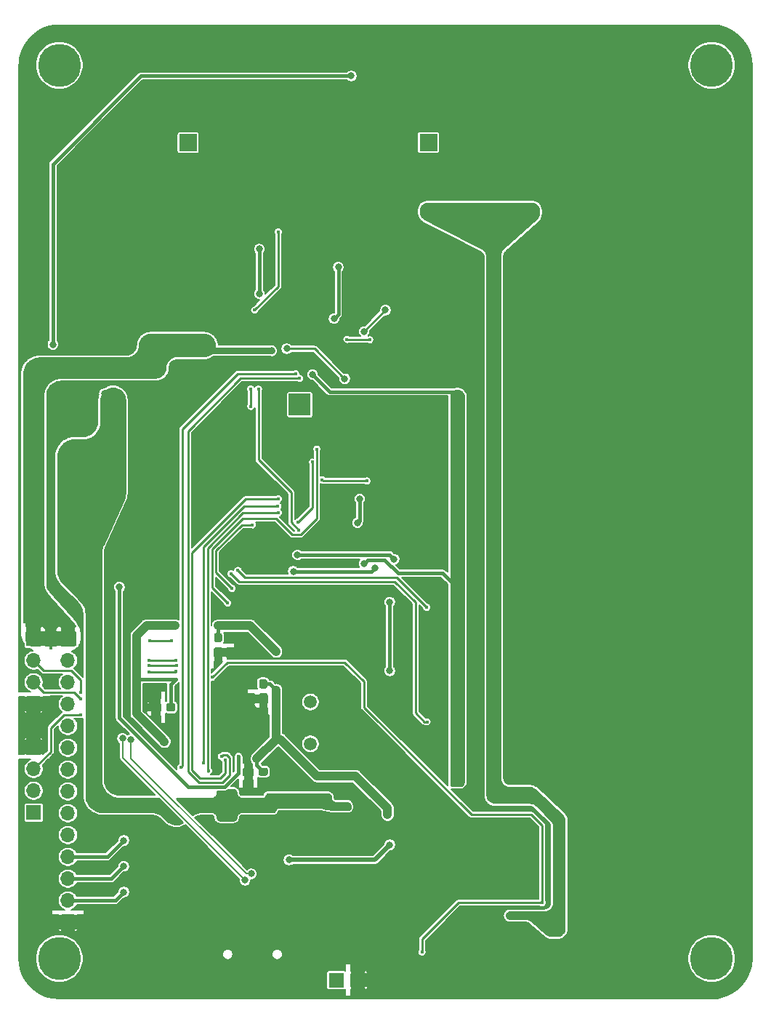
<source format=gbl>
G04 #@! TF.GenerationSoftware,KiCad,Pcbnew,(5.1.10)-1*
G04 #@! TF.CreationDate,2021-09-06T19:40:46-04:00*
G04 #@! TF.ProjectId,Lithium_Ion_Pack,4c697468-6975-46d5-9f49-6f6e5f506163,A0*
G04 #@! TF.SameCoordinates,Original*
G04 #@! TF.FileFunction,Copper,L2,Bot*
G04 #@! TF.FilePolarity,Positive*
%FSLAX46Y46*%
G04 Gerber Fmt 4.6, Leading zero omitted, Abs format (unit mm)*
G04 Created by KiCad (PCBNEW (5.1.10)-1) date 2021-09-06 19:40:46*
%MOMM*%
%LPD*%
G01*
G04 APERTURE LIST*
G04 #@! TA.AperFunction,ComponentPad*
%ADD10O,1.700000X1.700000*%
G04 #@! TD*
G04 #@! TA.AperFunction,ComponentPad*
%ADD11R,1.700000X1.700000*%
G04 #@! TD*
G04 #@! TA.AperFunction,ComponentPad*
%ADD12C,1.500000*%
G04 #@! TD*
G04 #@! TA.AperFunction,SMDPad,CuDef*
%ADD13R,2.500000X2.500000*%
G04 #@! TD*
G04 #@! TA.AperFunction,ComponentPad*
%ADD14C,0.500000*%
G04 #@! TD*
G04 #@! TA.AperFunction,ConnectorPad*
%ADD15C,5.000000*%
G04 #@! TD*
G04 #@! TA.AperFunction,ComponentPad*
%ADD16C,2.900000*%
G04 #@! TD*
G04 #@! TA.AperFunction,ComponentPad*
%ADD17R,2.000000X2.000000*%
G04 #@! TD*
G04 #@! TA.AperFunction,ViaPad*
%ADD18C,0.800000*%
G04 #@! TD*
G04 #@! TA.AperFunction,ViaPad*
%ADD19C,0.400000*%
G04 #@! TD*
G04 #@! TA.AperFunction,Conductor*
%ADD20C,0.400000*%
G04 #@! TD*
G04 #@! TA.AperFunction,Conductor*
%ADD21C,0.250000*%
G04 #@! TD*
G04 #@! TA.AperFunction,Conductor*
%ADD22C,0.500000*%
G04 #@! TD*
G04 #@! TA.AperFunction,Conductor*
%ADD23C,0.750000*%
G04 #@! TD*
G04 #@! TA.AperFunction,Conductor*
%ADD24C,1.000000*%
G04 #@! TD*
G04 #@! TA.AperFunction,Conductor*
%ADD25C,0.200000*%
G04 #@! TD*
G04 #@! TA.AperFunction,Conductor*
%ADD26C,0.254000*%
G04 #@! TD*
G04 #@! TA.AperFunction,Conductor*
%ADD27C,0.100000*%
G04 #@! TD*
G04 APERTURE END LIST*
G04 #@! TA.AperFunction,SMDPad,CuDef*
G36*
G01*
X123762500Y-113075000D02*
X124237500Y-113075000D01*
G75*
G02*
X124475000Y-113312500I0J-237500D01*
G01*
X124475000Y-113912500D01*
G75*
G02*
X124237500Y-114150000I-237500J0D01*
G01*
X123762500Y-114150000D01*
G75*
G02*
X123525000Y-113912500I0J237500D01*
G01*
X123525000Y-113312500D01*
G75*
G02*
X123762500Y-113075000I237500J0D01*
G01*
G37*
G04 #@! TD.AperFunction*
G04 #@! TA.AperFunction,SMDPad,CuDef*
G36*
G01*
X123762500Y-111350000D02*
X124237500Y-111350000D01*
G75*
G02*
X124475000Y-111587500I0J-237500D01*
G01*
X124475000Y-112187500D01*
G75*
G02*
X124237500Y-112425000I-237500J0D01*
G01*
X123762500Y-112425000D01*
G75*
G02*
X123525000Y-112187500I0J237500D01*
G01*
X123525000Y-111587500D01*
G75*
G02*
X123762500Y-111350000I237500J0D01*
G01*
G37*
G04 #@! TD.AperFunction*
G04 #@! TA.AperFunction,SMDPad,CuDef*
G36*
G01*
X129012500Y-118462500D02*
X129487500Y-118462500D01*
G75*
G02*
X129725000Y-118700000I0J-237500D01*
G01*
X129725000Y-119300000D01*
G75*
G02*
X129487500Y-119537500I-237500J0D01*
G01*
X129012500Y-119537500D01*
G75*
G02*
X128775000Y-119300000I0J237500D01*
G01*
X128775000Y-118700000D01*
G75*
G02*
X129012500Y-118462500I237500J0D01*
G01*
G37*
G04 #@! TD.AperFunction*
G04 #@! TA.AperFunction,SMDPad,CuDef*
G36*
G01*
X129012500Y-116737500D02*
X129487500Y-116737500D01*
G75*
G02*
X129725000Y-116975000I0J-237500D01*
G01*
X129725000Y-117575000D01*
G75*
G02*
X129487500Y-117812500I-237500J0D01*
G01*
X129012500Y-117812500D01*
G75*
G02*
X128775000Y-117575000I0J237500D01*
G01*
X128775000Y-116975000D01*
G75*
G02*
X129012500Y-116737500I237500J0D01*
G01*
G37*
G04 #@! TD.AperFunction*
G04 #@! TA.AperFunction,SMDPad,CuDef*
G36*
G01*
X117287500Y-119762500D02*
X117287500Y-120237500D01*
G75*
G02*
X117050000Y-120475000I-237500J0D01*
G01*
X116450000Y-120475000D01*
G75*
G02*
X116212500Y-120237500I0J237500D01*
G01*
X116212500Y-119762500D01*
G75*
G02*
X116450000Y-119525000I237500J0D01*
G01*
X117050000Y-119525000D01*
G75*
G02*
X117287500Y-119762500I0J-237500D01*
G01*
G37*
G04 #@! TD.AperFunction*
G04 #@! TA.AperFunction,SMDPad,CuDef*
G36*
G01*
X119012500Y-119762500D02*
X119012500Y-120237500D01*
G75*
G02*
X118775000Y-120475000I-237500J0D01*
G01*
X118175000Y-120475000D01*
G75*
G02*
X117937500Y-120237500I0J237500D01*
G01*
X117937500Y-119762500D01*
G75*
G02*
X118175000Y-119525000I237500J0D01*
G01*
X118775000Y-119525000D01*
G75*
G02*
X119012500Y-119762500I0J-237500D01*
G01*
G37*
G04 #@! TD.AperFunction*
G04 #@! TA.AperFunction,SMDPad,CuDef*
G36*
G01*
X128062500Y-127262500D02*
X128062500Y-127737500D01*
G75*
G02*
X127825000Y-127975000I-237500J0D01*
G01*
X127225000Y-127975000D01*
G75*
G02*
X126987500Y-127737500I0J237500D01*
G01*
X126987500Y-127262500D01*
G75*
G02*
X127225000Y-127025000I237500J0D01*
G01*
X127825000Y-127025000D01*
G75*
G02*
X128062500Y-127262500I0J-237500D01*
G01*
G37*
G04 #@! TD.AperFunction*
G04 #@! TA.AperFunction,SMDPad,CuDef*
G36*
G01*
X129787500Y-127262500D02*
X129787500Y-127737500D01*
G75*
G02*
X129550000Y-127975000I-237500J0D01*
G01*
X128950000Y-127975000D01*
G75*
G02*
X128712500Y-127737500I0J237500D01*
G01*
X128712500Y-127262500D01*
G75*
G02*
X128950000Y-127025000I237500J0D01*
G01*
X129550000Y-127025000D01*
G75*
G02*
X129787500Y-127262500I0J-237500D01*
G01*
G37*
G04 #@! TD.AperFunction*
D10*
X140290000Y-151750000D03*
D11*
X137750000Y-151750000D03*
D12*
X134750000Y-119370000D03*
X134750000Y-124250000D03*
D13*
X133500000Y-84750000D03*
D14*
X134500000Y-83750000D03*
X134500000Y-85750000D03*
X132500000Y-83750000D03*
X132500000Y-85750000D03*
D10*
X106500000Y-145020000D03*
X106500000Y-142480000D03*
X106500000Y-139940000D03*
X106500000Y-137400000D03*
X106500000Y-134860000D03*
X106500000Y-132320000D03*
X106500000Y-129780000D03*
X106500000Y-127240000D03*
X106500000Y-124700000D03*
X106500000Y-122160000D03*
X106500000Y-119620000D03*
X106500000Y-117080000D03*
X106500000Y-114540000D03*
D11*
X106500000Y-112000000D03*
D10*
X102500000Y-119620000D03*
X102500000Y-117080000D03*
X102500000Y-114540000D03*
D11*
X102500000Y-112000000D03*
D10*
X102500000Y-124630000D03*
X102500000Y-127170000D03*
X102500000Y-129710000D03*
D11*
X102500000Y-132250000D03*
D15*
X105500000Y-149250000D03*
D16*
X105500000Y-149250000D03*
D15*
X105500000Y-45250000D03*
D16*
X105500000Y-45250000D03*
D15*
X181500000Y-45250000D03*
D16*
X181500000Y-45250000D03*
D15*
X181500000Y-149250000D03*
D16*
X181500000Y-149250000D03*
D17*
X120500000Y-54250000D03*
X148500000Y-54250000D03*
D18*
X124750000Y-119250000D03*
X124750000Y-121000000D03*
X124750000Y-123000000D03*
X126750000Y-123000000D03*
X126750000Y-121000000D03*
X126750000Y-119250000D03*
X141500000Y-98249990D03*
X105500000Y-88000000D03*
X105750000Y-67250000D03*
X107500000Y-67250000D03*
X109000000Y-67250000D03*
X109000000Y-71250000D03*
X107500000Y-71250000D03*
X105750000Y-71250000D03*
X121000000Y-75250000D03*
X109000000Y-77750000D03*
X121000000Y-63000000D03*
D19*
X129250000Y-120500000D03*
X127250000Y-125750000D03*
D18*
X120000000Y-142750000D03*
X136500000Y-142750000D03*
X128250000Y-142750000D03*
X131250000Y-146500000D03*
X124749994Y-146250000D03*
X138750000Y-121750000D03*
X140000000Y-114250000D03*
X154250000Y-116250000D03*
X154500000Y-123000000D03*
X154500000Y-129750000D03*
X154500000Y-109500000D03*
X154500000Y-103250000D03*
X154500000Y-96250000D03*
X154250000Y-89250000D03*
X154500000Y-82750000D03*
X146500000Y-76750000D03*
X159500000Y-152750000D03*
X155250000Y-151250000D03*
X144250000Y-142250000D03*
X142250000Y-140250000D03*
X185250000Y-129000000D03*
X173750000Y-129000000D03*
X173750000Y-140500000D03*
X185250000Y-140500000D03*
X179500000Y-140500000D03*
X179500000Y-129000000D03*
X176750000Y-129000000D03*
X176500000Y-140500000D03*
X173750000Y-134750000D03*
X173750000Y-131750000D03*
X173750000Y-137750000D03*
X182500000Y-140500000D03*
X185250000Y-137750000D03*
X185250000Y-134750000D03*
X185250000Y-131750000D03*
X182500000Y-129000000D03*
X173500000Y-121750000D03*
X139250000Y-139500000D03*
X136500000Y-132500000D03*
X138000000Y-136500000D03*
X145750000Y-130750000D03*
X149750000Y-130750000D03*
X153262653Y-144012653D03*
X161500000Y-148500000D03*
X135750000Y-80250000D03*
D19*
X134750000Y-87750000D03*
D18*
X139500000Y-69500000D03*
X125500000Y-80000000D03*
X113750000Y-109000000D03*
X124500000Y-96500000D03*
X118500000Y-94750000D03*
X116750000Y-104500000D03*
X116750000Y-100750000D03*
X118000000Y-100750000D03*
X115500000Y-104500000D03*
X118000000Y-104500000D03*
X115500000Y-100750000D03*
X159000000Y-43250000D03*
X128250000Y-100500000D03*
X135500000Y-100750000D03*
X148750000Y-151500000D03*
X115750000Y-119000000D03*
D19*
X124250000Y-114500000D03*
D18*
X112250000Y-151750000D03*
X115500000Y-151750000D03*
X118750000Y-151750000D03*
X151750000Y-128500000D03*
X152250000Y-62500000D03*
X157750000Y-62500000D03*
X107500000Y-95250000D03*
X112750000Y-92000000D03*
X112250000Y-88250000D03*
X110750000Y-87000000D03*
X110750000Y-85250000D03*
X110750000Y-83500000D03*
X143500000Y-73750000D03*
X141000000Y-76250000D03*
X137500000Y-74750000D03*
X138000000Y-68750000D03*
X132000000Y-78250000D03*
X138750000Y-81750000D03*
X140500000Y-95750000D03*
X140230005Y-98519989D03*
X144000000Y-115750000D03*
X144000000Y-107750000D03*
X144500000Y-102750000D03*
X133250000Y-102250000D03*
X132250000Y-137750000D03*
X144000000Y-136000000D03*
X135000000Y-81250000D03*
X141000000Y-103250000D03*
X130250000Y-78500000D03*
X122750000Y-78000000D03*
D19*
X119050000Y-116750000D03*
D18*
X114500000Y-113000000D03*
X128500000Y-126000000D03*
X130750000Y-118000000D03*
X143750000Y-132500000D03*
X130750000Y-113500000D03*
X124000000Y-110500000D03*
X119000000Y-110500000D03*
X117750000Y-124000000D03*
X136250000Y-131000000D03*
X123250000Y-131250000D03*
X125000000Y-132750000D03*
X108000000Y-100750000D03*
X108000000Y-104750000D03*
X106750000Y-104750000D03*
X109250000Y-104750000D03*
X109250000Y-100750000D03*
X106750000Y-100750000D03*
X109500000Y-92000000D03*
X119000000Y-133000000D03*
X118250000Y-132250000D03*
X120250000Y-131000000D03*
X121000000Y-131750000D03*
X127000000Y-131250000D03*
X132499998Y-130750000D03*
X125008726Y-130023015D03*
D19*
X135000000Y-91450000D03*
X133300000Y-98450000D03*
X128700000Y-82950000D03*
X133400000Y-99350000D03*
D18*
X149500000Y-62500000D03*
X155000000Y-62500000D03*
X160500000Y-62500000D03*
X160500000Y-144250000D03*
X161750000Y-145250000D03*
X127128768Y-140121232D03*
X112856998Y-123606998D03*
X127871232Y-139378768D03*
X113846456Y-123751896D03*
D19*
X107946992Y-120842685D03*
X107999982Y-119000000D03*
X107961850Y-118219382D03*
X115957800Y-114549800D03*
X119107394Y-114549800D03*
X122869900Y-127380100D03*
X131000000Y-97350000D03*
X119636600Y-127000000D03*
X133025298Y-81182590D03*
X130969200Y-96592000D03*
X122250000Y-126475000D03*
X115932400Y-115845200D03*
X119107400Y-115819800D03*
X115957800Y-115149803D03*
X119132800Y-115159400D03*
D18*
X113000000Y-141500000D03*
X113000000Y-138500000D03*
X113000000Y-135500000D03*
D19*
X161750000Y-142750000D03*
X147750000Y-148500000D03*
X123300041Y-116500000D03*
X141662600Y-77211800D03*
X139000000Y-77165400D03*
X135500000Y-89950000D03*
X125100000Y-107850000D03*
D18*
X128800000Y-71850000D03*
X128800000Y-66650000D03*
X132750000Y-104174979D03*
X142250000Y-103750000D03*
D19*
X141357800Y-93645600D03*
X136125400Y-93493200D03*
X148292000Y-108352200D03*
X126300000Y-104050000D03*
X148342800Y-121687200D03*
X125500000Y-104450000D03*
X126375000Y-125675000D03*
D18*
X112500000Y-106000000D03*
X104750000Y-77750000D03*
X139500000Y-46500000D03*
D19*
X124821727Y-126126345D03*
X131000000Y-95750000D03*
X124375000Y-125725800D03*
X133509200Y-81707600D03*
X116000000Y-112250000D03*
X118525000Y-112275000D03*
X125600000Y-106150000D03*
X127800000Y-84950000D03*
X127800000Y-82950000D03*
X131000000Y-64650000D03*
X128249998Y-73750000D03*
X128000000Y-98750000D03*
D20*
X135250000Y-100500000D02*
X135500000Y-100750000D01*
X128250000Y-100500000D02*
X135250000Y-100500000D01*
X129250000Y-119000000D02*
X129250000Y-120500000D01*
X127525000Y-126025000D02*
X127250000Y-125750000D01*
X127525000Y-127500000D02*
X127525000Y-126025000D01*
X116750000Y-120000000D02*
X115750000Y-119000000D01*
X124000000Y-114250000D02*
X124250000Y-114500000D01*
X124000000Y-113612500D02*
X124000000Y-114250000D01*
D21*
X143500000Y-73750000D02*
X141000000Y-76250000D01*
D20*
X137500000Y-74750000D02*
X138000000Y-74250000D01*
X138000000Y-74250000D02*
X138000000Y-68750000D01*
D21*
X135250000Y-78250000D02*
X138750000Y-81750000D01*
X132000000Y-78250000D02*
X135250000Y-78250000D01*
D20*
X140500000Y-95750000D02*
X140500000Y-98249994D01*
X140500000Y-98249994D02*
X140230005Y-98519989D01*
X144000000Y-115750000D02*
X144000000Y-115184315D01*
X144000000Y-115184315D02*
X144000000Y-107750000D01*
X144500000Y-102750000D02*
X144000000Y-102250000D01*
X144000000Y-102250000D02*
X133250000Y-102250000D01*
D22*
X142250000Y-137750000D02*
X144000000Y-136000000D01*
X132250000Y-137750000D02*
X142250000Y-137750000D01*
D20*
X137000000Y-83250000D02*
X151500000Y-83250000D01*
X135000000Y-81250000D02*
X137000000Y-83250000D01*
X143415999Y-102850001D02*
X144940977Y-104374979D01*
X144940977Y-104374979D02*
X150124979Y-104374979D01*
X141399999Y-102850001D02*
X143415999Y-102850001D01*
X141000000Y-103250000D02*
X141399999Y-102850001D01*
X150124979Y-104374979D02*
X151500000Y-105750000D01*
D23*
X123250000Y-78500000D02*
X122750000Y-78000000D01*
X130250000Y-78500000D02*
X123250000Y-78500000D01*
D20*
X115949198Y-116750000D02*
X114500000Y-116750000D01*
X119050000Y-116750000D02*
X115949198Y-116750000D01*
D24*
X114500000Y-113000000D02*
X114500000Y-116750000D01*
X130750000Y-123750000D02*
X128500000Y-126000000D01*
X130750000Y-118000000D02*
X130750000Y-123750000D01*
X143750000Y-131750000D02*
X143750000Y-132500000D01*
X140000000Y-128000000D02*
X143750000Y-131750000D01*
X135500000Y-128000000D02*
X140000000Y-128000000D01*
X131250000Y-123750000D02*
X135500000Y-128000000D01*
X130750000Y-123750000D02*
X131250000Y-123750000D01*
X115667998Y-110500000D02*
X114500000Y-111667998D01*
X114500000Y-111667998D02*
X114500000Y-113000000D01*
X119000000Y-110500000D02*
X115667998Y-110500000D01*
X127750000Y-110500000D02*
X124000000Y-110500000D01*
X130750000Y-113500000D02*
X127750000Y-110500000D01*
D20*
X130025000Y-117275000D02*
X130750000Y-118000000D01*
X129250000Y-117275000D02*
X130025000Y-117275000D01*
X128500000Y-126750000D02*
X129250000Y-127500000D01*
X128500000Y-126000000D02*
X128500000Y-126750000D01*
X118475000Y-117325000D02*
X119050000Y-116750000D01*
X118475000Y-120000000D02*
X118475000Y-117325000D01*
D24*
X114500000Y-120750000D02*
X117350001Y-123600001D01*
X114500000Y-116750000D02*
X114500000Y-120750000D01*
X117350001Y-123600001D02*
X117750000Y-124000000D01*
D20*
X124000000Y-111887500D02*
X124000000Y-110500000D01*
D21*
X135000000Y-91450000D02*
X135000000Y-96750000D01*
X135000000Y-96750000D02*
X133300000Y-98450000D01*
X132500000Y-98450000D02*
X133400000Y-99350000D01*
X132500000Y-94950000D02*
X132500000Y-98450000D01*
X128700000Y-91150000D02*
X132500000Y-94950000D01*
X128700000Y-82950000D02*
X128700000Y-91150000D01*
D25*
X112856998Y-125849462D02*
X112856998Y-123606998D01*
X127128768Y-140121232D02*
X112856998Y-125849462D01*
X127871232Y-139378768D02*
X127305547Y-139378768D01*
X127305547Y-139378768D02*
X113846456Y-125919677D01*
X113846456Y-125919677D02*
X113846456Y-123751896D01*
D21*
X104500000Y-125170000D02*
X102500000Y-127170000D01*
X104500000Y-122420998D02*
X104500000Y-125170000D01*
X106078313Y-120842685D02*
X104500000Y-122420998D01*
X107946992Y-120842685D02*
X106078313Y-120842685D01*
X102500000Y-117080000D02*
X103675001Y-118255001D01*
X103675001Y-118255001D02*
X107254983Y-118255001D01*
X107254983Y-118255001D02*
X107999982Y-119000000D01*
X102500000Y-114540000D02*
X103675001Y-115715001D01*
X107961850Y-116802848D02*
X107961850Y-118219382D01*
X106874003Y-115715001D02*
X107961850Y-116802848D01*
X103675001Y-115715001D02*
X106874003Y-115715001D01*
X115957800Y-114549800D02*
X119107394Y-114549800D01*
X122775041Y-127474959D02*
X122775041Y-101452137D01*
X126877178Y-97350000D02*
X130717158Y-97350000D01*
X122775041Y-101452137D02*
X126877178Y-97350000D01*
X130717158Y-97350000D02*
X131000000Y-97350000D01*
X119836599Y-87613401D02*
X126267410Y-81182590D01*
X119836599Y-126800001D02*
X119836599Y-87613401D01*
X119636600Y-127000000D02*
X119836599Y-126800001D01*
X126267410Y-81182590D02*
X133025298Y-81182590D01*
X126998767Y-96592000D02*
X122250000Y-101340767D01*
X122250000Y-101340767D02*
X122250000Y-126475000D01*
X130969200Y-96592000D02*
X126998767Y-96592000D01*
X119082000Y-115845200D02*
X119107400Y-115819800D01*
X115932400Y-115845200D02*
X119082000Y-115845200D01*
X115957800Y-115149803D02*
X119123203Y-115149803D01*
X119123203Y-115149803D02*
X119132800Y-115159400D01*
D20*
X112020000Y-142480000D02*
X113000000Y-141500000D01*
X106500000Y-142480000D02*
X112020000Y-142480000D01*
X111560000Y-139940000D02*
X113000000Y-138500000D01*
X106500000Y-139940000D02*
X111560000Y-139940000D01*
X111100000Y-137400000D02*
X113000000Y-135500000D01*
X106500000Y-137400000D02*
X111100000Y-137400000D01*
D21*
X125050041Y-114750000D02*
X123300041Y-116500000D01*
X138750000Y-114750000D02*
X125050041Y-114750000D01*
X141000000Y-117000000D02*
X138750000Y-114750000D01*
X141000000Y-120000000D02*
X141000000Y-117000000D01*
X153500000Y-132500000D02*
X141000000Y-120000000D01*
X160500000Y-132500000D02*
X153500000Y-132500000D01*
X161750000Y-133750000D02*
X160500000Y-132500000D01*
X161750000Y-142750000D02*
X161750000Y-133750000D01*
X152000000Y-142750000D02*
X161750000Y-142750000D01*
X147750000Y-147000000D02*
X152000000Y-142750000D01*
X147750000Y-148500000D02*
X147750000Y-147000000D01*
X139046400Y-77211800D02*
X139000000Y-77165400D01*
X141662600Y-77211800D02*
X139046400Y-77211800D01*
X123299989Y-106049989D02*
X125100000Y-107850000D01*
X123299989Y-101563600D02*
X123299989Y-106049989D01*
X126863589Y-98000000D02*
X123299989Y-101563600D01*
X130750000Y-98000000D02*
X126863589Y-98000000D01*
X132625001Y-99875001D02*
X130750000Y-98000000D01*
X135525001Y-98002001D02*
X133652001Y-99875001D01*
X135525001Y-89975001D02*
X135525001Y-98002001D01*
X133652001Y-99875001D02*
X132625001Y-99875001D01*
X135500000Y-89950000D02*
X135525001Y-89975001D01*
D20*
X128800000Y-71850000D02*
X128800000Y-66650000D01*
X132750000Y-104174979D02*
X141825021Y-104174979D01*
X141825021Y-104174979D02*
X142250000Y-103750000D01*
D21*
X136277800Y-93645600D02*
X136125400Y-93493200D01*
X141357800Y-93645600D02*
X136277800Y-93645600D01*
X148292000Y-108352200D02*
X144839789Y-104899989D01*
X127149989Y-104899989D02*
X126300000Y-104050000D01*
X144839789Y-104899989D02*
X127149989Y-104899989D01*
X147000000Y-120650000D02*
X148037200Y-121687200D01*
X147000000Y-107750000D02*
X147000000Y-120650000D01*
X144600000Y-105350000D02*
X147000000Y-107750000D01*
X148037200Y-121687200D02*
X148342800Y-121687200D01*
X125500000Y-104450000D02*
X126400000Y-105350000D01*
X126400000Y-105350000D02*
X144600000Y-105350000D01*
D20*
X115000000Y-46500000D02*
X137750000Y-46500000D01*
X137750000Y-46500000D02*
X139500000Y-46500000D01*
X104750000Y-56750000D02*
X115000000Y-46500000D01*
X104750000Y-77750000D02*
X104750000Y-56750000D01*
X112500000Y-121250000D02*
X112500000Y-106000000D01*
X120525011Y-129275011D02*
X112500000Y-121250000D01*
X124724989Y-129275011D02*
X120525011Y-129275011D01*
X126375000Y-127625000D02*
X124724989Y-129275011D01*
X126375000Y-125675000D02*
X126375000Y-127625000D01*
D21*
X127204356Y-95750000D02*
X131000000Y-95750000D01*
X120936200Y-102018156D02*
X127204356Y-95750000D01*
X124821727Y-127678273D02*
X124250000Y-128250000D01*
X121911000Y-128250000D02*
X120936200Y-127275200D01*
X124250000Y-128250000D02*
X121911000Y-128250000D01*
X124821727Y-126126345D02*
X124821727Y-127678273D01*
X120936200Y-127275200D02*
X120936200Y-102018156D01*
X126642400Y-81707600D02*
X133509200Y-81707600D01*
X120486190Y-87863810D02*
X126642400Y-81707600D01*
X120486190Y-127461600D02*
X120486190Y-87863810D01*
X121774590Y-128750000D02*
X120486190Y-127461600D01*
X124500000Y-128750000D02*
X121774590Y-128750000D01*
X125346728Y-127903272D02*
X124500000Y-128750000D01*
X124998185Y-125525801D02*
X125346728Y-125874344D01*
X124574999Y-125525801D02*
X124998185Y-125525801D01*
X125346728Y-125874344D02*
X125346728Y-127903272D01*
X124375000Y-125725800D02*
X124574999Y-125525801D01*
X118500000Y-112250000D02*
X118525000Y-112275000D01*
X116000000Y-112250000D02*
X118500000Y-112250000D01*
X127800000Y-84950000D02*
X127800000Y-82950000D01*
X131000000Y-64650000D02*
X131000000Y-70999998D01*
X131000000Y-70999998D02*
X128249998Y-73750000D01*
X126750000Y-98750000D02*
X128000000Y-98750000D01*
X123750000Y-101750000D02*
X126750000Y-98750000D01*
X123750000Y-104300000D02*
X123750000Y-101750000D01*
X125600000Y-106150000D02*
X123750000Y-104300000D01*
D26*
X111964726Y-82894292D02*
X112174157Y-82944572D01*
X112373152Y-83026999D01*
X112556797Y-83139537D01*
X112720579Y-83279421D01*
X112860463Y-83443203D01*
X112973001Y-83626848D01*
X113055428Y-83825843D01*
X113105708Y-84035274D01*
X113123000Y-84254996D01*
X113123000Y-95058953D01*
X113103491Y-95330850D01*
X113046337Y-95592724D01*
X112950782Y-95848031D01*
X110566419Y-101050277D01*
X110562928Y-101058675D01*
X110462585Y-101326775D01*
X110457448Y-101344212D01*
X110396408Y-101623892D01*
X110393813Y-101641883D01*
X110373326Y-101927412D01*
X110373000Y-101936501D01*
X110373000Y-128500000D01*
X110373324Y-128509060D01*
X110393681Y-128793690D01*
X110396259Y-128811626D01*
X110456916Y-129090461D01*
X110462021Y-129107847D01*
X110561743Y-129375212D01*
X110569271Y-129391695D01*
X110706028Y-129642147D01*
X110715824Y-129657390D01*
X110886832Y-129885829D01*
X110898698Y-129899524D01*
X111100476Y-130101302D01*
X111114171Y-130113168D01*
X111342610Y-130284176D01*
X111357853Y-130293972D01*
X111608305Y-130430729D01*
X111624788Y-130438257D01*
X111892153Y-130537979D01*
X111909539Y-130543084D01*
X112188374Y-130603741D01*
X112206310Y-130606319D01*
X112490940Y-130626676D01*
X112500000Y-130627000D01*
X117030668Y-130627000D01*
X119810967Y-133407300D01*
X119615736Y-133497164D01*
X119388791Y-133559765D01*
X119154726Y-133584884D01*
X118919670Y-133571866D01*
X118689810Y-133521051D01*
X118471170Y-133433773D01*
X118269503Y-133312328D01*
X118086161Y-133156555D01*
X117675589Y-132745983D01*
X117669523Y-132740302D01*
X117472833Y-132567809D01*
X117459653Y-132557696D01*
X117242130Y-132412352D01*
X117227744Y-132404046D01*
X116993111Y-132288338D01*
X116977763Y-132281981D01*
X116730034Y-132197888D01*
X116713987Y-132193588D01*
X116457401Y-132142550D01*
X116440931Y-132140382D01*
X116179879Y-132123272D01*
X116171573Y-132123000D01*
X110504530Y-132123000D01*
X110233496Y-132103615D01*
X109972407Y-132046819D01*
X109722060Y-131953444D01*
X109487555Y-131825395D01*
X109273662Y-131665276D01*
X109084724Y-131476338D01*
X108924605Y-131262445D01*
X108796556Y-131027940D01*
X108703181Y-130777593D01*
X108646385Y-130516504D01*
X108627000Y-130245470D01*
X108627000Y-109078427D01*
X108626728Y-109070121D01*
X108609618Y-108809069D01*
X108607450Y-108792599D01*
X108556412Y-108536013D01*
X108552112Y-108519966D01*
X108468019Y-108272237D01*
X108461662Y-108256889D01*
X108345954Y-108022256D01*
X108337648Y-108007870D01*
X108192304Y-107790347D01*
X108182191Y-107777167D01*
X108009698Y-107580477D01*
X108004017Y-107574411D01*
X105928525Y-105498919D01*
X105764264Y-105311616D01*
X105628171Y-105107938D01*
X105519825Y-104888232D01*
X105441084Y-104656272D01*
X105393293Y-104416011D01*
X105377000Y-104167417D01*
X105377000Y-90754530D01*
X105396385Y-90483496D01*
X105453181Y-90222407D01*
X105546556Y-89972060D01*
X105674605Y-89737555D01*
X105834724Y-89523662D01*
X106023662Y-89334724D01*
X106237555Y-89174605D01*
X106472060Y-89046556D01*
X106722407Y-88953181D01*
X106983496Y-88896385D01*
X107254530Y-88877000D01*
X108250000Y-88877000D01*
X108259060Y-88876676D01*
X108543690Y-88856319D01*
X108561626Y-88853741D01*
X108840461Y-88793084D01*
X108857847Y-88787979D01*
X109125212Y-88688257D01*
X109141695Y-88680729D01*
X109392147Y-88543972D01*
X109407390Y-88534176D01*
X109635829Y-88363168D01*
X109649524Y-88351302D01*
X109851302Y-88149524D01*
X109863168Y-88135829D01*
X110034176Y-87907390D01*
X110043972Y-87892147D01*
X110180729Y-87641695D01*
X110188257Y-87625212D01*
X110287979Y-87357847D01*
X110293084Y-87340461D01*
X110353741Y-87061626D01*
X110356319Y-87043690D01*
X110376676Y-86759060D01*
X110377000Y-86750000D01*
X110377000Y-84254996D01*
X110394292Y-84035274D01*
X110444572Y-83825843D01*
X110526999Y-83626848D01*
X110639537Y-83443203D01*
X110779421Y-83279421D01*
X110943203Y-83139537D01*
X111126848Y-83026999D01*
X111325843Y-82944572D01*
X111535274Y-82894292D01*
X111750000Y-82877393D01*
X111964726Y-82894292D01*
G04 #@! TA.AperFunction,Conductor*
D27*
G36*
X111964726Y-82894292D02*
G01*
X112174157Y-82944572D01*
X112373152Y-83026999D01*
X112556797Y-83139537D01*
X112720579Y-83279421D01*
X112860463Y-83443203D01*
X112973001Y-83626848D01*
X113055428Y-83825843D01*
X113105708Y-84035274D01*
X113123000Y-84254996D01*
X113123000Y-95058953D01*
X113103491Y-95330850D01*
X113046337Y-95592724D01*
X112950782Y-95848031D01*
X110566419Y-101050277D01*
X110562928Y-101058675D01*
X110462585Y-101326775D01*
X110457448Y-101344212D01*
X110396408Y-101623892D01*
X110393813Y-101641883D01*
X110373326Y-101927412D01*
X110373000Y-101936501D01*
X110373000Y-128500000D01*
X110373324Y-128509060D01*
X110393681Y-128793690D01*
X110396259Y-128811626D01*
X110456916Y-129090461D01*
X110462021Y-129107847D01*
X110561743Y-129375212D01*
X110569271Y-129391695D01*
X110706028Y-129642147D01*
X110715824Y-129657390D01*
X110886832Y-129885829D01*
X110898698Y-129899524D01*
X111100476Y-130101302D01*
X111114171Y-130113168D01*
X111342610Y-130284176D01*
X111357853Y-130293972D01*
X111608305Y-130430729D01*
X111624788Y-130438257D01*
X111892153Y-130537979D01*
X111909539Y-130543084D01*
X112188374Y-130603741D01*
X112206310Y-130606319D01*
X112490940Y-130626676D01*
X112500000Y-130627000D01*
X117030668Y-130627000D01*
X119810967Y-133407300D01*
X119615736Y-133497164D01*
X119388791Y-133559765D01*
X119154726Y-133584884D01*
X118919670Y-133571866D01*
X118689810Y-133521051D01*
X118471170Y-133433773D01*
X118269503Y-133312328D01*
X118086161Y-133156555D01*
X117675589Y-132745983D01*
X117669523Y-132740302D01*
X117472833Y-132567809D01*
X117459653Y-132557696D01*
X117242130Y-132412352D01*
X117227744Y-132404046D01*
X116993111Y-132288338D01*
X116977763Y-132281981D01*
X116730034Y-132197888D01*
X116713987Y-132193588D01*
X116457401Y-132142550D01*
X116440931Y-132140382D01*
X116179879Y-132123272D01*
X116171573Y-132123000D01*
X110504530Y-132123000D01*
X110233496Y-132103615D01*
X109972407Y-132046819D01*
X109722060Y-131953444D01*
X109487555Y-131825395D01*
X109273662Y-131665276D01*
X109084724Y-131476338D01*
X108924605Y-131262445D01*
X108796556Y-131027940D01*
X108703181Y-130777593D01*
X108646385Y-130516504D01*
X108627000Y-130245470D01*
X108627000Y-109078427D01*
X108626728Y-109070121D01*
X108609618Y-108809069D01*
X108607450Y-108792599D01*
X108556412Y-108536013D01*
X108552112Y-108519966D01*
X108468019Y-108272237D01*
X108461662Y-108256889D01*
X108345954Y-108022256D01*
X108337648Y-108007870D01*
X108192304Y-107790347D01*
X108182191Y-107777167D01*
X108009698Y-107580477D01*
X108004017Y-107574411D01*
X105928525Y-105498919D01*
X105764264Y-105311616D01*
X105628171Y-105107938D01*
X105519825Y-104888232D01*
X105441084Y-104656272D01*
X105393293Y-104416011D01*
X105377000Y-104167417D01*
X105377000Y-90754530D01*
X105396385Y-90483496D01*
X105453181Y-90222407D01*
X105546556Y-89972060D01*
X105674605Y-89737555D01*
X105834724Y-89523662D01*
X106023662Y-89334724D01*
X106237555Y-89174605D01*
X106472060Y-89046556D01*
X106722407Y-88953181D01*
X106983496Y-88896385D01*
X107254530Y-88877000D01*
X108250000Y-88877000D01*
X108259060Y-88876676D01*
X108543690Y-88856319D01*
X108561626Y-88853741D01*
X108840461Y-88793084D01*
X108857847Y-88787979D01*
X109125212Y-88688257D01*
X109141695Y-88680729D01*
X109392147Y-88543972D01*
X109407390Y-88534176D01*
X109635829Y-88363168D01*
X109649524Y-88351302D01*
X109851302Y-88149524D01*
X109863168Y-88135829D01*
X110034176Y-87907390D01*
X110043972Y-87892147D01*
X110180729Y-87641695D01*
X110188257Y-87625212D01*
X110287979Y-87357847D01*
X110293084Y-87340461D01*
X110353741Y-87061626D01*
X110356319Y-87043690D01*
X110376676Y-86759060D01*
X110377000Y-86750000D01*
X110377000Y-84254996D01*
X110394292Y-84035274D01*
X110444572Y-83825843D01*
X110526999Y-83626848D01*
X110639537Y-83443203D01*
X110779421Y-83279421D01*
X110943203Y-83139537D01*
X111126848Y-83026999D01*
X111325843Y-82944572D01*
X111535274Y-82894292D01*
X111750000Y-82877393D01*
X111964726Y-82894292D01*
G37*
G04 #@! TD.AperFunction*
D26*
X125846257Y-129640769D02*
X125935955Y-129677923D01*
X126012976Y-129737024D01*
X126072077Y-129814045D01*
X126109231Y-129903743D01*
X126141123Y-130145987D01*
X126149704Y-130178011D01*
X126199654Y-130298601D01*
X126216232Y-130327313D01*
X126295692Y-130430866D01*
X126319134Y-130454308D01*
X126422687Y-130533768D01*
X126451399Y-130550346D01*
X126571989Y-130600296D01*
X126604013Y-130608877D01*
X126733423Y-130625914D01*
X126750000Y-130627000D01*
X129250000Y-130627000D01*
X129274776Y-130624560D01*
X129370447Y-130605530D01*
X129394272Y-130598303D01*
X129416228Y-130586567D01*
X129497334Y-130532374D01*
X129516579Y-130516580D01*
X129532374Y-130497334D01*
X129586567Y-130416228D01*
X129598303Y-130394271D01*
X129605530Y-130370447D01*
X129638662Y-130203881D01*
X129664785Y-130164785D01*
X129703881Y-130138662D01*
X129762509Y-130127000D01*
X136741672Y-130127000D01*
X136846257Y-130140769D01*
X136935955Y-130177923D01*
X137012976Y-130237024D01*
X137072077Y-130314045D01*
X137109231Y-130403743D01*
X137141123Y-130645987D01*
X137149704Y-130678011D01*
X137199654Y-130798601D01*
X137216232Y-130827313D01*
X137295692Y-130930866D01*
X137319134Y-130954308D01*
X137422687Y-131033768D01*
X137451399Y-131050346D01*
X137571989Y-131100296D01*
X137604013Y-131108877D01*
X137733423Y-131125914D01*
X137750000Y-131127000D01*
X138991672Y-131127000D01*
X139096257Y-131140769D01*
X139185955Y-131177923D01*
X139262976Y-131237024D01*
X139322077Y-131314045D01*
X139359231Y-131403743D01*
X139373000Y-131508328D01*
X139373000Y-131737491D01*
X139361338Y-131796119D01*
X139335215Y-131835215D01*
X139296119Y-131861338D01*
X139237491Y-131873000D01*
X137204312Y-131873000D01*
X136824566Y-131835397D01*
X136767878Y-131824060D01*
X136712058Y-131800938D01*
X136571603Y-131773000D01*
X136512579Y-131773000D01*
X135969100Y-131664305D01*
X135956707Y-131662457D01*
X135564475Y-131623618D01*
X135551961Y-131623000D01*
X131000000Y-131623000D01*
X130975224Y-131625440D01*
X130879553Y-131644470D01*
X130855728Y-131651697D01*
X130833772Y-131663433D01*
X130752666Y-131717626D01*
X130733421Y-131733420D01*
X130717626Y-131752666D01*
X130663433Y-131833772D01*
X130651697Y-131855729D01*
X130644470Y-131879553D01*
X130611338Y-132046119D01*
X130585215Y-132085215D01*
X130546119Y-132111338D01*
X130487491Y-132123000D01*
X126750000Y-132123000D01*
X126733423Y-132124086D01*
X126604013Y-132141123D01*
X126571989Y-132149704D01*
X126451399Y-132199654D01*
X126422687Y-132216232D01*
X126319134Y-132295692D01*
X126295692Y-132319134D01*
X126216232Y-132422687D01*
X126199654Y-132451399D01*
X126149704Y-132571989D01*
X126141123Y-132604013D01*
X126109231Y-132846257D01*
X126072077Y-132935955D01*
X126012976Y-133012976D01*
X125935955Y-133072077D01*
X125846257Y-133109231D01*
X125741672Y-133123000D01*
X124258328Y-133123000D01*
X124153743Y-133109231D01*
X124064045Y-133072077D01*
X123987024Y-133012976D01*
X123927923Y-132935955D01*
X123890769Y-132846257D01*
X123858877Y-132604013D01*
X123850296Y-132571989D01*
X123800346Y-132451399D01*
X123783768Y-132422687D01*
X123704308Y-132319134D01*
X123680866Y-132295692D01*
X123577313Y-132216232D01*
X123548601Y-132199654D01*
X123428011Y-132149704D01*
X123395987Y-132141123D01*
X123266577Y-132124086D01*
X123250000Y-132123000D01*
X122201562Y-132123000D01*
X122192999Y-132123289D01*
X121923921Y-132141472D01*
X121906951Y-132143776D01*
X121642766Y-132197996D01*
X121626261Y-132202562D01*
X121371772Y-132291832D01*
X121356031Y-132298578D01*
X121115867Y-132421275D01*
X121101177Y-132430076D01*
X121018306Y-132487659D01*
X119157647Y-130627000D01*
X123250000Y-130627000D01*
X123266577Y-130625914D01*
X123395987Y-130608877D01*
X123428011Y-130600296D01*
X123548601Y-130550346D01*
X123577313Y-130533768D01*
X123680866Y-130454308D01*
X123704308Y-130430866D01*
X123783768Y-130327313D01*
X123800346Y-130298601D01*
X123850296Y-130178011D01*
X123858877Y-130145987D01*
X123890769Y-129903743D01*
X123927923Y-129814045D01*
X123937157Y-129802011D01*
X124699108Y-129802011D01*
X124724989Y-129804560D01*
X124750870Y-129802011D01*
X124828299Y-129794385D01*
X124927639Y-129764250D01*
X125019191Y-129715315D01*
X125099437Y-129649459D01*
X125115944Y-129629345D01*
X125118289Y-129627000D01*
X125741672Y-129627000D01*
X125846257Y-129640769D01*
G04 #@! TA.AperFunction,Conductor*
D27*
G36*
X125846257Y-129640769D02*
G01*
X125935955Y-129677923D01*
X126012976Y-129737024D01*
X126072077Y-129814045D01*
X126109231Y-129903743D01*
X126141123Y-130145987D01*
X126149704Y-130178011D01*
X126199654Y-130298601D01*
X126216232Y-130327313D01*
X126295692Y-130430866D01*
X126319134Y-130454308D01*
X126422687Y-130533768D01*
X126451399Y-130550346D01*
X126571989Y-130600296D01*
X126604013Y-130608877D01*
X126733423Y-130625914D01*
X126750000Y-130627000D01*
X129250000Y-130627000D01*
X129274776Y-130624560D01*
X129370447Y-130605530D01*
X129394272Y-130598303D01*
X129416228Y-130586567D01*
X129497334Y-130532374D01*
X129516579Y-130516580D01*
X129532374Y-130497334D01*
X129586567Y-130416228D01*
X129598303Y-130394271D01*
X129605530Y-130370447D01*
X129638662Y-130203881D01*
X129664785Y-130164785D01*
X129703881Y-130138662D01*
X129762509Y-130127000D01*
X136741672Y-130127000D01*
X136846257Y-130140769D01*
X136935955Y-130177923D01*
X137012976Y-130237024D01*
X137072077Y-130314045D01*
X137109231Y-130403743D01*
X137141123Y-130645987D01*
X137149704Y-130678011D01*
X137199654Y-130798601D01*
X137216232Y-130827313D01*
X137295692Y-130930866D01*
X137319134Y-130954308D01*
X137422687Y-131033768D01*
X137451399Y-131050346D01*
X137571989Y-131100296D01*
X137604013Y-131108877D01*
X137733423Y-131125914D01*
X137750000Y-131127000D01*
X138991672Y-131127000D01*
X139096257Y-131140769D01*
X139185955Y-131177923D01*
X139262976Y-131237024D01*
X139322077Y-131314045D01*
X139359231Y-131403743D01*
X139373000Y-131508328D01*
X139373000Y-131737491D01*
X139361338Y-131796119D01*
X139335215Y-131835215D01*
X139296119Y-131861338D01*
X139237491Y-131873000D01*
X137204312Y-131873000D01*
X136824566Y-131835397D01*
X136767878Y-131824060D01*
X136712058Y-131800938D01*
X136571603Y-131773000D01*
X136512579Y-131773000D01*
X135969100Y-131664305D01*
X135956707Y-131662457D01*
X135564475Y-131623618D01*
X135551961Y-131623000D01*
X131000000Y-131623000D01*
X130975224Y-131625440D01*
X130879553Y-131644470D01*
X130855728Y-131651697D01*
X130833772Y-131663433D01*
X130752666Y-131717626D01*
X130733421Y-131733420D01*
X130717626Y-131752666D01*
X130663433Y-131833772D01*
X130651697Y-131855729D01*
X130644470Y-131879553D01*
X130611338Y-132046119D01*
X130585215Y-132085215D01*
X130546119Y-132111338D01*
X130487491Y-132123000D01*
X126750000Y-132123000D01*
X126733423Y-132124086D01*
X126604013Y-132141123D01*
X126571989Y-132149704D01*
X126451399Y-132199654D01*
X126422687Y-132216232D01*
X126319134Y-132295692D01*
X126295692Y-132319134D01*
X126216232Y-132422687D01*
X126199654Y-132451399D01*
X126149704Y-132571989D01*
X126141123Y-132604013D01*
X126109231Y-132846257D01*
X126072077Y-132935955D01*
X126012976Y-133012976D01*
X125935955Y-133072077D01*
X125846257Y-133109231D01*
X125741672Y-133123000D01*
X124258328Y-133123000D01*
X124153743Y-133109231D01*
X124064045Y-133072077D01*
X123987024Y-133012976D01*
X123927923Y-132935955D01*
X123890769Y-132846257D01*
X123858877Y-132604013D01*
X123850296Y-132571989D01*
X123800346Y-132451399D01*
X123783768Y-132422687D01*
X123704308Y-132319134D01*
X123680866Y-132295692D01*
X123577313Y-132216232D01*
X123548601Y-132199654D01*
X123428011Y-132149704D01*
X123395987Y-132141123D01*
X123266577Y-132124086D01*
X123250000Y-132123000D01*
X122201562Y-132123000D01*
X122192999Y-132123289D01*
X121923921Y-132141472D01*
X121906951Y-132143776D01*
X121642766Y-132197996D01*
X121626261Y-132202562D01*
X121371772Y-132291832D01*
X121356031Y-132298578D01*
X121115867Y-132421275D01*
X121101177Y-132430076D01*
X121018306Y-132487659D01*
X119157647Y-130627000D01*
X123250000Y-130627000D01*
X123266577Y-130625914D01*
X123395987Y-130608877D01*
X123428011Y-130600296D01*
X123548601Y-130550346D01*
X123577313Y-130533768D01*
X123680866Y-130454308D01*
X123704308Y-130430866D01*
X123783768Y-130327313D01*
X123800346Y-130298601D01*
X123850296Y-130178011D01*
X123858877Y-130145987D01*
X123890769Y-129903743D01*
X123927923Y-129814045D01*
X123937157Y-129802011D01*
X124699108Y-129802011D01*
X124724989Y-129804560D01*
X124750870Y-129802011D01*
X124828299Y-129794385D01*
X124927639Y-129764250D01*
X125019191Y-129715315D01*
X125099437Y-129649459D01*
X125115944Y-129629345D01*
X125118289Y-129627000D01*
X125741672Y-129627000D01*
X125846257Y-129640769D01*
G37*
G04 #@! TD.AperFunction*
D25*
X182327641Y-40650156D02*
X183129125Y-40869418D01*
X183879110Y-41227142D01*
X184553896Y-41712025D01*
X185132155Y-42308741D01*
X185595602Y-42998425D01*
X185929593Y-43759276D01*
X186124171Y-44569751D01*
X186175001Y-45261928D01*
X186175000Y-149235531D01*
X186099843Y-150077643D01*
X185880582Y-150879125D01*
X185522858Y-151629110D01*
X185037975Y-152303896D01*
X184441259Y-152882155D01*
X183751576Y-153345601D01*
X182990723Y-153679593D01*
X182180249Y-153874171D01*
X181488086Y-153925000D01*
X105514469Y-153925000D01*
X104672357Y-153849843D01*
X103870875Y-153630582D01*
X103120890Y-153272858D01*
X102446104Y-152787975D01*
X101867845Y-152191259D01*
X101404399Y-151501576D01*
X101070407Y-150740723D01*
X100875829Y-149930249D01*
X100825000Y-149238086D01*
X100825000Y-148974224D01*
X102700000Y-148974224D01*
X102700000Y-149525776D01*
X102807602Y-150066730D01*
X103018672Y-150576297D01*
X103325098Y-151034896D01*
X103715104Y-151424902D01*
X104173703Y-151731328D01*
X104683270Y-151942398D01*
X105224224Y-152050000D01*
X105775776Y-152050000D01*
X106316730Y-151942398D01*
X106826297Y-151731328D01*
X107284896Y-151424902D01*
X107674902Y-151034896D01*
X107765036Y-150900000D01*
X136598549Y-150900000D01*
X136598549Y-152600000D01*
X136604341Y-152658810D01*
X136621496Y-152715360D01*
X136649353Y-152767477D01*
X136686842Y-152813158D01*
X136732523Y-152850647D01*
X136784640Y-152878504D01*
X136841190Y-152895659D01*
X136900000Y-152901451D01*
X138600000Y-152901451D01*
X138658810Y-152895659D01*
X138715360Y-152878504D01*
X138767477Y-152850647D01*
X138813158Y-152813158D01*
X138832000Y-152790199D01*
X138832000Y-153650002D01*
X139440000Y-153650002D01*
X139440000Y-152845153D01*
X139540000Y-152819175D01*
X139540000Y-152500000D01*
X141040000Y-152500000D01*
X141040000Y-152819175D01*
X141226357Y-152867587D01*
X141407619Y-152686362D01*
X141388339Y-152500000D01*
X141040000Y-152500000D01*
X139540000Y-152500000D01*
X139440000Y-152500000D01*
X139440000Y-151000000D01*
X139540000Y-151000000D01*
X139540000Y-150680825D01*
X141040000Y-150680825D01*
X141040000Y-151000000D01*
X141388339Y-151000000D01*
X141407619Y-150813638D01*
X141226357Y-150632413D01*
X141040000Y-150680825D01*
X139540000Y-150680825D01*
X139440000Y-150654847D01*
X139440000Y-149849998D01*
X138832000Y-149849998D01*
X138832000Y-150709801D01*
X138813158Y-150686842D01*
X138767477Y-150649353D01*
X138715360Y-150621496D01*
X138658810Y-150604341D01*
X138600000Y-150598549D01*
X136900000Y-150598549D01*
X136841190Y-150604341D01*
X136784640Y-150621496D01*
X136732523Y-150649353D01*
X136686842Y-150686842D01*
X136649353Y-150732523D01*
X136621496Y-150784640D01*
X136604341Y-150841190D01*
X136598549Y-150900000D01*
X107765036Y-150900000D01*
X107981328Y-150576297D01*
X108192398Y-150066730D01*
X108300000Y-149525776D01*
X108300000Y-148974224D01*
X108243155Y-148688443D01*
X124485000Y-148688443D01*
X124485000Y-148811557D01*
X124509019Y-148932306D01*
X124556132Y-149046048D01*
X124624531Y-149148414D01*
X124711586Y-149235469D01*
X124813952Y-149303868D01*
X124927694Y-149350981D01*
X125048443Y-149375000D01*
X125171557Y-149375000D01*
X125292306Y-149350981D01*
X125406048Y-149303868D01*
X125508414Y-149235469D01*
X125595469Y-149148414D01*
X125663868Y-149046048D01*
X125710981Y-148932306D01*
X125735000Y-148811557D01*
X125735000Y-148688443D01*
X130265000Y-148688443D01*
X130265000Y-148811557D01*
X130289019Y-148932306D01*
X130336132Y-149046048D01*
X130404531Y-149148414D01*
X130491586Y-149235469D01*
X130593952Y-149303868D01*
X130707694Y-149350981D01*
X130828443Y-149375000D01*
X130951557Y-149375000D01*
X131072306Y-149350981D01*
X131186048Y-149303868D01*
X131288414Y-149235469D01*
X131375469Y-149148414D01*
X131443868Y-149046048D01*
X131490981Y-148932306D01*
X131515000Y-148811557D01*
X131515000Y-148688443D01*
X131490981Y-148567694D01*
X131443868Y-148453952D01*
X131375469Y-148351586D01*
X131288414Y-148264531D01*
X131186048Y-148196132D01*
X131072306Y-148149019D01*
X130951557Y-148125000D01*
X130828443Y-148125000D01*
X130707694Y-148149019D01*
X130593952Y-148196132D01*
X130491586Y-148264531D01*
X130404531Y-148351586D01*
X130336132Y-148453952D01*
X130289019Y-148567694D01*
X130265000Y-148688443D01*
X125735000Y-148688443D01*
X125710981Y-148567694D01*
X125663868Y-148453952D01*
X125595469Y-148351586D01*
X125508414Y-148264531D01*
X125406048Y-148196132D01*
X125292306Y-148149019D01*
X125171557Y-148125000D01*
X125048443Y-148125000D01*
X124927694Y-148149019D01*
X124813952Y-148196132D01*
X124711586Y-148264531D01*
X124624531Y-148351586D01*
X124556132Y-148453952D01*
X124509019Y-148567694D01*
X124485000Y-148688443D01*
X108243155Y-148688443D01*
X108192398Y-148433270D01*
X107981328Y-147923703D01*
X107674902Y-147465104D01*
X107284896Y-147075098D01*
X106826297Y-146768672D01*
X106316730Y-146557602D01*
X105775776Y-146450000D01*
X105224224Y-146450000D01*
X104683270Y-146557602D01*
X104173703Y-146768672D01*
X103715104Y-147075098D01*
X103325098Y-147465104D01*
X103018672Y-147923703D01*
X102807602Y-148433270D01*
X102700000Y-148974224D01*
X100825000Y-148974224D01*
X100825000Y-145956357D01*
X105382413Y-145956357D01*
X105563638Y-146137619D01*
X105750000Y-146118339D01*
X105750000Y-145770000D01*
X107250000Y-145770000D01*
X107250000Y-146118339D01*
X107436362Y-146137619D01*
X107617587Y-145956357D01*
X107569175Y-145770000D01*
X107250000Y-145770000D01*
X105750000Y-145770000D01*
X105430825Y-145770000D01*
X105382413Y-145956357D01*
X100825000Y-145956357D01*
X100825000Y-143562000D01*
X104599998Y-143562000D01*
X104599998Y-144170000D01*
X105404847Y-144170000D01*
X105430825Y-144270000D01*
X105750000Y-144270000D01*
X105750000Y-144170000D01*
X107250000Y-144170000D01*
X107250000Y-144270000D01*
X107569175Y-144270000D01*
X107595153Y-144170000D01*
X108400002Y-144170000D01*
X108400002Y-143562000D01*
X106892915Y-143562000D01*
X107044729Y-143499116D01*
X107233082Y-143373263D01*
X107393263Y-143213082D01*
X107519116Y-143024729D01*
X107537644Y-142980000D01*
X111995440Y-142980000D01*
X112020000Y-142982419D01*
X112044560Y-142980000D01*
X112118017Y-142972765D01*
X112212267Y-142944175D01*
X112299129Y-142897746D01*
X112375264Y-142835264D01*
X112390929Y-142816176D01*
X113007106Y-142200000D01*
X113068944Y-142200000D01*
X113204182Y-142173099D01*
X113331574Y-142120332D01*
X113446224Y-142043726D01*
X113543726Y-141946224D01*
X113620332Y-141831574D01*
X113673099Y-141704182D01*
X113700000Y-141568944D01*
X113700000Y-141431056D01*
X113673099Y-141295818D01*
X113620332Y-141168426D01*
X113543726Y-141053776D01*
X113446224Y-140956274D01*
X113331574Y-140879668D01*
X113204182Y-140826901D01*
X113068944Y-140800000D01*
X112931056Y-140800000D01*
X112795818Y-140826901D01*
X112668426Y-140879668D01*
X112553776Y-140956274D01*
X112456274Y-141053776D01*
X112379668Y-141168426D01*
X112326901Y-141295818D01*
X112300000Y-141431056D01*
X112300000Y-141492894D01*
X111812895Y-141980000D01*
X107537644Y-141980000D01*
X107519116Y-141935271D01*
X107393263Y-141746918D01*
X107233082Y-141586737D01*
X107044729Y-141460884D01*
X106835443Y-141374194D01*
X106613265Y-141330000D01*
X106386735Y-141330000D01*
X106164557Y-141374194D01*
X105955271Y-141460884D01*
X105766918Y-141586737D01*
X105606737Y-141746918D01*
X105480884Y-141935271D01*
X105394194Y-142144557D01*
X105350000Y-142366735D01*
X105350000Y-142593265D01*
X105394194Y-142815443D01*
X105480884Y-143024729D01*
X105606737Y-143213082D01*
X105766918Y-143373263D01*
X105955271Y-143499116D01*
X106107085Y-143562000D01*
X104599998Y-143562000D01*
X100825000Y-143562000D01*
X100825000Y-139826735D01*
X105350000Y-139826735D01*
X105350000Y-140053265D01*
X105394194Y-140275443D01*
X105480884Y-140484729D01*
X105606737Y-140673082D01*
X105766918Y-140833263D01*
X105955271Y-140959116D01*
X106164557Y-141045806D01*
X106386735Y-141090000D01*
X106613265Y-141090000D01*
X106835443Y-141045806D01*
X107044729Y-140959116D01*
X107233082Y-140833263D01*
X107393263Y-140673082D01*
X107519116Y-140484729D01*
X107537644Y-140440000D01*
X111535440Y-140440000D01*
X111560000Y-140442419D01*
X111584560Y-140440000D01*
X111658017Y-140432765D01*
X111752267Y-140404175D01*
X111839129Y-140357746D01*
X111915264Y-140295264D01*
X111930929Y-140276176D01*
X113007107Y-139200000D01*
X113068944Y-139200000D01*
X113204182Y-139173099D01*
X113331574Y-139120332D01*
X113446224Y-139043726D01*
X113543726Y-138946224D01*
X113620332Y-138831574D01*
X113673099Y-138704182D01*
X113700000Y-138568944D01*
X113700000Y-138431056D01*
X113673099Y-138295818D01*
X113620332Y-138168426D01*
X113543726Y-138053776D01*
X113446224Y-137956274D01*
X113331574Y-137879668D01*
X113204182Y-137826901D01*
X113068944Y-137800000D01*
X112931056Y-137800000D01*
X112795818Y-137826901D01*
X112668426Y-137879668D01*
X112553776Y-137956274D01*
X112456274Y-138053776D01*
X112379668Y-138168426D01*
X112326901Y-138295818D01*
X112300000Y-138431056D01*
X112300000Y-138492893D01*
X111352895Y-139440000D01*
X107537644Y-139440000D01*
X107519116Y-139395271D01*
X107393263Y-139206918D01*
X107233082Y-139046737D01*
X107044729Y-138920884D01*
X106835443Y-138834194D01*
X106613265Y-138790000D01*
X106386735Y-138790000D01*
X106164557Y-138834194D01*
X105955271Y-138920884D01*
X105766918Y-139046737D01*
X105606737Y-139206918D01*
X105480884Y-139395271D01*
X105394194Y-139604557D01*
X105350000Y-139826735D01*
X100825000Y-139826735D01*
X100825000Y-137286735D01*
X105350000Y-137286735D01*
X105350000Y-137513265D01*
X105394194Y-137735443D01*
X105480884Y-137944729D01*
X105606737Y-138133082D01*
X105766918Y-138293263D01*
X105955271Y-138419116D01*
X106164557Y-138505806D01*
X106386735Y-138550000D01*
X106613265Y-138550000D01*
X106835443Y-138505806D01*
X107044729Y-138419116D01*
X107233082Y-138293263D01*
X107393263Y-138133082D01*
X107519116Y-137944729D01*
X107537644Y-137900000D01*
X111075440Y-137900000D01*
X111100000Y-137902419D01*
X111124560Y-137900000D01*
X111198017Y-137892765D01*
X111292267Y-137864175D01*
X111379129Y-137817746D01*
X111455264Y-137755264D01*
X111470929Y-137736176D01*
X113007107Y-136200000D01*
X113068944Y-136200000D01*
X113204182Y-136173099D01*
X113331574Y-136120332D01*
X113446224Y-136043726D01*
X113543726Y-135946224D01*
X113620332Y-135831574D01*
X113673099Y-135704182D01*
X113700000Y-135568944D01*
X113700000Y-135431056D01*
X113673099Y-135295818D01*
X113620332Y-135168426D01*
X113543726Y-135053776D01*
X113446224Y-134956274D01*
X113331574Y-134879668D01*
X113204182Y-134826901D01*
X113068944Y-134800000D01*
X112931056Y-134800000D01*
X112795818Y-134826901D01*
X112668426Y-134879668D01*
X112553776Y-134956274D01*
X112456274Y-135053776D01*
X112379668Y-135168426D01*
X112326901Y-135295818D01*
X112300000Y-135431056D01*
X112300000Y-135492893D01*
X110892895Y-136900000D01*
X107537644Y-136900000D01*
X107519116Y-136855271D01*
X107393263Y-136666918D01*
X107233082Y-136506737D01*
X107044729Y-136380884D01*
X106835443Y-136294194D01*
X106613265Y-136250000D01*
X106386735Y-136250000D01*
X106164557Y-136294194D01*
X105955271Y-136380884D01*
X105766918Y-136506737D01*
X105606737Y-136666918D01*
X105480884Y-136855271D01*
X105394194Y-137064557D01*
X105350000Y-137286735D01*
X100825000Y-137286735D01*
X100825000Y-134746735D01*
X105350000Y-134746735D01*
X105350000Y-134973265D01*
X105394194Y-135195443D01*
X105480884Y-135404729D01*
X105606737Y-135593082D01*
X105766918Y-135753263D01*
X105955271Y-135879116D01*
X106164557Y-135965806D01*
X106386735Y-136010000D01*
X106613265Y-136010000D01*
X106835443Y-135965806D01*
X107044729Y-135879116D01*
X107233082Y-135753263D01*
X107393263Y-135593082D01*
X107519116Y-135404729D01*
X107605806Y-135195443D01*
X107650000Y-134973265D01*
X107650000Y-134746735D01*
X107605806Y-134524557D01*
X107519116Y-134315271D01*
X107393263Y-134126918D01*
X107233082Y-133966737D01*
X107044729Y-133840884D01*
X106835443Y-133754194D01*
X106613265Y-133710000D01*
X106386735Y-133710000D01*
X106164557Y-133754194D01*
X105955271Y-133840884D01*
X105766918Y-133966737D01*
X105606737Y-134126918D01*
X105480884Y-134315271D01*
X105394194Y-134524557D01*
X105350000Y-134746735D01*
X100825000Y-134746735D01*
X100825000Y-131400000D01*
X101348549Y-131400000D01*
X101348549Y-133100000D01*
X101354341Y-133158810D01*
X101371496Y-133215360D01*
X101399353Y-133267477D01*
X101436842Y-133313158D01*
X101482523Y-133350647D01*
X101534640Y-133378504D01*
X101591190Y-133395659D01*
X101650000Y-133401451D01*
X103350000Y-133401451D01*
X103408810Y-133395659D01*
X103465360Y-133378504D01*
X103517477Y-133350647D01*
X103563158Y-133313158D01*
X103600647Y-133267477D01*
X103628504Y-133215360D01*
X103645659Y-133158810D01*
X103651451Y-133100000D01*
X103651451Y-132206735D01*
X105350000Y-132206735D01*
X105350000Y-132433265D01*
X105394194Y-132655443D01*
X105480884Y-132864729D01*
X105606737Y-133053082D01*
X105766918Y-133213263D01*
X105955271Y-133339116D01*
X106164557Y-133425806D01*
X106386735Y-133470000D01*
X106613265Y-133470000D01*
X106835443Y-133425806D01*
X107044729Y-133339116D01*
X107233082Y-133213263D01*
X107393263Y-133053082D01*
X107519116Y-132864729D01*
X107605806Y-132655443D01*
X107650000Y-132433265D01*
X107650000Y-132206735D01*
X107605806Y-131984557D01*
X107519116Y-131775271D01*
X107393263Y-131586918D01*
X107233082Y-131426737D01*
X107044729Y-131300884D01*
X106835443Y-131214194D01*
X106613265Y-131170000D01*
X106386735Y-131170000D01*
X106164557Y-131214194D01*
X105955271Y-131300884D01*
X105766918Y-131426737D01*
X105606737Y-131586918D01*
X105480884Y-131775271D01*
X105394194Y-131984557D01*
X105350000Y-132206735D01*
X103651451Y-132206735D01*
X103651451Y-131400000D01*
X103645659Y-131341190D01*
X103628504Y-131284640D01*
X103600647Y-131232523D01*
X103563158Y-131186842D01*
X103517477Y-131149353D01*
X103465360Y-131121496D01*
X103408810Y-131104341D01*
X103350000Y-131098549D01*
X101650000Y-131098549D01*
X101591190Y-131104341D01*
X101534640Y-131121496D01*
X101482523Y-131149353D01*
X101436842Y-131186842D01*
X101399353Y-131232523D01*
X101371496Y-131284640D01*
X101354341Y-131341190D01*
X101348549Y-131400000D01*
X100825000Y-131400000D01*
X100825000Y-129596735D01*
X101350000Y-129596735D01*
X101350000Y-129823265D01*
X101394194Y-130045443D01*
X101480884Y-130254729D01*
X101606737Y-130443082D01*
X101766918Y-130603263D01*
X101955271Y-130729116D01*
X102164557Y-130815806D01*
X102386735Y-130860000D01*
X102613265Y-130860000D01*
X102835443Y-130815806D01*
X103044729Y-130729116D01*
X103233082Y-130603263D01*
X103393263Y-130443082D01*
X103519116Y-130254729D01*
X103605806Y-130045443D01*
X103650000Y-129823265D01*
X103650000Y-129666735D01*
X105350000Y-129666735D01*
X105350000Y-129893265D01*
X105394194Y-130115443D01*
X105480884Y-130324729D01*
X105606737Y-130513082D01*
X105766918Y-130673263D01*
X105955271Y-130799116D01*
X106164557Y-130885806D01*
X106386735Y-130930000D01*
X106613265Y-130930000D01*
X106835443Y-130885806D01*
X107044729Y-130799116D01*
X107233082Y-130673263D01*
X107393263Y-130513082D01*
X107519116Y-130324729D01*
X107605806Y-130115443D01*
X107650000Y-129893265D01*
X107650000Y-129666735D01*
X107605806Y-129444557D01*
X107519116Y-129235271D01*
X107393263Y-129046918D01*
X107233082Y-128886737D01*
X107044729Y-128760884D01*
X106835443Y-128674194D01*
X106613265Y-128630000D01*
X106386735Y-128630000D01*
X106164557Y-128674194D01*
X105955271Y-128760884D01*
X105766918Y-128886737D01*
X105606737Y-129046918D01*
X105480884Y-129235271D01*
X105394194Y-129444557D01*
X105350000Y-129666735D01*
X103650000Y-129666735D01*
X103650000Y-129596735D01*
X103605806Y-129374557D01*
X103519116Y-129165271D01*
X103393263Y-128976918D01*
X103233082Y-128816737D01*
X103044729Y-128690884D01*
X102835443Y-128604194D01*
X102613265Y-128560000D01*
X102386735Y-128560000D01*
X102164557Y-128604194D01*
X101955271Y-128690884D01*
X101766918Y-128816737D01*
X101606737Y-128976918D01*
X101480884Y-129165271D01*
X101394194Y-129374557D01*
X101350000Y-129596735D01*
X100825000Y-129596735D01*
X100825000Y-126088000D01*
X102107085Y-126088000D01*
X101955271Y-126150884D01*
X101766918Y-126276737D01*
X101606737Y-126436918D01*
X101480884Y-126625271D01*
X101394194Y-126834557D01*
X101350000Y-127056735D01*
X101350000Y-127283265D01*
X101394194Y-127505443D01*
X101480884Y-127714729D01*
X101606737Y-127903082D01*
X101766918Y-128063263D01*
X101955271Y-128189116D01*
X102164557Y-128275806D01*
X102386735Y-128320000D01*
X102613265Y-128320000D01*
X102835443Y-128275806D01*
X103044729Y-128189116D01*
X103233082Y-128063263D01*
X103393263Y-127903082D01*
X103519116Y-127714729D01*
X103605806Y-127505443D01*
X103650000Y-127283265D01*
X103650000Y-127126735D01*
X105350000Y-127126735D01*
X105350000Y-127353265D01*
X105394194Y-127575443D01*
X105480884Y-127784729D01*
X105606737Y-127973082D01*
X105766918Y-128133263D01*
X105955271Y-128259116D01*
X106164557Y-128345806D01*
X106386735Y-128390000D01*
X106613265Y-128390000D01*
X106835443Y-128345806D01*
X107044729Y-128259116D01*
X107233082Y-128133263D01*
X107393263Y-127973082D01*
X107519116Y-127784729D01*
X107605806Y-127575443D01*
X107650000Y-127353265D01*
X107650000Y-127126735D01*
X107605806Y-126904557D01*
X107519116Y-126695271D01*
X107393263Y-126506918D01*
X107233082Y-126346737D01*
X107044729Y-126220884D01*
X106835443Y-126134194D01*
X106613265Y-126090000D01*
X106386735Y-126090000D01*
X106164557Y-126134194D01*
X105955271Y-126220884D01*
X105766918Y-126346737D01*
X105606737Y-126506918D01*
X105480884Y-126695271D01*
X105394194Y-126904557D01*
X105350000Y-127126735D01*
X103650000Y-127126735D01*
X103650000Y-127056735D01*
X103605806Y-126834557D01*
X103556212Y-126714828D01*
X104183041Y-126088000D01*
X104400002Y-126088000D01*
X104400002Y-125871039D01*
X104785762Y-125485279D01*
X104801974Y-125471974D01*
X104855084Y-125407260D01*
X104894548Y-125333427D01*
X104918850Y-125253314D01*
X104925000Y-125190874D01*
X104925000Y-125190868D01*
X104927055Y-125170001D01*
X104925000Y-125149134D01*
X104925000Y-124586735D01*
X105350000Y-124586735D01*
X105350000Y-124813265D01*
X105394194Y-125035443D01*
X105480884Y-125244729D01*
X105606737Y-125433082D01*
X105766918Y-125593263D01*
X105955271Y-125719116D01*
X106164557Y-125805806D01*
X106386735Y-125850000D01*
X106613265Y-125850000D01*
X106835443Y-125805806D01*
X107044729Y-125719116D01*
X107233082Y-125593263D01*
X107393263Y-125433082D01*
X107519116Y-125244729D01*
X107605806Y-125035443D01*
X107650000Y-124813265D01*
X107650000Y-124586735D01*
X107605806Y-124364557D01*
X107519116Y-124155271D01*
X107393263Y-123966918D01*
X107233082Y-123806737D01*
X107044729Y-123680884D01*
X106835443Y-123594194D01*
X106613265Y-123550000D01*
X106386735Y-123550000D01*
X106164557Y-123594194D01*
X105955271Y-123680884D01*
X105766918Y-123806737D01*
X105606737Y-123966918D01*
X105480884Y-124155271D01*
X105394194Y-124364557D01*
X105350000Y-124586735D01*
X104925000Y-124586735D01*
X104925000Y-122597038D01*
X105350000Y-122172038D01*
X105350000Y-122273265D01*
X105394194Y-122495443D01*
X105480884Y-122704729D01*
X105606737Y-122893082D01*
X105766918Y-123053263D01*
X105955271Y-123179116D01*
X106164557Y-123265806D01*
X106386735Y-123310000D01*
X106613265Y-123310000D01*
X106835443Y-123265806D01*
X107044729Y-123179116D01*
X107233082Y-123053263D01*
X107393263Y-122893082D01*
X107519116Y-122704729D01*
X107605806Y-122495443D01*
X107650000Y-122273265D01*
X107650000Y-122046735D01*
X107605806Y-121824557D01*
X107519116Y-121615271D01*
X107393263Y-121426918D01*
X107234030Y-121267685D01*
X107683074Y-121267685D01*
X107710153Y-121285779D01*
X107801147Y-121323470D01*
X107897746Y-121342685D01*
X107996238Y-121342685D01*
X108092837Y-121323470D01*
X108183831Y-121285779D01*
X108200000Y-121274975D01*
X108200000Y-130250000D01*
X108200764Y-130271402D01*
X108221121Y-130556032D01*
X108227213Y-130598400D01*
X108287870Y-130877235D01*
X108299929Y-130918304D01*
X108399651Y-131185669D01*
X108417432Y-131224605D01*
X108554189Y-131475057D01*
X108577331Y-131511066D01*
X108748339Y-131739505D01*
X108776369Y-131771853D01*
X108978147Y-131973631D01*
X109010495Y-132001661D01*
X109238934Y-132172669D01*
X109274943Y-132195811D01*
X109525395Y-132332568D01*
X109564331Y-132350349D01*
X109831696Y-132450071D01*
X109872765Y-132462130D01*
X110151600Y-132522787D01*
X110193968Y-132528879D01*
X110478598Y-132549236D01*
X110500000Y-132550000D01*
X116161747Y-132550000D01*
X116393383Y-132565182D01*
X116611401Y-132608548D01*
X116821889Y-132680000D01*
X117021250Y-132778314D01*
X117206075Y-132901809D01*
X117380601Y-133054865D01*
X117787868Y-133462132D01*
X117805754Y-133478623D01*
X118000894Y-133644420D01*
X118040374Y-133672794D01*
X118259732Y-133804893D01*
X118303277Y-133826517D01*
X118541092Y-133921449D01*
X118587556Y-133935755D01*
X118837582Y-133991028D01*
X118885749Y-133997642D01*
X119141420Y-134011802D01*
X119190021Y-134010548D01*
X119444622Y-133983225D01*
X119492384Y-133974137D01*
X119739228Y-133906047D01*
X119784893Y-133889365D01*
X120017498Y-133782298D01*
X120059870Y-133758457D01*
X120143723Y-133701872D01*
X126439614Y-139997763D01*
X126428768Y-140052288D01*
X126428768Y-140190176D01*
X126455669Y-140325414D01*
X126508436Y-140452806D01*
X126585042Y-140567456D01*
X126682544Y-140664958D01*
X126797194Y-140741564D01*
X126924586Y-140794331D01*
X127059824Y-140821232D01*
X127197712Y-140821232D01*
X127332950Y-140794331D01*
X127460342Y-140741564D01*
X127574992Y-140664958D01*
X127672494Y-140567456D01*
X127749100Y-140452806D01*
X127801867Y-140325414D01*
X127828768Y-140190176D01*
X127828768Y-140078768D01*
X127940176Y-140078768D01*
X128075414Y-140051867D01*
X128202806Y-139999100D01*
X128317456Y-139922494D01*
X128414958Y-139824992D01*
X128491564Y-139710342D01*
X128544331Y-139582950D01*
X128571232Y-139447712D01*
X128571232Y-139309824D01*
X128544331Y-139174586D01*
X128491564Y-139047194D01*
X128414958Y-138932544D01*
X128317456Y-138835042D01*
X128202806Y-138758436D01*
X128075414Y-138705669D01*
X127940176Y-138678768D01*
X127802288Y-138678768D01*
X127667050Y-138705669D01*
X127539658Y-138758436D01*
X127425008Y-138835042D01*
X127376257Y-138883793D01*
X126173520Y-137681056D01*
X131550000Y-137681056D01*
X131550000Y-137818944D01*
X131576901Y-137954182D01*
X131629668Y-138081574D01*
X131706274Y-138196224D01*
X131803776Y-138293726D01*
X131918426Y-138370332D01*
X132045818Y-138423099D01*
X132181056Y-138450000D01*
X132318944Y-138450000D01*
X132454182Y-138423099D01*
X132581574Y-138370332D01*
X132686834Y-138300000D01*
X142222992Y-138300000D01*
X142250000Y-138302660D01*
X142277008Y-138300000D01*
X142277018Y-138300000D01*
X142357819Y-138292042D01*
X142461494Y-138260592D01*
X142557042Y-138209521D01*
X142640790Y-138140790D01*
X142658013Y-138119804D01*
X144080020Y-136697797D01*
X144204182Y-136673099D01*
X144331574Y-136620332D01*
X144446224Y-136543726D01*
X144543726Y-136446224D01*
X144620332Y-136331574D01*
X144673099Y-136204182D01*
X144700000Y-136068944D01*
X144700000Y-135931056D01*
X144673099Y-135795818D01*
X144620332Y-135668426D01*
X144543726Y-135553776D01*
X144446224Y-135456274D01*
X144331574Y-135379668D01*
X144204182Y-135326901D01*
X144068944Y-135300000D01*
X143931056Y-135300000D01*
X143795818Y-135326901D01*
X143668426Y-135379668D01*
X143553776Y-135456274D01*
X143456274Y-135553776D01*
X143379668Y-135668426D01*
X143326901Y-135795818D01*
X143302203Y-135919980D01*
X142022183Y-137200000D01*
X132686834Y-137200000D01*
X132581574Y-137129668D01*
X132454182Y-137076901D01*
X132318944Y-137050000D01*
X132181056Y-137050000D01*
X132045818Y-137076901D01*
X131918426Y-137129668D01*
X131803776Y-137206274D01*
X131706274Y-137303776D01*
X131629668Y-137418426D01*
X131576901Y-137545818D01*
X131550000Y-137681056D01*
X126173520Y-137681056D01*
X121302567Y-132810103D01*
X121328185Y-132792302D01*
X121532248Y-132688048D01*
X121748466Y-132612203D01*
X121972943Y-132566133D01*
X122211681Y-132550000D01*
X123230333Y-132550000D01*
X123301096Y-132559316D01*
X123348705Y-132579036D01*
X123389591Y-132610409D01*
X123420964Y-132651295D01*
X123440684Y-132698904D01*
X123469603Y-132918568D01*
X123489873Y-132994215D01*
X123539823Y-133114805D01*
X123578982Y-133182630D01*
X123658442Y-133286183D01*
X123713817Y-133341558D01*
X123817370Y-133421018D01*
X123885195Y-133460177D01*
X124005785Y-133510127D01*
X124081432Y-133530397D01*
X124210842Y-133547434D01*
X124250000Y-133550000D01*
X125750000Y-133550000D01*
X125789158Y-133547434D01*
X125918568Y-133530397D01*
X125994215Y-133510127D01*
X126114805Y-133460177D01*
X126182630Y-133421018D01*
X126286183Y-133341558D01*
X126341558Y-133286183D01*
X126421018Y-133182630D01*
X126460177Y-133114805D01*
X126510127Y-132994215D01*
X126530397Y-132918568D01*
X126559316Y-132698904D01*
X126579036Y-132651295D01*
X126610409Y-132610409D01*
X126651295Y-132579036D01*
X126698904Y-132559316D01*
X126769667Y-132550000D01*
X130500000Y-132550000D01*
X130558527Y-132544236D01*
X130654198Y-132525206D01*
X130710475Y-132508134D01*
X130762341Y-132480411D01*
X130843447Y-132426218D01*
X130888910Y-132388908D01*
X130926218Y-132343447D01*
X130980411Y-132262341D01*
X131008134Y-132210476D01*
X131025206Y-132154198D01*
X131045932Y-132050000D01*
X135537143Y-132050000D01*
X135899890Y-132085919D01*
X136746972Y-132255335D01*
X136776245Y-132259701D01*
X137168477Y-132298540D01*
X137198039Y-132300000D01*
X139250000Y-132300000D01*
X139308527Y-132294236D01*
X139404198Y-132275206D01*
X139460475Y-132258134D01*
X139512341Y-132230411D01*
X139593447Y-132176218D01*
X139638910Y-132138908D01*
X139676218Y-132093447D01*
X139730411Y-132012341D01*
X139758134Y-131960476D01*
X139775206Y-131904198D01*
X139794236Y-131808527D01*
X139800000Y-131750000D01*
X139800000Y-131500000D01*
X139797434Y-131460842D01*
X139780397Y-131331432D01*
X139760127Y-131255785D01*
X139710177Y-131135195D01*
X139671018Y-131067370D01*
X139591558Y-130963817D01*
X139536183Y-130908442D01*
X139432630Y-130828982D01*
X139364805Y-130789823D01*
X139244215Y-130739873D01*
X139168568Y-130719603D01*
X139039158Y-130702566D01*
X139000000Y-130700000D01*
X137769667Y-130700000D01*
X137698904Y-130690684D01*
X137651295Y-130670964D01*
X137610409Y-130639591D01*
X137579036Y-130598705D01*
X137559316Y-130551096D01*
X137530397Y-130331432D01*
X137510127Y-130255785D01*
X137460177Y-130135195D01*
X137421018Y-130067370D01*
X137341558Y-129963817D01*
X137286183Y-129908442D01*
X137182630Y-129828982D01*
X137114805Y-129789823D01*
X136994215Y-129739873D01*
X136918568Y-129719603D01*
X136789158Y-129702566D01*
X136750000Y-129700000D01*
X129750000Y-129700000D01*
X129691473Y-129705764D01*
X129595802Y-129724794D01*
X129539525Y-129741866D01*
X129487659Y-129769589D01*
X129406553Y-129823782D01*
X129361090Y-129861092D01*
X129323782Y-129906553D01*
X129269589Y-129987659D01*
X129241866Y-130039524D01*
X129224794Y-130095802D01*
X129204068Y-130200000D01*
X126769667Y-130200000D01*
X126698904Y-130190684D01*
X126651295Y-130170964D01*
X126610409Y-130139591D01*
X126579036Y-130098705D01*
X126559316Y-130051096D01*
X126530397Y-129831432D01*
X126510127Y-129755785D01*
X126460177Y-129635195D01*
X126421018Y-129567370D01*
X126341558Y-129463817D01*
X126286183Y-129408442D01*
X126182630Y-129328982D01*
X126114805Y-129289823D01*
X125994215Y-129239873D01*
X125918568Y-129219603D01*
X125789158Y-129202566D01*
X125750000Y-129200000D01*
X125507105Y-129200000D01*
X126379500Y-128327606D01*
X126379500Y-129400002D01*
X126987500Y-129400002D01*
X126987500Y-128531000D01*
X127087500Y-128431000D01*
X127087500Y-127875000D01*
X126987500Y-127875000D01*
X126987500Y-127125000D01*
X127087500Y-127125000D01*
X127087500Y-126569000D01*
X126987500Y-126469000D01*
X126987500Y-125599998D01*
X126870032Y-125599998D01*
X126867765Y-125576983D01*
X126860601Y-125553366D01*
X126855785Y-125529155D01*
X126846340Y-125506352D01*
X126839175Y-125482733D01*
X126827540Y-125460965D01*
X126818094Y-125438161D01*
X126804381Y-125417638D01*
X126792746Y-125395871D01*
X126777087Y-125376791D01*
X126763375Y-125356269D01*
X126745925Y-125338819D01*
X126730264Y-125319736D01*
X126711181Y-125304075D01*
X126693731Y-125286625D01*
X126673209Y-125272913D01*
X126654129Y-125257254D01*
X126632363Y-125245620D01*
X126611839Y-125231906D01*
X126589031Y-125222459D01*
X126567266Y-125210825D01*
X126543651Y-125203662D01*
X126520845Y-125194215D01*
X126496631Y-125189399D01*
X126473016Y-125182235D01*
X126448458Y-125179816D01*
X126424246Y-125175000D01*
X126399560Y-125175000D01*
X126375000Y-125172581D01*
X126350440Y-125175000D01*
X126325754Y-125175000D01*
X126301542Y-125179816D01*
X126276983Y-125182235D01*
X126253366Y-125189399D01*
X126229155Y-125194215D01*
X126206352Y-125203660D01*
X126182733Y-125210825D01*
X126160965Y-125222460D01*
X126138161Y-125231906D01*
X126117638Y-125245619D01*
X126095871Y-125257254D01*
X126076791Y-125272913D01*
X126056269Y-125286625D01*
X126038819Y-125304075D01*
X126019736Y-125319736D01*
X126004075Y-125338819D01*
X125986625Y-125356269D01*
X125972913Y-125376791D01*
X125957254Y-125395871D01*
X125945620Y-125417637D01*
X125931906Y-125438161D01*
X125922459Y-125460969D01*
X125910825Y-125482734D01*
X125903662Y-125506349D01*
X125894215Y-125529155D01*
X125889399Y-125553369D01*
X125882235Y-125576984D01*
X125879816Y-125601541D01*
X125875000Y-125625754D01*
X125875000Y-125650441D01*
X125875001Y-127417893D01*
X125771728Y-127521166D01*
X125771728Y-125895210D01*
X125773783Y-125874343D01*
X125771728Y-125853476D01*
X125771728Y-125853470D01*
X125765578Y-125791030D01*
X125741276Y-125710917D01*
X125701812Y-125637084D01*
X125648702Y-125572370D01*
X125632491Y-125559066D01*
X125313468Y-125240044D01*
X125300159Y-125223827D01*
X125235445Y-125170717D01*
X125161612Y-125131253D01*
X125081499Y-125106951D01*
X125019059Y-125100801D01*
X125019052Y-125100801D01*
X124998185Y-125098746D01*
X124977318Y-125100801D01*
X124595865Y-125100801D01*
X124574998Y-125098746D01*
X124554131Y-125100801D01*
X124554125Y-125100801D01*
X124500097Y-125106122D01*
X124491684Y-125106951D01*
X124467382Y-125114323D01*
X124411572Y-125131253D01*
X124337739Y-125170717D01*
X124273025Y-125223827D01*
X124260803Y-125238720D01*
X124229155Y-125245015D01*
X124138161Y-125282706D01*
X124056269Y-125337425D01*
X123986625Y-125407069D01*
X123931906Y-125488961D01*
X123894215Y-125579955D01*
X123875000Y-125676554D01*
X123875000Y-125775046D01*
X123894215Y-125871645D01*
X123931906Y-125962639D01*
X123986625Y-126044531D01*
X124056269Y-126114175D01*
X124138161Y-126168894D01*
X124229155Y-126206585D01*
X124325754Y-126225800D01*
X124331714Y-126225800D01*
X124340942Y-126272190D01*
X124378633Y-126363184D01*
X124396727Y-126390264D01*
X124396728Y-127502231D01*
X124073960Y-127825000D01*
X123102379Y-127825000D01*
X123106739Y-127823194D01*
X123188631Y-127768475D01*
X123258275Y-127698831D01*
X123312994Y-127616939D01*
X123350685Y-127525945D01*
X123369900Y-127429346D01*
X123369900Y-127330854D01*
X123350685Y-127234255D01*
X123312994Y-127143261D01*
X123258275Y-127061369D01*
X123200041Y-127003135D01*
X123200041Y-119589500D01*
X128167000Y-119589500D01*
X128172402Y-119638127D01*
X128203612Y-119753755D01*
X128256780Y-119861072D01*
X128329864Y-119955954D01*
X128420053Y-120034755D01*
X128523883Y-120094447D01*
X128637363Y-120132736D01*
X128723000Y-120145500D01*
X128875000Y-119993500D01*
X128875000Y-119437500D01*
X128319000Y-119437500D01*
X128167000Y-119589500D01*
X123200041Y-119589500D01*
X123200041Y-117854500D01*
X127349998Y-117854500D01*
X127349998Y-118462500D01*
X128219000Y-118462500D01*
X128319000Y-118562500D01*
X128875000Y-118562500D01*
X128875000Y-118462500D01*
X129625000Y-118462500D01*
X129625000Y-118562500D01*
X129725000Y-118562500D01*
X129725000Y-119437500D01*
X129625000Y-119437500D01*
X129625000Y-119993500D01*
X129725000Y-120093500D01*
X129725000Y-120900002D01*
X129950000Y-120900002D01*
X129950001Y-123418628D01*
X127906531Y-125462099D01*
X127831607Y-125553394D01*
X127757321Y-125692373D01*
X127711577Y-125843173D01*
X127696130Y-126000000D01*
X127711577Y-126156827D01*
X127757321Y-126307627D01*
X127831607Y-126446606D01*
X127931579Y-126568421D01*
X127962500Y-126593797D01*
X127962500Y-127125000D01*
X128062500Y-127125000D01*
X128062500Y-127875000D01*
X127962500Y-127875000D01*
X127962500Y-128431000D01*
X128062500Y-128531000D01*
X128062500Y-129400002D01*
X128670500Y-129400002D01*
X128670500Y-128196271D01*
X128743752Y-128235426D01*
X128844856Y-128266095D01*
X128950000Y-128276451D01*
X129550000Y-128276451D01*
X129655144Y-128266095D01*
X129756248Y-128235426D01*
X129849425Y-128185621D01*
X129931096Y-128118596D01*
X129998121Y-128036925D01*
X130047926Y-127943748D01*
X130078595Y-127842644D01*
X130088951Y-127737500D01*
X130088951Y-127262500D01*
X130078595Y-127157356D01*
X130047926Y-127056252D01*
X129998121Y-126963075D01*
X129931096Y-126881404D01*
X129849425Y-126814379D01*
X129756248Y-126764574D01*
X129655144Y-126733905D01*
X129550000Y-126723549D01*
X129180654Y-126723549D01*
X129044238Y-126587132D01*
X131000000Y-124631370D01*
X134906530Y-128537901D01*
X134931578Y-128568422D01*
X134962098Y-128593469D01*
X134962099Y-128593470D01*
X135053393Y-128668393D01*
X135190782Y-128741829D01*
X135192372Y-128742679D01*
X135343173Y-128788424D01*
X135460707Y-128800000D01*
X135460709Y-128800000D01*
X135500000Y-128803870D01*
X135539291Y-128800000D01*
X139668630Y-128800000D01*
X142950000Y-132081370D01*
X142950000Y-132539293D01*
X142961576Y-132656827D01*
X143007322Y-132807628D01*
X143081608Y-132946606D01*
X143181579Y-133068422D01*
X143303395Y-133168393D01*
X143442373Y-133242679D01*
X143593174Y-133288424D01*
X143750000Y-133303870D01*
X143906827Y-133288424D01*
X144057628Y-133242679D01*
X144196606Y-133168393D01*
X144318422Y-133068422D01*
X144418393Y-132946606D01*
X144492679Y-132807628D01*
X144538424Y-132656827D01*
X144550000Y-132539293D01*
X144550000Y-131789291D01*
X144553870Y-131750000D01*
X144548945Y-131700000D01*
X144538424Y-131593173D01*
X144492679Y-131442372D01*
X144482377Y-131423099D01*
X144418393Y-131303393D01*
X144353733Y-131224605D01*
X144318422Y-131181578D01*
X144287898Y-131156528D01*
X140593473Y-127462103D01*
X140568422Y-127431578D01*
X140446606Y-127331607D01*
X140307628Y-127257321D01*
X140156827Y-127211576D01*
X140039293Y-127200000D01*
X140039291Y-127200000D01*
X140000000Y-127196130D01*
X139960709Y-127200000D01*
X135831371Y-127200000D01*
X132777955Y-124146584D01*
X133700000Y-124146584D01*
X133700000Y-124353416D01*
X133740350Y-124556274D01*
X133819502Y-124747362D01*
X133934411Y-124919336D01*
X134080664Y-125065589D01*
X134252638Y-125180498D01*
X134443726Y-125259650D01*
X134646584Y-125300000D01*
X134853416Y-125300000D01*
X135056274Y-125259650D01*
X135247362Y-125180498D01*
X135419336Y-125065589D01*
X135565589Y-124919336D01*
X135680498Y-124747362D01*
X135759650Y-124556274D01*
X135800000Y-124353416D01*
X135800000Y-124146584D01*
X135759650Y-123943726D01*
X135680498Y-123752638D01*
X135565589Y-123580664D01*
X135419336Y-123434411D01*
X135247362Y-123319502D01*
X135056274Y-123240350D01*
X134853416Y-123200000D01*
X134646584Y-123200000D01*
X134443726Y-123240350D01*
X134252638Y-123319502D01*
X134080664Y-123434411D01*
X133934411Y-123580664D01*
X133819502Y-123752638D01*
X133740350Y-123943726D01*
X133700000Y-124146584D01*
X132777955Y-124146584D01*
X131843473Y-123212103D01*
X131818422Y-123181578D01*
X131696606Y-123081607D01*
X131557628Y-123007321D01*
X131550000Y-123005007D01*
X131550000Y-119266584D01*
X133700000Y-119266584D01*
X133700000Y-119473416D01*
X133740350Y-119676274D01*
X133819502Y-119867362D01*
X133934411Y-120039336D01*
X134080664Y-120185589D01*
X134252638Y-120300498D01*
X134443726Y-120379650D01*
X134646584Y-120420000D01*
X134853416Y-120420000D01*
X135056274Y-120379650D01*
X135247362Y-120300498D01*
X135419336Y-120185589D01*
X135565589Y-120039336D01*
X135680498Y-119867362D01*
X135759650Y-119676274D01*
X135800000Y-119473416D01*
X135800000Y-119266584D01*
X135759650Y-119063726D01*
X135680498Y-118872638D01*
X135565589Y-118700664D01*
X135419336Y-118554411D01*
X135247362Y-118439502D01*
X135056274Y-118360350D01*
X134853416Y-118320000D01*
X134646584Y-118320000D01*
X134443726Y-118360350D01*
X134252638Y-118439502D01*
X134080664Y-118554411D01*
X133934411Y-118700664D01*
X133819502Y-118872638D01*
X133740350Y-119063726D01*
X133700000Y-119266584D01*
X131550000Y-119266584D01*
X131550000Y-117960707D01*
X131538424Y-117843173D01*
X131492679Y-117692372D01*
X131418393Y-117553394D01*
X131318422Y-117431578D01*
X131196605Y-117331607D01*
X131057627Y-117257321D01*
X130906826Y-117211576D01*
X130750000Y-117196130D01*
X130661912Y-117204806D01*
X130395929Y-116938824D01*
X130380264Y-116919736D01*
X130304129Y-116857254D01*
X130217267Y-116810825D01*
X130123017Y-116782235D01*
X130049560Y-116775000D01*
X130025000Y-116772581D01*
X130000440Y-116775000D01*
X129987321Y-116775000D01*
X129985426Y-116768752D01*
X129935621Y-116675575D01*
X129868596Y-116593904D01*
X129786925Y-116526879D01*
X129693748Y-116477074D01*
X129592644Y-116446405D01*
X129487500Y-116436049D01*
X129012500Y-116436049D01*
X128907356Y-116446405D01*
X128806252Y-116477074D01*
X128713075Y-116526879D01*
X128631404Y-116593904D01*
X128564379Y-116675575D01*
X128514574Y-116768752D01*
X128483905Y-116869856D01*
X128473549Y-116975000D01*
X128473549Y-117575000D01*
X128483905Y-117680144D01*
X128514574Y-117781248D01*
X128553729Y-117854500D01*
X127349998Y-117854500D01*
X123200041Y-117854500D01*
X123200041Y-116989904D01*
X123250795Y-117000000D01*
X123349287Y-117000000D01*
X123445886Y-116980785D01*
X123536880Y-116943094D01*
X123618772Y-116888375D01*
X123688416Y-116818731D01*
X123743135Y-116736839D01*
X123780826Y-116645845D01*
X123787180Y-116613901D01*
X125226082Y-115175000D01*
X138573960Y-115175000D01*
X140575001Y-117176041D01*
X140575000Y-119979133D01*
X140572945Y-120000000D01*
X140575000Y-120020867D01*
X140575000Y-120020873D01*
X140581150Y-120083313D01*
X140605452Y-120163426D01*
X140644916Y-120237259D01*
X140698026Y-120301974D01*
X140714244Y-120315284D01*
X153184716Y-132785756D01*
X153198026Y-132801974D01*
X153262740Y-132855084D01*
X153328493Y-132890229D01*
X153336573Y-132894548D01*
X153416686Y-132918850D01*
X153500000Y-132927056D01*
X153520874Y-132925000D01*
X160323960Y-132925000D01*
X161325001Y-133926042D01*
X161325000Y-142325000D01*
X152020867Y-142325000D01*
X152000000Y-142322945D01*
X151979133Y-142325000D01*
X151979126Y-142325000D01*
X151916686Y-142331150D01*
X151836573Y-142355452D01*
X151762740Y-142394916D01*
X151698026Y-142448026D01*
X151684716Y-142464244D01*
X147464239Y-146684721D01*
X147448027Y-146698026D01*
X147394917Y-146762740D01*
X147355453Y-146836573D01*
X147331150Y-146916686D01*
X147322945Y-147000000D01*
X147325001Y-147020876D01*
X147325000Y-148236081D01*
X147306906Y-148263161D01*
X147269215Y-148354155D01*
X147250000Y-148450754D01*
X147250000Y-148549246D01*
X147269215Y-148645845D01*
X147306906Y-148736839D01*
X147361625Y-148818731D01*
X147431269Y-148888375D01*
X147513161Y-148943094D01*
X147604155Y-148980785D01*
X147700754Y-149000000D01*
X147799246Y-149000000D01*
X147895845Y-148980785D01*
X147911684Y-148974224D01*
X178700000Y-148974224D01*
X178700000Y-149525776D01*
X178807602Y-150066730D01*
X179018672Y-150576297D01*
X179325098Y-151034896D01*
X179715104Y-151424902D01*
X180173703Y-151731328D01*
X180683270Y-151942398D01*
X181224224Y-152050000D01*
X181775776Y-152050000D01*
X182316730Y-151942398D01*
X182826297Y-151731328D01*
X183284896Y-151424902D01*
X183674902Y-151034896D01*
X183981328Y-150576297D01*
X184192398Y-150066730D01*
X184300000Y-149525776D01*
X184300000Y-148974224D01*
X184192398Y-148433270D01*
X183981328Y-147923703D01*
X183674902Y-147465104D01*
X183284896Y-147075098D01*
X182826297Y-146768672D01*
X182316730Y-146557602D01*
X181775776Y-146450000D01*
X181224224Y-146450000D01*
X180683270Y-146557602D01*
X180173703Y-146768672D01*
X179715104Y-147075098D01*
X179325098Y-147465104D01*
X179018672Y-147923703D01*
X178807602Y-148433270D01*
X178700000Y-148974224D01*
X147911684Y-148974224D01*
X147986839Y-148943094D01*
X148068731Y-148888375D01*
X148138375Y-148818731D01*
X148193094Y-148736839D01*
X148230785Y-148645845D01*
X148250000Y-148549246D01*
X148250000Y-148450754D01*
X148230785Y-148354155D01*
X148193094Y-148263161D01*
X148175000Y-148236082D01*
X148175000Y-147176040D01*
X152176040Y-143175000D01*
X161486082Y-143175000D01*
X161513161Y-143193094D01*
X161604155Y-143230785D01*
X161700754Y-143250000D01*
X161799246Y-143250000D01*
X161895845Y-143230785D01*
X161986839Y-143193094D01*
X162068731Y-143138375D01*
X162138375Y-143068731D01*
X162193094Y-142986839D01*
X162230785Y-142895845D01*
X162250000Y-142799246D01*
X162250000Y-142700754D01*
X162230785Y-142604155D01*
X162193094Y-142513161D01*
X162175000Y-142486082D01*
X162175000Y-133770867D01*
X162177055Y-133750000D01*
X162175000Y-133729133D01*
X162175000Y-133729126D01*
X162168850Y-133666686D01*
X162144548Y-133586573D01*
X162105084Y-133512740D01*
X162051974Y-133448026D01*
X162035762Y-133434721D01*
X160815283Y-132214243D01*
X160801974Y-132198026D01*
X160737260Y-132144916D01*
X160663427Y-132105452D01*
X160583314Y-132081150D01*
X160520874Y-132075000D01*
X160520867Y-132075000D01*
X160500000Y-132072945D01*
X160479133Y-132075000D01*
X153676040Y-132075000D01*
X151133805Y-129532765D01*
X151191473Y-129544236D01*
X151250000Y-129550000D01*
X152125000Y-129550000D01*
X152164157Y-129547434D01*
X152325919Y-129526138D01*
X152401567Y-129505868D01*
X152552305Y-129443430D01*
X152620128Y-129404272D01*
X152749570Y-129304948D01*
X152804948Y-129249570D01*
X152904272Y-129120128D01*
X152943430Y-129052305D01*
X153005868Y-128901567D01*
X153026138Y-128825919D01*
X153047434Y-128664157D01*
X153050000Y-128625000D01*
X153050000Y-83875000D01*
X153048114Y-83841411D01*
X153026176Y-83646705D01*
X153011227Y-83581210D01*
X152946513Y-83396268D01*
X152917366Y-83335743D01*
X152813121Y-83169837D01*
X152771235Y-83117314D01*
X152632686Y-82978765D01*
X152580163Y-82936879D01*
X152414257Y-82832634D01*
X152353732Y-82803487D01*
X152168790Y-82738773D01*
X152103295Y-82723824D01*
X151908589Y-82701886D01*
X151841411Y-82701886D01*
X151646705Y-82723824D01*
X151581210Y-82738773D01*
X151543729Y-82751888D01*
X151524560Y-82750000D01*
X137207106Y-82750000D01*
X135700000Y-81242895D01*
X135700000Y-81181056D01*
X135673099Y-81045818D01*
X135620332Y-80918426D01*
X135543726Y-80803776D01*
X135446224Y-80706274D01*
X135331574Y-80629668D01*
X135204182Y-80576901D01*
X135068944Y-80550000D01*
X134931056Y-80550000D01*
X134795818Y-80576901D01*
X134668426Y-80629668D01*
X134553776Y-80706274D01*
X134456274Y-80803776D01*
X134379668Y-80918426D01*
X134326901Y-81045818D01*
X134300000Y-81181056D01*
X134300000Y-81318944D01*
X134326901Y-81454182D01*
X134379668Y-81581574D01*
X134456274Y-81696224D01*
X134553776Y-81793726D01*
X134668426Y-81870332D01*
X134795818Y-81923099D01*
X134931056Y-81950000D01*
X134992895Y-81950000D01*
X136629075Y-83586181D01*
X136644736Y-83605264D01*
X136720871Y-83667746D01*
X136807733Y-83714175D01*
X136901983Y-83742765D01*
X136975440Y-83750000D01*
X136975441Y-83750000D01*
X136999999Y-83752419D01*
X137024557Y-83750000D01*
X150712186Y-83750000D01*
X150701886Y-83841411D01*
X150700000Y-83875000D01*
X150700000Y-104242895D01*
X150495908Y-104038803D01*
X150480243Y-104019715D01*
X150404108Y-103957233D01*
X150317246Y-103910804D01*
X150222996Y-103882214D01*
X150149539Y-103874979D01*
X150124979Y-103872560D01*
X150100419Y-103874979D01*
X145148084Y-103874979D01*
X144697527Y-103424423D01*
X144704182Y-103423099D01*
X144831574Y-103370332D01*
X144946224Y-103293726D01*
X145043726Y-103196224D01*
X145120332Y-103081574D01*
X145173099Y-102954182D01*
X145200000Y-102818944D01*
X145200000Y-102681056D01*
X145173099Y-102545818D01*
X145120332Y-102418426D01*
X145043726Y-102303776D01*
X144946224Y-102206274D01*
X144831574Y-102129668D01*
X144704182Y-102076901D01*
X144568944Y-102050000D01*
X144507106Y-102050000D01*
X144370929Y-101913823D01*
X144355264Y-101894736D01*
X144279129Y-101832254D01*
X144192267Y-101785825D01*
X144098017Y-101757235D01*
X144024560Y-101750000D01*
X144000000Y-101747581D01*
X143975440Y-101750000D01*
X133739950Y-101750000D01*
X133696224Y-101706274D01*
X133581574Y-101629668D01*
X133454182Y-101576901D01*
X133318944Y-101550000D01*
X133181056Y-101550000D01*
X133045818Y-101576901D01*
X132918426Y-101629668D01*
X132803776Y-101706274D01*
X132706274Y-101803776D01*
X132629668Y-101918426D01*
X132576901Y-102045818D01*
X132550000Y-102181056D01*
X132550000Y-102318944D01*
X132576901Y-102454182D01*
X132629668Y-102581574D01*
X132706274Y-102696224D01*
X132803776Y-102793726D01*
X132918426Y-102870332D01*
X133045818Y-102923099D01*
X133181056Y-102950000D01*
X133318944Y-102950000D01*
X133454182Y-102923099D01*
X133581574Y-102870332D01*
X133696224Y-102793726D01*
X133739950Y-102750000D01*
X140510050Y-102750000D01*
X140456274Y-102803776D01*
X140379668Y-102918426D01*
X140326901Y-103045818D01*
X140300000Y-103181056D01*
X140300000Y-103318944D01*
X140326901Y-103454182D01*
X140379668Y-103581574D01*
X140442079Y-103674979D01*
X133239950Y-103674979D01*
X133196224Y-103631253D01*
X133081574Y-103554647D01*
X132954182Y-103501880D01*
X132818944Y-103474979D01*
X132681056Y-103474979D01*
X132545818Y-103501880D01*
X132418426Y-103554647D01*
X132303776Y-103631253D01*
X132206274Y-103728755D01*
X132129668Y-103843405D01*
X132076901Y-103970797D01*
X132050000Y-104106035D01*
X132050000Y-104243923D01*
X132076901Y-104379161D01*
X132116594Y-104474989D01*
X127326030Y-104474989D01*
X126787139Y-103936099D01*
X126780785Y-103904155D01*
X126743094Y-103813161D01*
X126688375Y-103731269D01*
X126618731Y-103661625D01*
X126536839Y-103606906D01*
X126445845Y-103569215D01*
X126349246Y-103550000D01*
X126250754Y-103550000D01*
X126154155Y-103569215D01*
X126063161Y-103606906D01*
X125981269Y-103661625D01*
X125911625Y-103731269D01*
X125856906Y-103813161D01*
X125819215Y-103904155D01*
X125800000Y-104000754D01*
X125800000Y-104049109D01*
X125736839Y-104006906D01*
X125645845Y-103969215D01*
X125549246Y-103950000D01*
X125450754Y-103950000D01*
X125354155Y-103969215D01*
X125263161Y-104006906D01*
X125181269Y-104061625D01*
X125111625Y-104131269D01*
X125056906Y-104213161D01*
X125019215Y-104304155D01*
X125000000Y-104400754D01*
X125000000Y-104499246D01*
X125019215Y-104595845D01*
X125056906Y-104686839D01*
X125111625Y-104768731D01*
X125181269Y-104838375D01*
X125263161Y-104893094D01*
X125354155Y-104930785D01*
X125386099Y-104937139D01*
X126084719Y-105635760D01*
X126098026Y-105651974D01*
X126114238Y-105665279D01*
X126114239Y-105665280D01*
X126119034Y-105669215D01*
X126162740Y-105705084D01*
X126236573Y-105744548D01*
X126292383Y-105761478D01*
X126316685Y-105768850D01*
X126325098Y-105769679D01*
X126379126Y-105775000D01*
X126379132Y-105775000D01*
X126399999Y-105777055D01*
X126420866Y-105775000D01*
X144423960Y-105775000D01*
X146575000Y-107926040D01*
X146575001Y-120629123D01*
X146572945Y-120650000D01*
X146581150Y-120733314D01*
X146605453Y-120813427D01*
X146644917Y-120887260D01*
X146698027Y-120951974D01*
X146714239Y-120965279D01*
X147721921Y-121972962D01*
X147735226Y-121989174D01*
X147799940Y-122042284D01*
X147873773Y-122081748D01*
X147929583Y-122098678D01*
X147953885Y-122106050D01*
X147962298Y-122106879D01*
X148016326Y-122112200D01*
X148016332Y-122112200D01*
X148037199Y-122114255D01*
X148058066Y-122112200D01*
X148078882Y-122112200D01*
X148105961Y-122130294D01*
X148196955Y-122167985D01*
X148293554Y-122187200D01*
X148392046Y-122187200D01*
X148488645Y-122167985D01*
X148579639Y-122130294D01*
X148661531Y-122075575D01*
X148731175Y-122005931D01*
X148785894Y-121924039D01*
X148823585Y-121833045D01*
X148842800Y-121736446D01*
X148842800Y-121637954D01*
X148823585Y-121541355D01*
X148785894Y-121450361D01*
X148731175Y-121368469D01*
X148661531Y-121298825D01*
X148579639Y-121244106D01*
X148488645Y-121206415D01*
X148392046Y-121187200D01*
X148293554Y-121187200D01*
X148196955Y-121206415D01*
X148169025Y-121217984D01*
X147425000Y-120473960D01*
X147425000Y-108086240D01*
X147804861Y-108466101D01*
X147811215Y-108498045D01*
X147848906Y-108589039D01*
X147903625Y-108670931D01*
X147973269Y-108740575D01*
X148055161Y-108795294D01*
X148146155Y-108832985D01*
X148242754Y-108852200D01*
X148341246Y-108852200D01*
X148437845Y-108832985D01*
X148528839Y-108795294D01*
X148610731Y-108740575D01*
X148680375Y-108670931D01*
X148735094Y-108589039D01*
X148772785Y-108498045D01*
X148792000Y-108401446D01*
X148792000Y-108302954D01*
X148772785Y-108206355D01*
X148735094Y-108115361D01*
X148680375Y-108033469D01*
X148610731Y-107963825D01*
X148528839Y-107909106D01*
X148437845Y-107871415D01*
X148405901Y-107865061D01*
X145415819Y-104874979D01*
X149917874Y-104874979D01*
X150700000Y-105657106D01*
X150700000Y-129000000D01*
X150705764Y-129058527D01*
X150717235Y-129116195D01*
X141425000Y-119823960D01*
X141425000Y-117020874D01*
X141427056Y-117000000D01*
X141418850Y-116916686D01*
X141394548Y-116836573D01*
X141380786Y-116810826D01*
X141355084Y-116762740D01*
X141301974Y-116698026D01*
X141285756Y-116684716D01*
X139065284Y-114464244D01*
X139051974Y-114448026D01*
X138987260Y-114394916D01*
X138913427Y-114355452D01*
X138833314Y-114331150D01*
X138770874Y-114325000D01*
X138770867Y-114325000D01*
X138750000Y-114322945D01*
X138729133Y-114325000D01*
X125070908Y-114325000D01*
X125057870Y-114323716D01*
X125077598Y-114250627D01*
X125083000Y-114202000D01*
X124931000Y-114050000D01*
X124375000Y-114050000D01*
X124375000Y-114606000D01*
X124484000Y-114715000D01*
X123200041Y-115998960D01*
X123200041Y-115512502D01*
X123525000Y-115512502D01*
X123525000Y-114706000D01*
X123625000Y-114606000D01*
X123625000Y-114050000D01*
X123525000Y-114050000D01*
X123525000Y-113175000D01*
X123625000Y-113175000D01*
X123625000Y-113075000D01*
X124375000Y-113075000D01*
X124375000Y-113175000D01*
X124931000Y-113175000D01*
X125031000Y-113075000D01*
X125900002Y-113075000D01*
X125900002Y-112467000D01*
X124696271Y-112467000D01*
X124735426Y-112393748D01*
X124766095Y-112292644D01*
X124776451Y-112187500D01*
X124776451Y-111587500D01*
X124766095Y-111482356D01*
X124735426Y-111381252D01*
X124691995Y-111300000D01*
X127418630Y-111300000D01*
X130212099Y-114093469D01*
X130303393Y-114168393D01*
X130442372Y-114242679D01*
X130593173Y-114288423D01*
X130750000Y-114303870D01*
X130906827Y-114288423D01*
X131057627Y-114242679D01*
X131196606Y-114168393D01*
X131318422Y-114068422D01*
X131418393Y-113946606D01*
X131492679Y-113807627D01*
X131538423Y-113656827D01*
X131553870Y-113500000D01*
X131538423Y-113343173D01*
X131492679Y-113192372D01*
X131418393Y-113053393D01*
X131343469Y-112962099D01*
X128343473Y-109962103D01*
X128318422Y-109931578D01*
X128196606Y-109831607D01*
X128057628Y-109757321D01*
X127906827Y-109711576D01*
X127789293Y-109700000D01*
X127789291Y-109700000D01*
X127750000Y-109696130D01*
X127710709Y-109700000D01*
X123960707Y-109700000D01*
X123843173Y-109711576D01*
X123692372Y-109757321D01*
X123553394Y-109831607D01*
X123431578Y-109931578D01*
X123331607Y-110053394D01*
X123257321Y-110192372D01*
X123211576Y-110343173D01*
X123200041Y-110460291D01*
X123200041Y-106551081D01*
X124612861Y-107963902D01*
X124619215Y-107995845D01*
X124656906Y-108086839D01*
X124711625Y-108168731D01*
X124781269Y-108238375D01*
X124863161Y-108293094D01*
X124954155Y-108330785D01*
X125050754Y-108350000D01*
X125149246Y-108350000D01*
X125245845Y-108330785D01*
X125336839Y-108293094D01*
X125418731Y-108238375D01*
X125488375Y-108168731D01*
X125543094Y-108086839D01*
X125580785Y-107995845D01*
X125600000Y-107899246D01*
X125600000Y-107800754D01*
X125580785Y-107704155D01*
X125571218Y-107681056D01*
X143300000Y-107681056D01*
X143300000Y-107818944D01*
X143326901Y-107954182D01*
X143379668Y-108081574D01*
X143456274Y-108196224D01*
X143500001Y-108239951D01*
X143500000Y-115208874D01*
X143500001Y-115208883D01*
X143500001Y-115260049D01*
X143456274Y-115303776D01*
X143379668Y-115418426D01*
X143326901Y-115545818D01*
X143300000Y-115681056D01*
X143300000Y-115818944D01*
X143326901Y-115954182D01*
X143379668Y-116081574D01*
X143456274Y-116196224D01*
X143553776Y-116293726D01*
X143668426Y-116370332D01*
X143795818Y-116423099D01*
X143931056Y-116450000D01*
X144068944Y-116450000D01*
X144204182Y-116423099D01*
X144331574Y-116370332D01*
X144446224Y-116293726D01*
X144543726Y-116196224D01*
X144620332Y-116081574D01*
X144673099Y-115954182D01*
X144700000Y-115818944D01*
X144700000Y-115681056D01*
X144673099Y-115545818D01*
X144620332Y-115418426D01*
X144543726Y-115303776D01*
X144500000Y-115260050D01*
X144500000Y-108239950D01*
X144543726Y-108196224D01*
X144620332Y-108081574D01*
X144673099Y-107954182D01*
X144700000Y-107818944D01*
X144700000Y-107681056D01*
X144673099Y-107545818D01*
X144620332Y-107418426D01*
X144543726Y-107303776D01*
X144446224Y-107206274D01*
X144331574Y-107129668D01*
X144204182Y-107076901D01*
X144068944Y-107050000D01*
X143931056Y-107050000D01*
X143795818Y-107076901D01*
X143668426Y-107129668D01*
X143553776Y-107206274D01*
X143456274Y-107303776D01*
X143379668Y-107418426D01*
X143326901Y-107545818D01*
X143300000Y-107681056D01*
X125571218Y-107681056D01*
X125543094Y-107613161D01*
X125488375Y-107531269D01*
X125418731Y-107461625D01*
X125336839Y-107406906D01*
X125245845Y-107369215D01*
X125213902Y-107362861D01*
X123724989Y-105873949D01*
X123724989Y-104876029D01*
X125112861Y-106263902D01*
X125119215Y-106295845D01*
X125156906Y-106386839D01*
X125211625Y-106468731D01*
X125281269Y-106538375D01*
X125363161Y-106593094D01*
X125454155Y-106630785D01*
X125550754Y-106650000D01*
X125649246Y-106650000D01*
X125745845Y-106630785D01*
X125836839Y-106593094D01*
X125918731Y-106538375D01*
X125988375Y-106468731D01*
X126043094Y-106386839D01*
X126080785Y-106295845D01*
X126100000Y-106199246D01*
X126100000Y-106100754D01*
X126080785Y-106004155D01*
X126043094Y-105913161D01*
X125988375Y-105831269D01*
X125918731Y-105761625D01*
X125836839Y-105706906D01*
X125745845Y-105669215D01*
X125713902Y-105662861D01*
X124175000Y-104123960D01*
X124175000Y-101926040D01*
X126926041Y-99175000D01*
X127736082Y-99175000D01*
X127763161Y-99193094D01*
X127854155Y-99230785D01*
X127950754Y-99250000D01*
X128049246Y-99250000D01*
X128145845Y-99230785D01*
X128236839Y-99193094D01*
X128318731Y-99138375D01*
X128388375Y-99068731D01*
X128443094Y-98986839D01*
X128480785Y-98895845D01*
X128500000Y-98799246D01*
X128500000Y-98700754D01*
X128480785Y-98604155D01*
X128443094Y-98513161D01*
X128388375Y-98431269D01*
X128382106Y-98425000D01*
X130573960Y-98425000D01*
X132309722Y-100160763D01*
X132323027Y-100176975D01*
X132387741Y-100230085D01*
X132435856Y-100255802D01*
X132461573Y-100269549D01*
X132541686Y-100293851D01*
X132549328Y-100294604D01*
X132604127Y-100300001D01*
X132604134Y-100300001D01*
X132625001Y-100302056D01*
X132645868Y-100300001D01*
X133631134Y-100300001D01*
X133652001Y-100302056D01*
X133672868Y-100300001D01*
X133672875Y-100300001D01*
X133735315Y-100293851D01*
X133815428Y-100269549D01*
X133889261Y-100230085D01*
X133953975Y-100176975D01*
X133967284Y-100160758D01*
X135676997Y-98451045D01*
X139530005Y-98451045D01*
X139530005Y-98588933D01*
X139556906Y-98724171D01*
X139609673Y-98851563D01*
X139686279Y-98966213D01*
X139783781Y-99063715D01*
X139898431Y-99140321D01*
X140025823Y-99193088D01*
X140161061Y-99219989D01*
X140298949Y-99219989D01*
X140434187Y-99193088D01*
X140561579Y-99140321D01*
X140676229Y-99063715D01*
X140773731Y-98966213D01*
X140850337Y-98851563D01*
X140903104Y-98724171D01*
X140930005Y-98588933D01*
X140930005Y-98506188D01*
X140964175Y-98442261D01*
X140992765Y-98348011D01*
X141000000Y-98274554D01*
X141002419Y-98249994D01*
X141000000Y-98225434D01*
X141000000Y-96239950D01*
X141043726Y-96196224D01*
X141120332Y-96081574D01*
X141173099Y-95954182D01*
X141200000Y-95818944D01*
X141200000Y-95681056D01*
X141173099Y-95545818D01*
X141120332Y-95418426D01*
X141043726Y-95303776D01*
X140946224Y-95206274D01*
X140831574Y-95129668D01*
X140704182Y-95076901D01*
X140568944Y-95050000D01*
X140431056Y-95050000D01*
X140295818Y-95076901D01*
X140168426Y-95129668D01*
X140053776Y-95206274D01*
X139956274Y-95303776D01*
X139879668Y-95418426D01*
X139826901Y-95545818D01*
X139800000Y-95681056D01*
X139800000Y-95818944D01*
X139826901Y-95954182D01*
X139879668Y-96081574D01*
X139956274Y-96196224D01*
X140000000Y-96239950D01*
X140000001Y-97857586D01*
X139898431Y-97899657D01*
X139783781Y-97976263D01*
X139686279Y-98073765D01*
X139609673Y-98188415D01*
X139556906Y-98315807D01*
X139530005Y-98451045D01*
X135676997Y-98451045D01*
X135810763Y-98317280D01*
X135826975Y-98303975D01*
X135880085Y-98239261D01*
X135919549Y-98165428D01*
X135943851Y-98085315D01*
X135950001Y-98022875D01*
X135950001Y-98022869D01*
X135952056Y-98002002D01*
X135950001Y-97981135D01*
X135950001Y-93961743D01*
X135979555Y-93973985D01*
X136017110Y-93981455D01*
X136040540Y-94000684D01*
X136114373Y-94040148D01*
X136175839Y-94058794D01*
X136194485Y-94064450D01*
X136202898Y-94065279D01*
X136256926Y-94070600D01*
X136256932Y-94070600D01*
X136277799Y-94072655D01*
X136298666Y-94070600D01*
X141093882Y-94070600D01*
X141120961Y-94088694D01*
X141211955Y-94126385D01*
X141308554Y-94145600D01*
X141407046Y-94145600D01*
X141503645Y-94126385D01*
X141594639Y-94088694D01*
X141676531Y-94033975D01*
X141746175Y-93964331D01*
X141800894Y-93882439D01*
X141838585Y-93791445D01*
X141857800Y-93694846D01*
X141857800Y-93596354D01*
X141838585Y-93499755D01*
X141800894Y-93408761D01*
X141746175Y-93326869D01*
X141676531Y-93257225D01*
X141594639Y-93202506D01*
X141503645Y-93164815D01*
X141407046Y-93145600D01*
X141308554Y-93145600D01*
X141211955Y-93164815D01*
X141120961Y-93202506D01*
X141093882Y-93220600D01*
X136544599Y-93220600D01*
X136513775Y-93174469D01*
X136444131Y-93104825D01*
X136362239Y-93050106D01*
X136271245Y-93012415D01*
X136174646Y-92993200D01*
X136076154Y-92993200D01*
X135979555Y-93012415D01*
X135950001Y-93024657D01*
X135950001Y-90170164D01*
X135980785Y-90095845D01*
X136000000Y-89999246D01*
X136000000Y-89900754D01*
X135980785Y-89804155D01*
X135943094Y-89713161D01*
X135888375Y-89631269D01*
X135818731Y-89561625D01*
X135736839Y-89506906D01*
X135645845Y-89469215D01*
X135549246Y-89450000D01*
X135450754Y-89450000D01*
X135354155Y-89469215D01*
X135263161Y-89506906D01*
X135181269Y-89561625D01*
X135111625Y-89631269D01*
X135056906Y-89713161D01*
X135019215Y-89804155D01*
X135000000Y-89900754D01*
X135000000Y-89999246D01*
X135019215Y-90095845D01*
X135056906Y-90186839D01*
X135100001Y-90251335D01*
X135100001Y-90960096D01*
X135049246Y-90950000D01*
X134950754Y-90950000D01*
X134854155Y-90969215D01*
X134763161Y-91006906D01*
X134681269Y-91061625D01*
X134611625Y-91131269D01*
X134556906Y-91213161D01*
X134519215Y-91304155D01*
X134500000Y-91400754D01*
X134500000Y-91499246D01*
X134519215Y-91595845D01*
X134556906Y-91686839D01*
X134575000Y-91713918D01*
X134575001Y-96573958D01*
X133186099Y-97962861D01*
X133154155Y-97969215D01*
X133063161Y-98006906D01*
X132981269Y-98061625D01*
X132925000Y-98117894D01*
X132925000Y-94970874D01*
X132927056Y-94950000D01*
X132918850Y-94866686D01*
X132894548Y-94786573D01*
X132855084Y-94712740D01*
X132801974Y-94648026D01*
X132785758Y-94634718D01*
X129125000Y-90973960D01*
X129125000Y-83500000D01*
X131948549Y-83500000D01*
X131948549Y-86000000D01*
X131954341Y-86058810D01*
X131971496Y-86115360D01*
X131999353Y-86167477D01*
X132036842Y-86213158D01*
X132082523Y-86250647D01*
X132134640Y-86278504D01*
X132191190Y-86295659D01*
X132250000Y-86301451D01*
X134750000Y-86301451D01*
X134808810Y-86295659D01*
X134865360Y-86278504D01*
X134917477Y-86250647D01*
X134963158Y-86213158D01*
X135000647Y-86167477D01*
X135028504Y-86115360D01*
X135045659Y-86058810D01*
X135051451Y-86000000D01*
X135051451Y-83500000D01*
X135045659Y-83441190D01*
X135028504Y-83384640D01*
X135000647Y-83332523D01*
X134963158Y-83286842D01*
X134917477Y-83249353D01*
X134865360Y-83221496D01*
X134808810Y-83204341D01*
X134750000Y-83198549D01*
X132250000Y-83198549D01*
X132191190Y-83204341D01*
X132134640Y-83221496D01*
X132082523Y-83249353D01*
X132036842Y-83286842D01*
X131999353Y-83332523D01*
X131971496Y-83384640D01*
X131954341Y-83441190D01*
X131948549Y-83500000D01*
X129125000Y-83500000D01*
X129125000Y-83213918D01*
X129143094Y-83186839D01*
X129180785Y-83095845D01*
X129200000Y-82999246D01*
X129200000Y-82900754D01*
X129180785Y-82804155D01*
X129143094Y-82713161D01*
X129088375Y-82631269D01*
X129018731Y-82561625D01*
X128936839Y-82506906D01*
X128845845Y-82469215D01*
X128749246Y-82450000D01*
X128650754Y-82450000D01*
X128554155Y-82469215D01*
X128463161Y-82506906D01*
X128381269Y-82561625D01*
X128311625Y-82631269D01*
X128256906Y-82713161D01*
X128250000Y-82729834D01*
X128243094Y-82713161D01*
X128188375Y-82631269D01*
X128118731Y-82561625D01*
X128036839Y-82506906D01*
X127945845Y-82469215D01*
X127849246Y-82450000D01*
X127750754Y-82450000D01*
X127654155Y-82469215D01*
X127563161Y-82506906D01*
X127481269Y-82561625D01*
X127411625Y-82631269D01*
X127356906Y-82713161D01*
X127319215Y-82804155D01*
X127300000Y-82900754D01*
X127300000Y-82999246D01*
X127319215Y-83095845D01*
X127356906Y-83186839D01*
X127375001Y-83213920D01*
X127375000Y-84686081D01*
X127356906Y-84713161D01*
X127319215Y-84804155D01*
X127300000Y-84900754D01*
X127300000Y-84999246D01*
X127319215Y-85095845D01*
X127356906Y-85186839D01*
X127411625Y-85268731D01*
X127481269Y-85338375D01*
X127563161Y-85393094D01*
X127654155Y-85430785D01*
X127750754Y-85450000D01*
X127849246Y-85450000D01*
X127945845Y-85430785D01*
X128036839Y-85393094D01*
X128118731Y-85338375D01*
X128188375Y-85268731D01*
X128243094Y-85186839D01*
X128275000Y-85109811D01*
X128275001Y-91129123D01*
X128272945Y-91150000D01*
X128281150Y-91233314D01*
X128297307Y-91286573D01*
X128305453Y-91313427D01*
X128344917Y-91387260D01*
X128398027Y-91451974D01*
X128414239Y-91465279D01*
X132075000Y-95126040D01*
X132075001Y-98429123D01*
X132072945Y-98450000D01*
X132081150Y-98533314D01*
X132102640Y-98604155D01*
X132105453Y-98613427D01*
X132144917Y-98687260D01*
X132198027Y-98751974D01*
X132214239Y-98765279D01*
X132898960Y-99450001D01*
X132801042Y-99450001D01*
X131171287Y-97820247D01*
X131236839Y-97793094D01*
X131318731Y-97738375D01*
X131388375Y-97668731D01*
X131443094Y-97586839D01*
X131480785Y-97495845D01*
X131500000Y-97399246D01*
X131500000Y-97300754D01*
X131480785Y-97204155D01*
X131443094Y-97113161D01*
X131388375Y-97031269D01*
X131318731Y-96961625D01*
X131311508Y-96956798D01*
X131357575Y-96910731D01*
X131412294Y-96828839D01*
X131449985Y-96737845D01*
X131469200Y-96641246D01*
X131469200Y-96542754D01*
X131449985Y-96446155D01*
X131412294Y-96355161D01*
X131357575Y-96273269D01*
X131287931Y-96203625D01*
X131254505Y-96181290D01*
X131318731Y-96138375D01*
X131388375Y-96068731D01*
X131443094Y-95986839D01*
X131480785Y-95895845D01*
X131500000Y-95799246D01*
X131500000Y-95700754D01*
X131480785Y-95604155D01*
X131443094Y-95513161D01*
X131388375Y-95431269D01*
X131318731Y-95361625D01*
X131236839Y-95306906D01*
X131145845Y-95269215D01*
X131049246Y-95250000D01*
X130950754Y-95250000D01*
X130854155Y-95269215D01*
X130763161Y-95306906D01*
X130736082Y-95325000D01*
X127225222Y-95325000D01*
X127204355Y-95322945D01*
X127183488Y-95325000D01*
X127183482Y-95325000D01*
X127129454Y-95330321D01*
X127121041Y-95331150D01*
X127096739Y-95338522D01*
X127040929Y-95355452D01*
X126967096Y-95394916D01*
X126902382Y-95448026D01*
X126889077Y-95464238D01*
X120911190Y-101442126D01*
X120911190Y-88039850D01*
X126818441Y-82132600D01*
X133245282Y-82132600D01*
X133272361Y-82150694D01*
X133363355Y-82188385D01*
X133459954Y-82207600D01*
X133558446Y-82207600D01*
X133655045Y-82188385D01*
X133746039Y-82150694D01*
X133827931Y-82095975D01*
X133897575Y-82026331D01*
X133952294Y-81944439D01*
X133989985Y-81853445D01*
X134009200Y-81756846D01*
X134009200Y-81658354D01*
X133989985Y-81561755D01*
X133952294Y-81470761D01*
X133897575Y-81388869D01*
X133827931Y-81319225D01*
X133746039Y-81264506D01*
X133655045Y-81226815D01*
X133558446Y-81207600D01*
X133525298Y-81207600D01*
X133525298Y-81133344D01*
X133506083Y-81036745D01*
X133468392Y-80945751D01*
X133413673Y-80863859D01*
X133344029Y-80794215D01*
X133262137Y-80739496D01*
X133171143Y-80701805D01*
X133074544Y-80682590D01*
X132976052Y-80682590D01*
X132879453Y-80701805D01*
X132788459Y-80739496D01*
X132761380Y-80757590D01*
X126288276Y-80757590D01*
X126267409Y-80755535D01*
X126246542Y-80757590D01*
X126246536Y-80757590D01*
X126192508Y-80762911D01*
X126184095Y-80763740D01*
X126159793Y-80771112D01*
X126103983Y-80788042D01*
X126030150Y-80827506D01*
X125965436Y-80880616D01*
X125952131Y-80896828D01*
X119550838Y-87298122D01*
X119534626Y-87311427D01*
X119521321Y-87327639D01*
X119521319Y-87327641D01*
X119509053Y-87342588D01*
X119481516Y-87376141D01*
X119449118Y-87436754D01*
X119442052Y-87449974D01*
X119417749Y-87530087D01*
X119409544Y-87613401D01*
X119411600Y-87634278D01*
X119411599Y-109812895D01*
X119307628Y-109757321D01*
X119156827Y-109711576D01*
X119039293Y-109700000D01*
X115707289Y-109700000D01*
X115667998Y-109696130D01*
X115628707Y-109700000D01*
X115628705Y-109700000D01*
X115511171Y-109711576D01*
X115360370Y-109757321D01*
X115221391Y-109831607D01*
X115130097Y-109906530D01*
X115099576Y-109931578D01*
X115074529Y-109962098D01*
X113962103Y-111074525D01*
X113931578Y-111099576D01*
X113898913Y-111139379D01*
X113831607Y-111221392D01*
X113820229Y-111242679D01*
X113757321Y-111360371D01*
X113711576Y-111511172D01*
X113702985Y-111598400D01*
X113696130Y-111667998D01*
X113700000Y-111707289D01*
X113700001Y-112960698D01*
X113700000Y-112960708D01*
X113700001Y-116710698D01*
X113700000Y-116710708D01*
X113700001Y-120710700D01*
X113696130Y-120750000D01*
X113711577Y-120906827D01*
X113757321Y-121057627D01*
X113831607Y-121196606D01*
X113904790Y-121285779D01*
X113931579Y-121318422D01*
X113962098Y-121343468D01*
X116812099Y-124193470D01*
X116812105Y-124193475D01*
X117212099Y-124593469D01*
X117303394Y-124668393D01*
X117442372Y-124742679D01*
X117593172Y-124788423D01*
X117749999Y-124803870D01*
X117906827Y-124788423D01*
X118057627Y-124742679D01*
X118196606Y-124668393D01*
X118318421Y-124568421D01*
X118418393Y-124446606D01*
X118492679Y-124307627D01*
X118538423Y-124156827D01*
X118553870Y-123999999D01*
X118538423Y-123843172D01*
X118492679Y-123692372D01*
X118418393Y-123553394D01*
X118343469Y-123462099D01*
X117943475Y-123062105D01*
X117943470Y-123062099D01*
X115826519Y-120945149D01*
X115888928Y-120993220D01*
X115996245Y-121046388D01*
X116111873Y-121077598D01*
X116160500Y-121083000D01*
X116312500Y-120931000D01*
X116312500Y-120375000D01*
X115756500Y-120375000D01*
X115604500Y-120527000D01*
X115617264Y-120612637D01*
X115655553Y-120726117D01*
X115715245Y-120829947D01*
X115742424Y-120861053D01*
X115300000Y-120418630D01*
X115300000Y-119473000D01*
X115604500Y-119473000D01*
X115756500Y-119625000D01*
X116312500Y-119625000D01*
X116312500Y-119069000D01*
X116160500Y-118917000D01*
X116111873Y-118922402D01*
X115996245Y-118953612D01*
X115888928Y-119006780D01*
X115794046Y-119079864D01*
X115715245Y-119170053D01*
X115655553Y-119273883D01*
X115617264Y-119387363D01*
X115604500Y-119473000D01*
X115300000Y-119473000D01*
X115300000Y-117250000D01*
X117979968Y-117250000D01*
X117972581Y-117325000D01*
X117975001Y-117349570D01*
X117975000Y-119262679D01*
X117968752Y-119264574D01*
X117895500Y-119303729D01*
X117895500Y-118099998D01*
X117287500Y-118099998D01*
X117287500Y-118969000D01*
X117187500Y-119069000D01*
X117187500Y-119625000D01*
X117287500Y-119625000D01*
X117287500Y-120375000D01*
X117187500Y-120375000D01*
X117187500Y-120931000D01*
X117287500Y-121031000D01*
X117287500Y-121900002D01*
X117895500Y-121900002D01*
X117895500Y-120696271D01*
X117968752Y-120735426D01*
X118069856Y-120766095D01*
X118175000Y-120776451D01*
X118775000Y-120776451D01*
X118880144Y-120766095D01*
X118981248Y-120735426D01*
X119074425Y-120685621D01*
X119156096Y-120618596D01*
X119223121Y-120536925D01*
X119272926Y-120443748D01*
X119303595Y-120342644D01*
X119313951Y-120237500D01*
X119313951Y-119762500D01*
X119303595Y-119657356D01*
X119272926Y-119556252D01*
X119223121Y-119463075D01*
X119156096Y-119381404D01*
X119074425Y-119314379D01*
X118981248Y-119264574D01*
X118975000Y-119262679D01*
X118975000Y-117532106D01*
X119386186Y-117120920D01*
X119405264Y-117105264D01*
X119411599Y-117097544D01*
X119411599Y-126552003D01*
X119399761Y-126556906D01*
X119317869Y-126611625D01*
X119248225Y-126681269D01*
X119193506Y-126763161D01*
X119155815Y-126854155D01*
X119136600Y-126950754D01*
X119136600Y-127049246D01*
X119155815Y-127145845D01*
X119193195Y-127236089D01*
X113000000Y-121042895D01*
X113000000Y-106489950D01*
X113043726Y-106446224D01*
X113120332Y-106331574D01*
X113173099Y-106204182D01*
X113200000Y-106068944D01*
X113200000Y-105931056D01*
X113173099Y-105795818D01*
X113120332Y-105668426D01*
X113043726Y-105553776D01*
X112946224Y-105456274D01*
X112831574Y-105379668D01*
X112704182Y-105326901D01*
X112568944Y-105300000D01*
X112431056Y-105300000D01*
X112295818Y-105326901D01*
X112168426Y-105379668D01*
X112053776Y-105456274D01*
X111956274Y-105553776D01*
X111879668Y-105668426D01*
X111826901Y-105795818D01*
X111800000Y-105931056D01*
X111800000Y-106068944D01*
X111826901Y-106204182D01*
X111879668Y-106331574D01*
X111956274Y-106446224D01*
X112000001Y-106489951D01*
X112000000Y-121225440D01*
X111997581Y-121250000D01*
X112000000Y-121274559D01*
X112007235Y-121348016D01*
X112035825Y-121442266D01*
X112082254Y-121529129D01*
X112144736Y-121605264D01*
X112163824Y-121620929D01*
X113627720Y-123084825D01*
X113514882Y-123131564D01*
X113422466Y-123193314D01*
X113400724Y-123160774D01*
X113303222Y-123063272D01*
X113188572Y-122986666D01*
X113061180Y-122933899D01*
X112925942Y-122906998D01*
X112788054Y-122906998D01*
X112652816Y-122933899D01*
X112525424Y-122986666D01*
X112410774Y-123063272D01*
X112313272Y-123160774D01*
X112236666Y-123275424D01*
X112183899Y-123402816D01*
X112156998Y-123538054D01*
X112156998Y-123675942D01*
X112183899Y-123811180D01*
X112236666Y-123938572D01*
X112313272Y-124053222D01*
X112410774Y-124150724D01*
X112456999Y-124181610D01*
X112456998Y-125829815D01*
X112455063Y-125849462D01*
X112456998Y-125869108D01*
X112462786Y-125927875D01*
X112485658Y-126003275D01*
X112522801Y-126072764D01*
X112572787Y-126133673D01*
X112588050Y-126146199D01*
X116641851Y-130200000D01*
X112510720Y-130200000D01*
X112258171Y-130181937D01*
X112021270Y-130130403D01*
X111794116Y-130045678D01*
X111581323Y-129929485D01*
X111387238Y-129784194D01*
X111215806Y-129612762D01*
X111070515Y-129418677D01*
X110954322Y-129205884D01*
X110869597Y-128978730D01*
X110818063Y-128741829D01*
X110800000Y-128489280D01*
X110800000Y-101947253D01*
X110818177Y-101693912D01*
X110870039Y-101456290D01*
X110959072Y-101218407D01*
X113340849Y-96021804D01*
X113349096Y-96001966D01*
X113449439Y-95733866D01*
X113461574Y-95692677D01*
X113522614Y-95412997D01*
X113528744Y-95370498D01*
X113549231Y-95084969D01*
X113550000Y-95063499D01*
X113550000Y-84250000D01*
X113549075Y-84226463D01*
X113530608Y-83991811D01*
X113523244Y-83945314D01*
X113468296Y-83716441D01*
X113453749Y-83671670D01*
X113363674Y-83454209D01*
X113342302Y-83412264D01*
X113219317Y-83211572D01*
X113191647Y-83173488D01*
X113038782Y-82994506D01*
X113005494Y-82961218D01*
X112826512Y-82808353D01*
X112788428Y-82780683D01*
X112587736Y-82657698D01*
X112545791Y-82636326D01*
X112328330Y-82546251D01*
X112283559Y-82531704D01*
X112054686Y-82476756D01*
X112008189Y-82469392D01*
X111773537Y-82450925D01*
X111726463Y-82450925D01*
X111491811Y-82469392D01*
X111445314Y-82476756D01*
X111216441Y-82531704D01*
X111171670Y-82546251D01*
X110954209Y-82636326D01*
X110912264Y-82657698D01*
X110711572Y-82780683D01*
X110684985Y-82800000D01*
X110681056Y-82800000D01*
X110545818Y-82826901D01*
X110418426Y-82879668D01*
X110303776Y-82956274D01*
X110206274Y-83053776D01*
X110129668Y-83168426D01*
X110076901Y-83295818D01*
X110050000Y-83431056D01*
X110050000Y-83568944D01*
X110062588Y-83632228D01*
X110046251Y-83671670D01*
X110031704Y-83716441D01*
X109976756Y-83945314D01*
X109969392Y-83991811D01*
X109950925Y-84226463D01*
X109950000Y-84250000D01*
X109950000Y-86739280D01*
X109931937Y-86991829D01*
X109880403Y-87228730D01*
X109795678Y-87455884D01*
X109679485Y-87668677D01*
X109534194Y-87862762D01*
X109362762Y-88034194D01*
X109168677Y-88179485D01*
X108955884Y-88295678D01*
X108728730Y-88380403D01*
X108491829Y-88431937D01*
X108239280Y-88450000D01*
X107250000Y-88450000D01*
X107228598Y-88450764D01*
X106943968Y-88471121D01*
X106901600Y-88477213D01*
X106622765Y-88537870D01*
X106581696Y-88549929D01*
X106314331Y-88649651D01*
X106275395Y-88667432D01*
X106024943Y-88804189D01*
X105988934Y-88827331D01*
X105760495Y-88998339D01*
X105728147Y-89026369D01*
X105526369Y-89228147D01*
X105498339Y-89260495D01*
X105327331Y-89488934D01*
X105304189Y-89524943D01*
X105167432Y-89775395D01*
X105149651Y-89814331D01*
X105049929Y-90081696D01*
X105037870Y-90122765D01*
X104977213Y-90401600D01*
X104971121Y-90443968D01*
X104950764Y-90728598D01*
X104950000Y-90750000D01*
X104950000Y-104171573D01*
X104950642Y-104191194D01*
X104967752Y-104452246D01*
X104972874Y-104491152D01*
X105023912Y-104747738D01*
X105034069Y-104785643D01*
X105118162Y-105033372D01*
X105133179Y-105069626D01*
X105248887Y-105304259D01*
X105268508Y-105338244D01*
X105413852Y-105555767D01*
X105437741Y-105586900D01*
X105610234Y-105783590D01*
X105623654Y-105797918D01*
X107695135Y-107869399D01*
X107848191Y-108043925D01*
X107971686Y-108228750D01*
X108070000Y-108428111D01*
X108141452Y-108638599D01*
X108184818Y-108856617D01*
X108200000Y-109088253D01*
X108200000Y-116439957D01*
X107209237Y-115449195D01*
X107233082Y-115433263D01*
X107393263Y-115273082D01*
X107519116Y-115084729D01*
X107605806Y-114875443D01*
X107650000Y-114653265D01*
X107650000Y-114426735D01*
X107605806Y-114204557D01*
X107519116Y-113995271D01*
X107393263Y-113806918D01*
X107233082Y-113646737D01*
X107044729Y-113520884D01*
X106946381Y-113480147D01*
X107005171Y-113464394D01*
X107054310Y-113446508D01*
X107251785Y-113354424D01*
X107297072Y-113328278D01*
X107475557Y-113203302D01*
X107515617Y-113169688D01*
X107669688Y-113015617D01*
X107703302Y-112975557D01*
X107828278Y-112797072D01*
X107854424Y-112751785D01*
X107946508Y-112554310D01*
X107964394Y-112505171D01*
X108020788Y-112294706D01*
X108029868Y-112243206D01*
X108048858Y-112026146D01*
X108050000Y-112000000D01*
X108050000Y-111510399D01*
X108049208Y-111488619D01*
X108028125Y-111198984D01*
X108021817Y-111155883D01*
X107959012Y-110872354D01*
X107946528Y-110830621D01*
X107843325Y-110559177D01*
X107824930Y-110519691D01*
X107683505Y-110266054D01*
X107659585Y-110229650D01*
X107482920Y-109999167D01*
X107469042Y-109982362D01*
X104486645Y-106627166D01*
X104329905Y-106422677D01*
X104209744Y-106207177D01*
X104122066Y-105976566D01*
X104068705Y-105735674D01*
X104050000Y-105478701D01*
X104050000Y-83760720D01*
X104068063Y-83508171D01*
X104119597Y-83271270D01*
X104204322Y-83044116D01*
X104320515Y-82831323D01*
X104465806Y-82637238D01*
X104637238Y-82465806D01*
X104831323Y-82320515D01*
X105044116Y-82204322D01*
X105271270Y-82119597D01*
X105508171Y-82068063D01*
X105760720Y-82050000D01*
X116750000Y-82050000D01*
X116776146Y-82048858D01*
X116993206Y-82029868D01*
X117044706Y-82020788D01*
X117255171Y-81964394D01*
X117304310Y-81946508D01*
X117501785Y-81854424D01*
X117547072Y-81828278D01*
X117725557Y-81703302D01*
X117765617Y-81669688D01*
X117919688Y-81515617D01*
X117953302Y-81475557D01*
X118078278Y-81297072D01*
X118104424Y-81251785D01*
X118196508Y-81054310D01*
X118214394Y-81005171D01*
X118270788Y-80794706D01*
X118279868Y-80743206D01*
X118315560Y-80335238D01*
X118358370Y-80175468D01*
X118428267Y-80025574D01*
X118523135Y-79890088D01*
X118640088Y-79773135D01*
X118775574Y-79678267D01*
X118925468Y-79608370D01*
X119085238Y-79565560D01*
X119263093Y-79550000D01*
X122375000Y-79550000D01*
X122401146Y-79548858D01*
X122639912Y-79527969D01*
X122691412Y-79518889D01*
X122922924Y-79456855D01*
X122972063Y-79438969D01*
X123189285Y-79337677D01*
X123234573Y-79311531D01*
X123429559Y-79175000D01*
X130055375Y-79175000D01*
X130181056Y-79200000D01*
X130318944Y-79200000D01*
X130454182Y-79173099D01*
X130581574Y-79120332D01*
X130696224Y-79043726D01*
X130793726Y-78946224D01*
X130870332Y-78831574D01*
X130923099Y-78704182D01*
X130950000Y-78568944D01*
X130950000Y-78431056D01*
X130923099Y-78295818D01*
X130875564Y-78181056D01*
X131300000Y-78181056D01*
X131300000Y-78318944D01*
X131326901Y-78454182D01*
X131379668Y-78581574D01*
X131456274Y-78696224D01*
X131553776Y-78793726D01*
X131668426Y-78870332D01*
X131795818Y-78923099D01*
X131931056Y-78950000D01*
X132068944Y-78950000D01*
X132204182Y-78923099D01*
X132331574Y-78870332D01*
X132446224Y-78793726D01*
X132543726Y-78696224D01*
X132557907Y-78675000D01*
X135073960Y-78675000D01*
X138054980Y-81656021D01*
X138050000Y-81681056D01*
X138050000Y-81818944D01*
X138076901Y-81954182D01*
X138129668Y-82081574D01*
X138206274Y-82196224D01*
X138303776Y-82293726D01*
X138418426Y-82370332D01*
X138545818Y-82423099D01*
X138681056Y-82450000D01*
X138818944Y-82450000D01*
X138954182Y-82423099D01*
X139081574Y-82370332D01*
X139196224Y-82293726D01*
X139293726Y-82196224D01*
X139370332Y-82081574D01*
X139423099Y-81954182D01*
X139450000Y-81818944D01*
X139450000Y-81681056D01*
X139423099Y-81545818D01*
X139370332Y-81418426D01*
X139293726Y-81303776D01*
X139196224Y-81206274D01*
X139081574Y-81129668D01*
X138954182Y-81076901D01*
X138818944Y-81050000D01*
X138681056Y-81050000D01*
X138656021Y-81054980D01*
X135565283Y-77964243D01*
X135551974Y-77948026D01*
X135487260Y-77894916D01*
X135413427Y-77855452D01*
X135333314Y-77831150D01*
X135270874Y-77825000D01*
X135270867Y-77825000D01*
X135250000Y-77822945D01*
X135229133Y-77825000D01*
X132557907Y-77825000D01*
X132543726Y-77803776D01*
X132446224Y-77706274D01*
X132331574Y-77629668D01*
X132204182Y-77576901D01*
X132068944Y-77550000D01*
X131931056Y-77550000D01*
X131795818Y-77576901D01*
X131668426Y-77629668D01*
X131553776Y-77706274D01*
X131456274Y-77803776D01*
X131379668Y-77918426D01*
X131326901Y-78045818D01*
X131300000Y-78181056D01*
X130875564Y-78181056D01*
X130870332Y-78168426D01*
X130793726Y-78053776D01*
X130696224Y-77956274D01*
X130581574Y-77879668D01*
X130454182Y-77826901D01*
X130318944Y-77800000D01*
X130181056Y-77800000D01*
X130055375Y-77825000D01*
X124046771Y-77825000D01*
X124027969Y-77610088D01*
X124018889Y-77558588D01*
X123956855Y-77327076D01*
X123938969Y-77277937D01*
X123863529Y-77116154D01*
X138500000Y-77116154D01*
X138500000Y-77214646D01*
X138519215Y-77311245D01*
X138556906Y-77402239D01*
X138611625Y-77484131D01*
X138681269Y-77553775D01*
X138763161Y-77608494D01*
X138854155Y-77646185D01*
X138950754Y-77665400D01*
X139049246Y-77665400D01*
X139145845Y-77646185D01*
X139168502Y-77636800D01*
X141398682Y-77636800D01*
X141425761Y-77654894D01*
X141516755Y-77692585D01*
X141613354Y-77711800D01*
X141711846Y-77711800D01*
X141808445Y-77692585D01*
X141899439Y-77654894D01*
X141981331Y-77600175D01*
X142050975Y-77530531D01*
X142105694Y-77448639D01*
X142143385Y-77357645D01*
X142162600Y-77261046D01*
X142162600Y-77162554D01*
X142143385Y-77065955D01*
X142105694Y-76974961D01*
X142050975Y-76893069D01*
X141981331Y-76823425D01*
X141899439Y-76768706D01*
X141808445Y-76731015D01*
X141711846Y-76711800D01*
X141613354Y-76711800D01*
X141516755Y-76731015D01*
X141503405Y-76736545D01*
X141543726Y-76696224D01*
X141620332Y-76581574D01*
X141673099Y-76454182D01*
X141700000Y-76318944D01*
X141700000Y-76181056D01*
X141695020Y-76156020D01*
X143406021Y-74445020D01*
X143431056Y-74450000D01*
X143568944Y-74450000D01*
X143704182Y-74423099D01*
X143831574Y-74370332D01*
X143946224Y-74293726D01*
X144043726Y-74196224D01*
X144120332Y-74081574D01*
X144173099Y-73954182D01*
X144200000Y-73818944D01*
X144200000Y-73681056D01*
X144173099Y-73545818D01*
X144120332Y-73418426D01*
X144043726Y-73303776D01*
X143946224Y-73206274D01*
X143831574Y-73129668D01*
X143704182Y-73076901D01*
X143568944Y-73050000D01*
X143431056Y-73050000D01*
X143295818Y-73076901D01*
X143168426Y-73129668D01*
X143053776Y-73206274D01*
X142956274Y-73303776D01*
X142879668Y-73418426D01*
X142826901Y-73545818D01*
X142800000Y-73681056D01*
X142800000Y-73818944D01*
X142804980Y-73843979D01*
X141093980Y-75554980D01*
X141068944Y-75550000D01*
X140931056Y-75550000D01*
X140795818Y-75576901D01*
X140668426Y-75629668D01*
X140553776Y-75706274D01*
X140456274Y-75803776D01*
X140379668Y-75918426D01*
X140326901Y-76045818D01*
X140300000Y-76181056D01*
X140300000Y-76318944D01*
X140326901Y-76454182D01*
X140379668Y-76581574D01*
X140456274Y-76696224D01*
X140546850Y-76786800D01*
X139328506Y-76786800D01*
X139318731Y-76777025D01*
X139236839Y-76722306D01*
X139145845Y-76684615D01*
X139049246Y-76665400D01*
X138950754Y-76665400D01*
X138854155Y-76684615D01*
X138763161Y-76722306D01*
X138681269Y-76777025D01*
X138611625Y-76846669D01*
X138556906Y-76928561D01*
X138519215Y-77019555D01*
X138500000Y-77116154D01*
X123863529Y-77116154D01*
X123837677Y-77060715D01*
X123811531Y-77015427D01*
X123674057Y-76819094D01*
X123640443Y-76779035D01*
X123470965Y-76609557D01*
X123430906Y-76575943D01*
X123234573Y-76438469D01*
X123189285Y-76412323D01*
X122972063Y-76311031D01*
X122922924Y-76293145D01*
X122691412Y-76231111D01*
X122639912Y-76222031D01*
X122401146Y-76201142D01*
X122375000Y-76200000D01*
X116125000Y-76200000D01*
X116098854Y-76201142D01*
X115860088Y-76222031D01*
X115808588Y-76231111D01*
X115577076Y-76293145D01*
X115527937Y-76311031D01*
X115310715Y-76412323D01*
X115265427Y-76438469D01*
X115069094Y-76575943D01*
X115029035Y-76609557D01*
X114859557Y-76779035D01*
X114825943Y-76819094D01*
X114688469Y-77015427D01*
X114662323Y-77060715D01*
X114561031Y-77277937D01*
X114543145Y-77327076D01*
X114481111Y-77558588D01*
X114472031Y-77610088D01*
X114432541Y-78061468D01*
X114384091Y-78242284D01*
X114304987Y-78411923D01*
X114197618Y-78565262D01*
X114065262Y-78697618D01*
X113911923Y-78804987D01*
X113742284Y-78884091D01*
X113561468Y-78932541D01*
X113361907Y-78950000D01*
X103250000Y-78950000D01*
X103228598Y-78950764D01*
X102943968Y-78971121D01*
X102901600Y-78977213D01*
X102622765Y-79037870D01*
X102581696Y-79049929D01*
X102314331Y-79149651D01*
X102275395Y-79167432D01*
X102024943Y-79304189D01*
X101988934Y-79327331D01*
X101760495Y-79498339D01*
X101728147Y-79526369D01*
X101526369Y-79728147D01*
X101498339Y-79760495D01*
X101327331Y-79988934D01*
X101304189Y-80024943D01*
X101167432Y-80275395D01*
X101149651Y-80314331D01*
X101049929Y-80581696D01*
X101037870Y-80622765D01*
X100977213Y-80901600D01*
X100971121Y-80943968D01*
X100950764Y-81228598D01*
X100950000Y-81250000D01*
X100950000Y-111250000D01*
X100950764Y-111271402D01*
X100971121Y-111556032D01*
X100977213Y-111598400D01*
X101037870Y-111877235D01*
X101049929Y-111918304D01*
X101149651Y-112185669D01*
X101167432Y-112224605D01*
X101304189Y-112475057D01*
X101327331Y-112511066D01*
X101348549Y-112539410D01*
X101348549Y-112850000D01*
X101354341Y-112908810D01*
X101371496Y-112965360D01*
X101399353Y-113017477D01*
X101436842Y-113063158D01*
X101482523Y-113100647D01*
X101534640Y-113128504D01*
X101591190Y-113145659D01*
X101650000Y-113151451D01*
X101960590Y-113151451D01*
X101988934Y-113172669D01*
X102024943Y-113195811D01*
X102275395Y-113332568D01*
X102314331Y-113350349D01*
X102420639Y-113390000D01*
X102386735Y-113390000D01*
X102164557Y-113434194D01*
X101955271Y-113520884D01*
X101766918Y-113646737D01*
X101606737Y-113806918D01*
X101480884Y-113995271D01*
X101394194Y-114204557D01*
X101350000Y-114426735D01*
X101350000Y-114653265D01*
X101394194Y-114875443D01*
X101480884Y-115084729D01*
X101606737Y-115273082D01*
X101766918Y-115433263D01*
X101955271Y-115559116D01*
X102164557Y-115645806D01*
X102386735Y-115690000D01*
X102613265Y-115690000D01*
X102835443Y-115645806D01*
X102955172Y-115596212D01*
X103359720Y-116000761D01*
X103373027Y-116016975D01*
X103437741Y-116070085D01*
X103511574Y-116109549D01*
X103567384Y-116126479D01*
X103591686Y-116133851D01*
X103600099Y-116134680D01*
X103654127Y-116140001D01*
X103654133Y-116140001D01*
X103675000Y-116142056D01*
X103695867Y-116140001D01*
X105836864Y-116140001D01*
X105766918Y-116186737D01*
X105606737Y-116346918D01*
X105480884Y-116535271D01*
X105394194Y-116744557D01*
X105350000Y-116966735D01*
X105350000Y-117193265D01*
X105394194Y-117415443D01*
X105480884Y-117624729D01*
X105606737Y-117813082D01*
X105623656Y-117830001D01*
X103851042Y-117830001D01*
X103556212Y-117535172D01*
X103605806Y-117415443D01*
X103650000Y-117193265D01*
X103650000Y-116966735D01*
X103605806Y-116744557D01*
X103519116Y-116535271D01*
X103393263Y-116346918D01*
X103233082Y-116186737D01*
X103044729Y-116060884D01*
X102835443Y-115974194D01*
X102613265Y-115930000D01*
X102386735Y-115930000D01*
X102164557Y-115974194D01*
X101955271Y-116060884D01*
X101766918Y-116186737D01*
X101606737Y-116346918D01*
X101480884Y-116535271D01*
X101394194Y-116744557D01*
X101350000Y-116966735D01*
X101350000Y-117193265D01*
X101394194Y-117415443D01*
X101480884Y-117624729D01*
X101606737Y-117813082D01*
X101766918Y-117973263D01*
X101955271Y-118099116D01*
X102107085Y-118162000D01*
X100825000Y-118162000D01*
X100825000Y-77681056D01*
X104050000Y-77681056D01*
X104050000Y-77818944D01*
X104076901Y-77954182D01*
X104129668Y-78081574D01*
X104206274Y-78196224D01*
X104303776Y-78293726D01*
X104418426Y-78370332D01*
X104545818Y-78423099D01*
X104681056Y-78450000D01*
X104818944Y-78450000D01*
X104954182Y-78423099D01*
X105081574Y-78370332D01*
X105196224Y-78293726D01*
X105293726Y-78196224D01*
X105370332Y-78081574D01*
X105423099Y-77954182D01*
X105450000Y-77818944D01*
X105450000Y-77681056D01*
X105423099Y-77545818D01*
X105370332Y-77418426D01*
X105293726Y-77303776D01*
X105250000Y-77260050D01*
X105250000Y-74681056D01*
X136800000Y-74681056D01*
X136800000Y-74818944D01*
X136826901Y-74954182D01*
X136879668Y-75081574D01*
X136956274Y-75196224D01*
X137053776Y-75293726D01*
X137168426Y-75370332D01*
X137295818Y-75423099D01*
X137431056Y-75450000D01*
X137568944Y-75450000D01*
X137704182Y-75423099D01*
X137831574Y-75370332D01*
X137946224Y-75293726D01*
X138043726Y-75196224D01*
X138120332Y-75081574D01*
X138173099Y-74954182D01*
X138200000Y-74818944D01*
X138200000Y-74757106D01*
X138336186Y-74620921D01*
X138355264Y-74605264D01*
X138417746Y-74529129D01*
X138464175Y-74442267D01*
X138492765Y-74348017D01*
X138500000Y-74274560D01*
X138500000Y-74274559D01*
X138502419Y-74250000D01*
X138500000Y-74225440D01*
X138500000Y-69239950D01*
X138543726Y-69196224D01*
X138620332Y-69081574D01*
X138673099Y-68954182D01*
X138700000Y-68818944D01*
X138700000Y-68681056D01*
X138673099Y-68545818D01*
X138620332Y-68418426D01*
X138543726Y-68303776D01*
X138446224Y-68206274D01*
X138331574Y-68129668D01*
X138204182Y-68076901D01*
X138068944Y-68050000D01*
X137931056Y-68050000D01*
X137795818Y-68076901D01*
X137668426Y-68129668D01*
X137553776Y-68206274D01*
X137456274Y-68303776D01*
X137379668Y-68418426D01*
X137326901Y-68545818D01*
X137300000Y-68681056D01*
X137300000Y-68818944D01*
X137326901Y-68954182D01*
X137379668Y-69081574D01*
X137456274Y-69196224D01*
X137500001Y-69239951D01*
X137500000Y-74042894D01*
X137492894Y-74050000D01*
X137431056Y-74050000D01*
X137295818Y-74076901D01*
X137168426Y-74129668D01*
X137053776Y-74206274D01*
X136956274Y-74303776D01*
X136879668Y-74418426D01*
X136826901Y-74545818D01*
X136800000Y-74681056D01*
X105250000Y-74681056D01*
X105250000Y-73700754D01*
X127749998Y-73700754D01*
X127749998Y-73799246D01*
X127769213Y-73895845D01*
X127806904Y-73986839D01*
X127861623Y-74068731D01*
X127931267Y-74138375D01*
X128013159Y-74193094D01*
X128104153Y-74230785D01*
X128200752Y-74250000D01*
X128299244Y-74250000D01*
X128395843Y-74230785D01*
X128486837Y-74193094D01*
X128568729Y-74138375D01*
X128638373Y-74068731D01*
X128693092Y-73986839D01*
X128730783Y-73895845D01*
X128737137Y-73863901D01*
X131285762Y-71315277D01*
X131301974Y-71301972D01*
X131355084Y-71237258D01*
X131394548Y-71163425D01*
X131418850Y-71083312D01*
X131425000Y-71020872D01*
X131425000Y-71020866D01*
X131427055Y-70999999D01*
X131425000Y-70979132D01*
X131425000Y-64913918D01*
X131443094Y-64886839D01*
X131480785Y-64795845D01*
X131500000Y-64699246D01*
X131500000Y-64600754D01*
X131480785Y-64504155D01*
X131443094Y-64413161D01*
X131388375Y-64331269D01*
X131318731Y-64261625D01*
X131236839Y-64206906D01*
X131145845Y-64169215D01*
X131049246Y-64150000D01*
X130950754Y-64150000D01*
X130854155Y-64169215D01*
X130763161Y-64206906D01*
X130681269Y-64261625D01*
X130611625Y-64331269D01*
X130556906Y-64413161D01*
X130519215Y-64504155D01*
X130500000Y-64600754D01*
X130500000Y-64699246D01*
X130519215Y-64795845D01*
X130556906Y-64886839D01*
X130575000Y-64913918D01*
X130575001Y-70823956D01*
X129500000Y-71898957D01*
X129500000Y-71781056D01*
X129473099Y-71645818D01*
X129420332Y-71518426D01*
X129343726Y-71403776D01*
X129300000Y-71360050D01*
X129300000Y-67139950D01*
X129343726Y-67096224D01*
X129420332Y-66981574D01*
X129473099Y-66854182D01*
X129500000Y-66718944D01*
X129500000Y-66581056D01*
X129473099Y-66445818D01*
X129420332Y-66318426D01*
X129343726Y-66203776D01*
X129246224Y-66106274D01*
X129131574Y-66029668D01*
X129004182Y-65976901D01*
X128868944Y-65950000D01*
X128731056Y-65950000D01*
X128595818Y-65976901D01*
X128468426Y-66029668D01*
X128353776Y-66106274D01*
X128256274Y-66203776D01*
X128179668Y-66318426D01*
X128126901Y-66445818D01*
X128100000Y-66581056D01*
X128100000Y-66718944D01*
X128126901Y-66854182D01*
X128179668Y-66981574D01*
X128256274Y-67096224D01*
X128300001Y-67139951D01*
X128300000Y-71360050D01*
X128256274Y-71403776D01*
X128179668Y-71518426D01*
X128126901Y-71645818D01*
X128100000Y-71781056D01*
X128100000Y-71918944D01*
X128126901Y-72054182D01*
X128179668Y-72181574D01*
X128256274Y-72296224D01*
X128353776Y-72393726D01*
X128468426Y-72470332D01*
X128595818Y-72523099D01*
X128731056Y-72550000D01*
X128848958Y-72550000D01*
X128136097Y-73262861D01*
X128104153Y-73269215D01*
X128013159Y-73306906D01*
X127931267Y-73361625D01*
X127861623Y-73431269D01*
X127806904Y-73513161D01*
X127769213Y-73604155D01*
X127749998Y-73700754D01*
X105250000Y-73700754D01*
X105250000Y-62125000D01*
X147200000Y-62125000D01*
X147200000Y-62390789D01*
X147201795Y-62423554D01*
X147225651Y-62640677D01*
X147239878Y-62704641D01*
X147310306Y-62911404D01*
X147338083Y-62970755D01*
X147451725Y-63157295D01*
X147491726Y-63209199D01*
X147643159Y-63366614D01*
X147693474Y-63408594D01*
X147875472Y-63529374D01*
X147903764Y-63545996D01*
X154556450Y-66979641D01*
X154697293Y-67073108D01*
X154803022Y-67183014D01*
X154882366Y-67313255D01*
X154931539Y-67457618D01*
X154950000Y-67625639D01*
X154950000Y-130250000D01*
X154951445Y-130279406D01*
X154970660Y-130474496D01*
X154982133Y-130532174D01*
X155039038Y-130719767D01*
X155061544Y-130774102D01*
X155153954Y-130946989D01*
X155186627Y-130995888D01*
X155310990Y-131147425D01*
X155352575Y-131189010D01*
X155504112Y-131313373D01*
X155553011Y-131346046D01*
X155725898Y-131438456D01*
X155780233Y-131460962D01*
X155967826Y-131517867D01*
X156025504Y-131529340D01*
X156220594Y-131548555D01*
X156250000Y-131550000D01*
X160321052Y-131550000D01*
X160472068Y-131564874D01*
X160603109Y-131604624D01*
X160723875Y-131669175D01*
X160841186Y-131765450D01*
X162484550Y-133408814D01*
X162580825Y-133526125D01*
X162645376Y-133646891D01*
X162685126Y-133777932D01*
X162700000Y-133928948D01*
X162700000Y-142735265D01*
X162685126Y-142886281D01*
X162645376Y-143017322D01*
X162580823Y-143138092D01*
X162493949Y-143243949D01*
X162388092Y-143330823D01*
X162267322Y-143395376D01*
X162136281Y-143435126D01*
X161985265Y-143450000D01*
X158000000Y-143450000D01*
X157960842Y-143452566D01*
X157831432Y-143469603D01*
X157755785Y-143489873D01*
X157635195Y-143539823D01*
X157567370Y-143578982D01*
X157463817Y-143658442D01*
X157408442Y-143713817D01*
X157328982Y-143817370D01*
X157289823Y-143885195D01*
X157239873Y-144005785D01*
X157219603Y-144081432D01*
X157202566Y-144210842D01*
X157202566Y-144289158D01*
X157219603Y-144418568D01*
X157239873Y-144494215D01*
X157289823Y-144614805D01*
X157328982Y-144682630D01*
X157408442Y-144786183D01*
X157463817Y-144841558D01*
X157567370Y-144921018D01*
X157635195Y-144960177D01*
X157755785Y-145010127D01*
X157831432Y-145030397D01*
X157960842Y-145047434D01*
X158000000Y-145050000D01*
X159856170Y-145050000D01*
X159996040Y-145062740D01*
X160118125Y-145096855D01*
X160232039Y-145152466D01*
X160345044Y-145235870D01*
X162016526Y-146721632D01*
X162037686Y-146738786D01*
X162183648Y-146846514D01*
X162230187Y-146874727D01*
X162393209Y-146954312D01*
X162444080Y-146973653D01*
X162618797Y-147022476D01*
X162672324Y-147032308D01*
X162852987Y-147048763D01*
X162880199Y-147050000D01*
X163500000Y-147050000D01*
X163529406Y-147048555D01*
X163724496Y-147029340D01*
X163782174Y-147017867D01*
X163969767Y-146960962D01*
X164024102Y-146938456D01*
X164196989Y-146846046D01*
X164245888Y-146813373D01*
X164397425Y-146689010D01*
X164439010Y-146647425D01*
X164563373Y-146495888D01*
X164596046Y-146446989D01*
X164688456Y-146274102D01*
X164710962Y-146219767D01*
X164767867Y-146032174D01*
X164779340Y-145974496D01*
X164798555Y-145779406D01*
X164800000Y-145750000D01*
X164800000Y-133184552D01*
X164798426Y-133153861D01*
X164777494Y-132950327D01*
X164765000Y-132890229D01*
X164703079Y-132695215D01*
X164678616Y-132638919D01*
X164578300Y-132460590D01*
X164542889Y-132410450D01*
X164408376Y-132256272D01*
X164387013Y-132234180D01*
X161242850Y-129299628D01*
X161221394Y-129281409D01*
X161072968Y-129166911D01*
X161025415Y-129136885D01*
X160858228Y-129052101D01*
X160805910Y-129031479D01*
X160625836Y-128979386D01*
X160570587Y-128968891D01*
X160383956Y-128951321D01*
X160355837Y-128950000D01*
X158014735Y-128950000D01*
X157863719Y-128935126D01*
X157732678Y-128895376D01*
X157611908Y-128830823D01*
X157506051Y-128743949D01*
X157419177Y-128638092D01*
X157354624Y-128517322D01*
X157314874Y-128386281D01*
X157300000Y-128235265D01*
X157300000Y-67464905D01*
X157317170Y-67302788D01*
X157362962Y-67162995D01*
X157437021Y-67035898D01*
X157546790Y-66915351D01*
X161363673Y-63522566D01*
X161386181Y-63500327D01*
X161528005Y-63344577D01*
X161565394Y-63293631D01*
X161671446Y-63111628D01*
X161697334Y-63053979D01*
X161762908Y-62853798D01*
X161776145Y-62792006D01*
X161798331Y-62582531D01*
X161800000Y-62550934D01*
X161800000Y-62125000D01*
X161798114Y-62091411D01*
X161776176Y-61896705D01*
X161761227Y-61831210D01*
X161696513Y-61646268D01*
X161667366Y-61585743D01*
X161563121Y-61419837D01*
X161521235Y-61367314D01*
X161382686Y-61228765D01*
X161330163Y-61186879D01*
X161164257Y-61082634D01*
X161103732Y-61053487D01*
X160918790Y-60988773D01*
X160853295Y-60973824D01*
X160658589Y-60951886D01*
X160625000Y-60950000D01*
X148375000Y-60950000D01*
X148341411Y-60951886D01*
X148146705Y-60973824D01*
X148081210Y-60988773D01*
X147896268Y-61053487D01*
X147835743Y-61082634D01*
X147669837Y-61186879D01*
X147617314Y-61228765D01*
X147478765Y-61367314D01*
X147436879Y-61419837D01*
X147332634Y-61585743D01*
X147303487Y-61646268D01*
X147238773Y-61831210D01*
X147223824Y-61896705D01*
X147201886Y-62091411D01*
X147200000Y-62125000D01*
X105250000Y-62125000D01*
X105250000Y-56957105D01*
X108957105Y-53250000D01*
X119198549Y-53250000D01*
X119198549Y-55250000D01*
X119204341Y-55308810D01*
X119221496Y-55365360D01*
X119249353Y-55417477D01*
X119286842Y-55463158D01*
X119332523Y-55500647D01*
X119384640Y-55528504D01*
X119441190Y-55545659D01*
X119500000Y-55551451D01*
X121500000Y-55551451D01*
X121558810Y-55545659D01*
X121615360Y-55528504D01*
X121667477Y-55500647D01*
X121713158Y-55463158D01*
X121750647Y-55417477D01*
X121778504Y-55365360D01*
X121795659Y-55308810D01*
X121801451Y-55250000D01*
X121801451Y-53250000D01*
X147198549Y-53250000D01*
X147198549Y-55250000D01*
X147204341Y-55308810D01*
X147221496Y-55365360D01*
X147249353Y-55417477D01*
X147286842Y-55463158D01*
X147332523Y-55500647D01*
X147384640Y-55528504D01*
X147441190Y-55545659D01*
X147500000Y-55551451D01*
X149500000Y-55551451D01*
X149558810Y-55545659D01*
X149615360Y-55528504D01*
X149667477Y-55500647D01*
X149713158Y-55463158D01*
X149750647Y-55417477D01*
X149778504Y-55365360D01*
X149795659Y-55308810D01*
X149801451Y-55250000D01*
X149801451Y-53250000D01*
X149795659Y-53191190D01*
X149778504Y-53134640D01*
X149750647Y-53082523D01*
X149713158Y-53036842D01*
X149667477Y-52999353D01*
X149615360Y-52971496D01*
X149558810Y-52954341D01*
X149500000Y-52948549D01*
X147500000Y-52948549D01*
X147441190Y-52954341D01*
X147384640Y-52971496D01*
X147332523Y-52999353D01*
X147286842Y-53036842D01*
X147249353Y-53082523D01*
X147221496Y-53134640D01*
X147204341Y-53191190D01*
X147198549Y-53250000D01*
X121801451Y-53250000D01*
X121795659Y-53191190D01*
X121778504Y-53134640D01*
X121750647Y-53082523D01*
X121713158Y-53036842D01*
X121667477Y-52999353D01*
X121615360Y-52971496D01*
X121558810Y-52954341D01*
X121500000Y-52948549D01*
X119500000Y-52948549D01*
X119441190Y-52954341D01*
X119384640Y-52971496D01*
X119332523Y-52999353D01*
X119286842Y-53036842D01*
X119249353Y-53082523D01*
X119221496Y-53134640D01*
X119204341Y-53191190D01*
X119198549Y-53250000D01*
X108957105Y-53250000D01*
X115207106Y-47000000D01*
X139010050Y-47000000D01*
X139053776Y-47043726D01*
X139168426Y-47120332D01*
X139295818Y-47173099D01*
X139431056Y-47200000D01*
X139568944Y-47200000D01*
X139704182Y-47173099D01*
X139831574Y-47120332D01*
X139946224Y-47043726D01*
X140043726Y-46946224D01*
X140120332Y-46831574D01*
X140173099Y-46704182D01*
X140200000Y-46568944D01*
X140200000Y-46431056D01*
X140173099Y-46295818D01*
X140120332Y-46168426D01*
X140043726Y-46053776D01*
X139946224Y-45956274D01*
X139831574Y-45879668D01*
X139704182Y-45826901D01*
X139568944Y-45800000D01*
X139431056Y-45800000D01*
X139295818Y-45826901D01*
X139168426Y-45879668D01*
X139053776Y-45956274D01*
X139010050Y-46000000D01*
X115024559Y-46000000D01*
X114999999Y-45997581D01*
X114901982Y-46007235D01*
X114860943Y-46019684D01*
X114807733Y-46035825D01*
X114720871Y-46082254D01*
X114644736Y-46144736D01*
X114629075Y-46163819D01*
X104413820Y-56379075D01*
X104394737Y-56394736D01*
X104332255Y-56470871D01*
X104285826Y-56557733D01*
X104257235Y-56651983D01*
X104247581Y-56750000D01*
X104250001Y-56774570D01*
X104250000Y-77260050D01*
X104206274Y-77303776D01*
X104129668Y-77418426D01*
X104076901Y-77545818D01*
X104050000Y-77681056D01*
X100825000Y-77681056D01*
X100825000Y-45264470D01*
X100850903Y-44974224D01*
X102700000Y-44974224D01*
X102700000Y-45525776D01*
X102807602Y-46066730D01*
X103018672Y-46576297D01*
X103325098Y-47034896D01*
X103715104Y-47424902D01*
X104173703Y-47731328D01*
X104683270Y-47942398D01*
X105224224Y-48050000D01*
X105775776Y-48050000D01*
X106316730Y-47942398D01*
X106826297Y-47731328D01*
X107284896Y-47424902D01*
X107674902Y-47034896D01*
X107981328Y-46576297D01*
X108192398Y-46066730D01*
X108300000Y-45525776D01*
X108300000Y-44974224D01*
X178700000Y-44974224D01*
X178700000Y-45525776D01*
X178807602Y-46066730D01*
X179018672Y-46576297D01*
X179325098Y-47034896D01*
X179715104Y-47424902D01*
X180173703Y-47731328D01*
X180683270Y-47942398D01*
X181224224Y-48050000D01*
X181775776Y-48050000D01*
X182316730Y-47942398D01*
X182826297Y-47731328D01*
X183284896Y-47424902D01*
X183674902Y-47034896D01*
X183981328Y-46576297D01*
X184192398Y-46066730D01*
X184300000Y-45525776D01*
X184300000Y-44974224D01*
X184192398Y-44433270D01*
X183981328Y-43923703D01*
X183674902Y-43465104D01*
X183284896Y-43075098D01*
X182826297Y-42768672D01*
X182316730Y-42557602D01*
X181775776Y-42450000D01*
X181224224Y-42450000D01*
X180683270Y-42557602D01*
X180173703Y-42768672D01*
X179715104Y-43075098D01*
X179325098Y-43465104D01*
X179018672Y-43923703D01*
X178807602Y-44433270D01*
X178700000Y-44974224D01*
X108300000Y-44974224D01*
X108192398Y-44433270D01*
X107981328Y-43923703D01*
X107674902Y-43465104D01*
X107284896Y-43075098D01*
X106826297Y-42768672D01*
X106316730Y-42557602D01*
X105775776Y-42450000D01*
X105224224Y-42450000D01*
X104683270Y-42557602D01*
X104173703Y-42768672D01*
X103715104Y-43075098D01*
X103325098Y-43465104D01*
X103018672Y-43923703D01*
X102807602Y-44433270D01*
X102700000Y-44974224D01*
X100850903Y-44974224D01*
X100900156Y-44422359D01*
X101119418Y-43620875D01*
X101477142Y-42870890D01*
X101962025Y-42196104D01*
X102558741Y-41617845D01*
X103248425Y-41154398D01*
X104009276Y-40820407D01*
X104819751Y-40625829D01*
X105511914Y-40575000D01*
X181485530Y-40575000D01*
X182327641Y-40650156D01*
G04 #@! TA.AperFunction,Conductor*
D27*
G36*
X182327641Y-40650156D02*
G01*
X183129125Y-40869418D01*
X183879110Y-41227142D01*
X184553896Y-41712025D01*
X185132155Y-42308741D01*
X185595602Y-42998425D01*
X185929593Y-43759276D01*
X186124171Y-44569751D01*
X186175001Y-45261928D01*
X186175000Y-149235531D01*
X186099843Y-150077643D01*
X185880582Y-150879125D01*
X185522858Y-151629110D01*
X185037975Y-152303896D01*
X184441259Y-152882155D01*
X183751576Y-153345601D01*
X182990723Y-153679593D01*
X182180249Y-153874171D01*
X181488086Y-153925000D01*
X105514469Y-153925000D01*
X104672357Y-153849843D01*
X103870875Y-153630582D01*
X103120890Y-153272858D01*
X102446104Y-152787975D01*
X101867845Y-152191259D01*
X101404399Y-151501576D01*
X101070407Y-150740723D01*
X100875829Y-149930249D01*
X100825000Y-149238086D01*
X100825000Y-148974224D01*
X102700000Y-148974224D01*
X102700000Y-149525776D01*
X102807602Y-150066730D01*
X103018672Y-150576297D01*
X103325098Y-151034896D01*
X103715104Y-151424902D01*
X104173703Y-151731328D01*
X104683270Y-151942398D01*
X105224224Y-152050000D01*
X105775776Y-152050000D01*
X106316730Y-151942398D01*
X106826297Y-151731328D01*
X107284896Y-151424902D01*
X107674902Y-151034896D01*
X107765036Y-150900000D01*
X136598549Y-150900000D01*
X136598549Y-152600000D01*
X136604341Y-152658810D01*
X136621496Y-152715360D01*
X136649353Y-152767477D01*
X136686842Y-152813158D01*
X136732523Y-152850647D01*
X136784640Y-152878504D01*
X136841190Y-152895659D01*
X136900000Y-152901451D01*
X138600000Y-152901451D01*
X138658810Y-152895659D01*
X138715360Y-152878504D01*
X138767477Y-152850647D01*
X138813158Y-152813158D01*
X138832000Y-152790199D01*
X138832000Y-153650002D01*
X139440000Y-153650002D01*
X139440000Y-152845153D01*
X139540000Y-152819175D01*
X139540000Y-152500000D01*
X141040000Y-152500000D01*
X141040000Y-152819175D01*
X141226357Y-152867587D01*
X141407619Y-152686362D01*
X141388339Y-152500000D01*
X141040000Y-152500000D01*
X139540000Y-152500000D01*
X139440000Y-152500000D01*
X139440000Y-151000000D01*
X139540000Y-151000000D01*
X139540000Y-150680825D01*
X141040000Y-150680825D01*
X141040000Y-151000000D01*
X141388339Y-151000000D01*
X141407619Y-150813638D01*
X141226357Y-150632413D01*
X141040000Y-150680825D01*
X139540000Y-150680825D01*
X139440000Y-150654847D01*
X139440000Y-149849998D01*
X138832000Y-149849998D01*
X138832000Y-150709801D01*
X138813158Y-150686842D01*
X138767477Y-150649353D01*
X138715360Y-150621496D01*
X138658810Y-150604341D01*
X138600000Y-150598549D01*
X136900000Y-150598549D01*
X136841190Y-150604341D01*
X136784640Y-150621496D01*
X136732523Y-150649353D01*
X136686842Y-150686842D01*
X136649353Y-150732523D01*
X136621496Y-150784640D01*
X136604341Y-150841190D01*
X136598549Y-150900000D01*
X107765036Y-150900000D01*
X107981328Y-150576297D01*
X108192398Y-150066730D01*
X108300000Y-149525776D01*
X108300000Y-148974224D01*
X108243155Y-148688443D01*
X124485000Y-148688443D01*
X124485000Y-148811557D01*
X124509019Y-148932306D01*
X124556132Y-149046048D01*
X124624531Y-149148414D01*
X124711586Y-149235469D01*
X124813952Y-149303868D01*
X124927694Y-149350981D01*
X125048443Y-149375000D01*
X125171557Y-149375000D01*
X125292306Y-149350981D01*
X125406048Y-149303868D01*
X125508414Y-149235469D01*
X125595469Y-149148414D01*
X125663868Y-149046048D01*
X125710981Y-148932306D01*
X125735000Y-148811557D01*
X125735000Y-148688443D01*
X130265000Y-148688443D01*
X130265000Y-148811557D01*
X130289019Y-148932306D01*
X130336132Y-149046048D01*
X130404531Y-149148414D01*
X130491586Y-149235469D01*
X130593952Y-149303868D01*
X130707694Y-149350981D01*
X130828443Y-149375000D01*
X130951557Y-149375000D01*
X131072306Y-149350981D01*
X131186048Y-149303868D01*
X131288414Y-149235469D01*
X131375469Y-149148414D01*
X131443868Y-149046048D01*
X131490981Y-148932306D01*
X131515000Y-148811557D01*
X131515000Y-148688443D01*
X131490981Y-148567694D01*
X131443868Y-148453952D01*
X131375469Y-148351586D01*
X131288414Y-148264531D01*
X131186048Y-148196132D01*
X131072306Y-148149019D01*
X130951557Y-148125000D01*
X130828443Y-148125000D01*
X130707694Y-148149019D01*
X130593952Y-148196132D01*
X130491586Y-148264531D01*
X130404531Y-148351586D01*
X130336132Y-148453952D01*
X130289019Y-148567694D01*
X130265000Y-148688443D01*
X125735000Y-148688443D01*
X125710981Y-148567694D01*
X125663868Y-148453952D01*
X125595469Y-148351586D01*
X125508414Y-148264531D01*
X125406048Y-148196132D01*
X125292306Y-148149019D01*
X125171557Y-148125000D01*
X125048443Y-148125000D01*
X124927694Y-148149019D01*
X124813952Y-148196132D01*
X124711586Y-148264531D01*
X124624531Y-148351586D01*
X124556132Y-148453952D01*
X124509019Y-148567694D01*
X124485000Y-148688443D01*
X108243155Y-148688443D01*
X108192398Y-148433270D01*
X107981328Y-147923703D01*
X107674902Y-147465104D01*
X107284896Y-147075098D01*
X106826297Y-146768672D01*
X106316730Y-146557602D01*
X105775776Y-146450000D01*
X105224224Y-146450000D01*
X104683270Y-146557602D01*
X104173703Y-146768672D01*
X103715104Y-147075098D01*
X103325098Y-147465104D01*
X103018672Y-147923703D01*
X102807602Y-148433270D01*
X102700000Y-148974224D01*
X100825000Y-148974224D01*
X100825000Y-145956357D01*
X105382413Y-145956357D01*
X105563638Y-146137619D01*
X105750000Y-146118339D01*
X105750000Y-145770000D01*
X107250000Y-145770000D01*
X107250000Y-146118339D01*
X107436362Y-146137619D01*
X107617587Y-145956357D01*
X107569175Y-145770000D01*
X107250000Y-145770000D01*
X105750000Y-145770000D01*
X105430825Y-145770000D01*
X105382413Y-145956357D01*
X100825000Y-145956357D01*
X100825000Y-143562000D01*
X104599998Y-143562000D01*
X104599998Y-144170000D01*
X105404847Y-144170000D01*
X105430825Y-144270000D01*
X105750000Y-144270000D01*
X105750000Y-144170000D01*
X107250000Y-144170000D01*
X107250000Y-144270000D01*
X107569175Y-144270000D01*
X107595153Y-144170000D01*
X108400002Y-144170000D01*
X108400002Y-143562000D01*
X106892915Y-143562000D01*
X107044729Y-143499116D01*
X107233082Y-143373263D01*
X107393263Y-143213082D01*
X107519116Y-143024729D01*
X107537644Y-142980000D01*
X111995440Y-142980000D01*
X112020000Y-142982419D01*
X112044560Y-142980000D01*
X112118017Y-142972765D01*
X112212267Y-142944175D01*
X112299129Y-142897746D01*
X112375264Y-142835264D01*
X112390929Y-142816176D01*
X113007106Y-142200000D01*
X113068944Y-142200000D01*
X113204182Y-142173099D01*
X113331574Y-142120332D01*
X113446224Y-142043726D01*
X113543726Y-141946224D01*
X113620332Y-141831574D01*
X113673099Y-141704182D01*
X113700000Y-141568944D01*
X113700000Y-141431056D01*
X113673099Y-141295818D01*
X113620332Y-141168426D01*
X113543726Y-141053776D01*
X113446224Y-140956274D01*
X113331574Y-140879668D01*
X113204182Y-140826901D01*
X113068944Y-140800000D01*
X112931056Y-140800000D01*
X112795818Y-140826901D01*
X112668426Y-140879668D01*
X112553776Y-140956274D01*
X112456274Y-141053776D01*
X112379668Y-141168426D01*
X112326901Y-141295818D01*
X112300000Y-141431056D01*
X112300000Y-141492894D01*
X111812895Y-141980000D01*
X107537644Y-141980000D01*
X107519116Y-141935271D01*
X107393263Y-141746918D01*
X107233082Y-141586737D01*
X107044729Y-141460884D01*
X106835443Y-141374194D01*
X106613265Y-141330000D01*
X106386735Y-141330000D01*
X106164557Y-141374194D01*
X105955271Y-141460884D01*
X105766918Y-141586737D01*
X105606737Y-141746918D01*
X105480884Y-141935271D01*
X105394194Y-142144557D01*
X105350000Y-142366735D01*
X105350000Y-142593265D01*
X105394194Y-142815443D01*
X105480884Y-143024729D01*
X105606737Y-143213082D01*
X105766918Y-143373263D01*
X105955271Y-143499116D01*
X106107085Y-143562000D01*
X104599998Y-143562000D01*
X100825000Y-143562000D01*
X100825000Y-139826735D01*
X105350000Y-139826735D01*
X105350000Y-140053265D01*
X105394194Y-140275443D01*
X105480884Y-140484729D01*
X105606737Y-140673082D01*
X105766918Y-140833263D01*
X105955271Y-140959116D01*
X106164557Y-141045806D01*
X106386735Y-141090000D01*
X106613265Y-141090000D01*
X106835443Y-141045806D01*
X107044729Y-140959116D01*
X107233082Y-140833263D01*
X107393263Y-140673082D01*
X107519116Y-140484729D01*
X107537644Y-140440000D01*
X111535440Y-140440000D01*
X111560000Y-140442419D01*
X111584560Y-140440000D01*
X111658017Y-140432765D01*
X111752267Y-140404175D01*
X111839129Y-140357746D01*
X111915264Y-140295264D01*
X111930929Y-140276176D01*
X113007107Y-139200000D01*
X113068944Y-139200000D01*
X113204182Y-139173099D01*
X113331574Y-139120332D01*
X113446224Y-139043726D01*
X113543726Y-138946224D01*
X113620332Y-138831574D01*
X113673099Y-138704182D01*
X113700000Y-138568944D01*
X113700000Y-138431056D01*
X113673099Y-138295818D01*
X113620332Y-138168426D01*
X113543726Y-138053776D01*
X113446224Y-137956274D01*
X113331574Y-137879668D01*
X113204182Y-137826901D01*
X113068944Y-137800000D01*
X112931056Y-137800000D01*
X112795818Y-137826901D01*
X112668426Y-137879668D01*
X112553776Y-137956274D01*
X112456274Y-138053776D01*
X112379668Y-138168426D01*
X112326901Y-138295818D01*
X112300000Y-138431056D01*
X112300000Y-138492893D01*
X111352895Y-139440000D01*
X107537644Y-139440000D01*
X107519116Y-139395271D01*
X107393263Y-139206918D01*
X107233082Y-139046737D01*
X107044729Y-138920884D01*
X106835443Y-138834194D01*
X106613265Y-138790000D01*
X106386735Y-138790000D01*
X106164557Y-138834194D01*
X105955271Y-138920884D01*
X105766918Y-139046737D01*
X105606737Y-139206918D01*
X105480884Y-139395271D01*
X105394194Y-139604557D01*
X105350000Y-139826735D01*
X100825000Y-139826735D01*
X100825000Y-137286735D01*
X105350000Y-137286735D01*
X105350000Y-137513265D01*
X105394194Y-137735443D01*
X105480884Y-137944729D01*
X105606737Y-138133082D01*
X105766918Y-138293263D01*
X105955271Y-138419116D01*
X106164557Y-138505806D01*
X106386735Y-138550000D01*
X106613265Y-138550000D01*
X106835443Y-138505806D01*
X107044729Y-138419116D01*
X107233082Y-138293263D01*
X107393263Y-138133082D01*
X107519116Y-137944729D01*
X107537644Y-137900000D01*
X111075440Y-137900000D01*
X111100000Y-137902419D01*
X111124560Y-137900000D01*
X111198017Y-137892765D01*
X111292267Y-137864175D01*
X111379129Y-137817746D01*
X111455264Y-137755264D01*
X111470929Y-137736176D01*
X113007107Y-136200000D01*
X113068944Y-136200000D01*
X113204182Y-136173099D01*
X113331574Y-136120332D01*
X113446224Y-136043726D01*
X113543726Y-135946224D01*
X113620332Y-135831574D01*
X113673099Y-135704182D01*
X113700000Y-135568944D01*
X113700000Y-135431056D01*
X113673099Y-135295818D01*
X113620332Y-135168426D01*
X113543726Y-135053776D01*
X113446224Y-134956274D01*
X113331574Y-134879668D01*
X113204182Y-134826901D01*
X113068944Y-134800000D01*
X112931056Y-134800000D01*
X112795818Y-134826901D01*
X112668426Y-134879668D01*
X112553776Y-134956274D01*
X112456274Y-135053776D01*
X112379668Y-135168426D01*
X112326901Y-135295818D01*
X112300000Y-135431056D01*
X112300000Y-135492893D01*
X110892895Y-136900000D01*
X107537644Y-136900000D01*
X107519116Y-136855271D01*
X107393263Y-136666918D01*
X107233082Y-136506737D01*
X107044729Y-136380884D01*
X106835443Y-136294194D01*
X106613265Y-136250000D01*
X106386735Y-136250000D01*
X106164557Y-136294194D01*
X105955271Y-136380884D01*
X105766918Y-136506737D01*
X105606737Y-136666918D01*
X105480884Y-136855271D01*
X105394194Y-137064557D01*
X105350000Y-137286735D01*
X100825000Y-137286735D01*
X100825000Y-134746735D01*
X105350000Y-134746735D01*
X105350000Y-134973265D01*
X105394194Y-135195443D01*
X105480884Y-135404729D01*
X105606737Y-135593082D01*
X105766918Y-135753263D01*
X105955271Y-135879116D01*
X106164557Y-135965806D01*
X106386735Y-136010000D01*
X106613265Y-136010000D01*
X106835443Y-135965806D01*
X107044729Y-135879116D01*
X107233082Y-135753263D01*
X107393263Y-135593082D01*
X107519116Y-135404729D01*
X107605806Y-135195443D01*
X107650000Y-134973265D01*
X107650000Y-134746735D01*
X107605806Y-134524557D01*
X107519116Y-134315271D01*
X107393263Y-134126918D01*
X107233082Y-133966737D01*
X107044729Y-133840884D01*
X106835443Y-133754194D01*
X106613265Y-133710000D01*
X106386735Y-133710000D01*
X106164557Y-133754194D01*
X105955271Y-133840884D01*
X105766918Y-133966737D01*
X105606737Y-134126918D01*
X105480884Y-134315271D01*
X105394194Y-134524557D01*
X105350000Y-134746735D01*
X100825000Y-134746735D01*
X100825000Y-131400000D01*
X101348549Y-131400000D01*
X101348549Y-133100000D01*
X101354341Y-133158810D01*
X101371496Y-133215360D01*
X101399353Y-133267477D01*
X101436842Y-133313158D01*
X101482523Y-133350647D01*
X101534640Y-133378504D01*
X101591190Y-133395659D01*
X101650000Y-133401451D01*
X103350000Y-133401451D01*
X103408810Y-133395659D01*
X103465360Y-133378504D01*
X103517477Y-133350647D01*
X103563158Y-133313158D01*
X103600647Y-133267477D01*
X103628504Y-133215360D01*
X103645659Y-133158810D01*
X103651451Y-133100000D01*
X103651451Y-132206735D01*
X105350000Y-132206735D01*
X105350000Y-132433265D01*
X105394194Y-132655443D01*
X105480884Y-132864729D01*
X105606737Y-133053082D01*
X105766918Y-133213263D01*
X105955271Y-133339116D01*
X106164557Y-133425806D01*
X106386735Y-133470000D01*
X106613265Y-133470000D01*
X106835443Y-133425806D01*
X107044729Y-133339116D01*
X107233082Y-133213263D01*
X107393263Y-133053082D01*
X107519116Y-132864729D01*
X107605806Y-132655443D01*
X107650000Y-132433265D01*
X107650000Y-132206735D01*
X107605806Y-131984557D01*
X107519116Y-131775271D01*
X107393263Y-131586918D01*
X107233082Y-131426737D01*
X107044729Y-131300884D01*
X106835443Y-131214194D01*
X106613265Y-131170000D01*
X106386735Y-131170000D01*
X106164557Y-131214194D01*
X105955271Y-131300884D01*
X105766918Y-131426737D01*
X105606737Y-131586918D01*
X105480884Y-131775271D01*
X105394194Y-131984557D01*
X105350000Y-132206735D01*
X103651451Y-132206735D01*
X103651451Y-131400000D01*
X103645659Y-131341190D01*
X103628504Y-131284640D01*
X103600647Y-131232523D01*
X103563158Y-131186842D01*
X103517477Y-131149353D01*
X103465360Y-131121496D01*
X103408810Y-131104341D01*
X103350000Y-131098549D01*
X101650000Y-131098549D01*
X101591190Y-131104341D01*
X101534640Y-131121496D01*
X101482523Y-131149353D01*
X101436842Y-131186842D01*
X101399353Y-131232523D01*
X101371496Y-131284640D01*
X101354341Y-131341190D01*
X101348549Y-131400000D01*
X100825000Y-131400000D01*
X100825000Y-129596735D01*
X101350000Y-129596735D01*
X101350000Y-129823265D01*
X101394194Y-130045443D01*
X101480884Y-130254729D01*
X101606737Y-130443082D01*
X101766918Y-130603263D01*
X101955271Y-130729116D01*
X102164557Y-130815806D01*
X102386735Y-130860000D01*
X102613265Y-130860000D01*
X102835443Y-130815806D01*
X103044729Y-130729116D01*
X103233082Y-130603263D01*
X103393263Y-130443082D01*
X103519116Y-130254729D01*
X103605806Y-130045443D01*
X103650000Y-129823265D01*
X103650000Y-129666735D01*
X105350000Y-129666735D01*
X105350000Y-129893265D01*
X105394194Y-130115443D01*
X105480884Y-130324729D01*
X105606737Y-130513082D01*
X105766918Y-130673263D01*
X105955271Y-130799116D01*
X106164557Y-130885806D01*
X106386735Y-130930000D01*
X106613265Y-130930000D01*
X106835443Y-130885806D01*
X107044729Y-130799116D01*
X107233082Y-130673263D01*
X107393263Y-130513082D01*
X107519116Y-130324729D01*
X107605806Y-130115443D01*
X107650000Y-129893265D01*
X107650000Y-129666735D01*
X107605806Y-129444557D01*
X107519116Y-129235271D01*
X107393263Y-129046918D01*
X107233082Y-128886737D01*
X107044729Y-128760884D01*
X106835443Y-128674194D01*
X106613265Y-128630000D01*
X106386735Y-128630000D01*
X106164557Y-128674194D01*
X105955271Y-128760884D01*
X105766918Y-128886737D01*
X105606737Y-129046918D01*
X105480884Y-129235271D01*
X105394194Y-129444557D01*
X105350000Y-129666735D01*
X103650000Y-129666735D01*
X103650000Y-129596735D01*
X103605806Y-129374557D01*
X103519116Y-129165271D01*
X103393263Y-128976918D01*
X103233082Y-128816737D01*
X103044729Y-128690884D01*
X102835443Y-128604194D01*
X102613265Y-128560000D01*
X102386735Y-128560000D01*
X102164557Y-128604194D01*
X101955271Y-128690884D01*
X101766918Y-128816737D01*
X101606737Y-128976918D01*
X101480884Y-129165271D01*
X101394194Y-129374557D01*
X101350000Y-129596735D01*
X100825000Y-129596735D01*
X100825000Y-126088000D01*
X102107085Y-126088000D01*
X101955271Y-126150884D01*
X101766918Y-126276737D01*
X101606737Y-126436918D01*
X101480884Y-126625271D01*
X101394194Y-126834557D01*
X101350000Y-127056735D01*
X101350000Y-127283265D01*
X101394194Y-127505443D01*
X101480884Y-127714729D01*
X101606737Y-127903082D01*
X101766918Y-128063263D01*
X101955271Y-128189116D01*
X102164557Y-128275806D01*
X102386735Y-128320000D01*
X102613265Y-128320000D01*
X102835443Y-128275806D01*
X103044729Y-128189116D01*
X103233082Y-128063263D01*
X103393263Y-127903082D01*
X103519116Y-127714729D01*
X103605806Y-127505443D01*
X103650000Y-127283265D01*
X103650000Y-127126735D01*
X105350000Y-127126735D01*
X105350000Y-127353265D01*
X105394194Y-127575443D01*
X105480884Y-127784729D01*
X105606737Y-127973082D01*
X105766918Y-128133263D01*
X105955271Y-128259116D01*
X106164557Y-128345806D01*
X106386735Y-128390000D01*
X106613265Y-128390000D01*
X106835443Y-128345806D01*
X107044729Y-128259116D01*
X107233082Y-128133263D01*
X107393263Y-127973082D01*
X107519116Y-127784729D01*
X107605806Y-127575443D01*
X107650000Y-127353265D01*
X107650000Y-127126735D01*
X107605806Y-126904557D01*
X107519116Y-126695271D01*
X107393263Y-126506918D01*
X107233082Y-126346737D01*
X107044729Y-126220884D01*
X106835443Y-126134194D01*
X106613265Y-126090000D01*
X106386735Y-126090000D01*
X106164557Y-126134194D01*
X105955271Y-126220884D01*
X105766918Y-126346737D01*
X105606737Y-126506918D01*
X105480884Y-126695271D01*
X105394194Y-126904557D01*
X105350000Y-127126735D01*
X103650000Y-127126735D01*
X103650000Y-127056735D01*
X103605806Y-126834557D01*
X103556212Y-126714828D01*
X104183041Y-126088000D01*
X104400002Y-126088000D01*
X104400002Y-125871039D01*
X104785762Y-125485279D01*
X104801974Y-125471974D01*
X104855084Y-125407260D01*
X104894548Y-125333427D01*
X104918850Y-125253314D01*
X104925000Y-125190874D01*
X104925000Y-125190868D01*
X104927055Y-125170001D01*
X104925000Y-125149134D01*
X104925000Y-124586735D01*
X105350000Y-124586735D01*
X105350000Y-124813265D01*
X105394194Y-125035443D01*
X105480884Y-125244729D01*
X105606737Y-125433082D01*
X105766918Y-125593263D01*
X105955271Y-125719116D01*
X106164557Y-125805806D01*
X106386735Y-125850000D01*
X106613265Y-125850000D01*
X106835443Y-125805806D01*
X107044729Y-125719116D01*
X107233082Y-125593263D01*
X107393263Y-125433082D01*
X107519116Y-125244729D01*
X107605806Y-125035443D01*
X107650000Y-124813265D01*
X107650000Y-124586735D01*
X107605806Y-124364557D01*
X107519116Y-124155271D01*
X107393263Y-123966918D01*
X107233082Y-123806737D01*
X107044729Y-123680884D01*
X106835443Y-123594194D01*
X106613265Y-123550000D01*
X106386735Y-123550000D01*
X106164557Y-123594194D01*
X105955271Y-123680884D01*
X105766918Y-123806737D01*
X105606737Y-123966918D01*
X105480884Y-124155271D01*
X105394194Y-124364557D01*
X105350000Y-124586735D01*
X104925000Y-124586735D01*
X104925000Y-122597038D01*
X105350000Y-122172038D01*
X105350000Y-122273265D01*
X105394194Y-122495443D01*
X105480884Y-122704729D01*
X105606737Y-122893082D01*
X105766918Y-123053263D01*
X105955271Y-123179116D01*
X106164557Y-123265806D01*
X106386735Y-123310000D01*
X106613265Y-123310000D01*
X106835443Y-123265806D01*
X107044729Y-123179116D01*
X107233082Y-123053263D01*
X107393263Y-122893082D01*
X107519116Y-122704729D01*
X107605806Y-122495443D01*
X107650000Y-122273265D01*
X107650000Y-122046735D01*
X107605806Y-121824557D01*
X107519116Y-121615271D01*
X107393263Y-121426918D01*
X107234030Y-121267685D01*
X107683074Y-121267685D01*
X107710153Y-121285779D01*
X107801147Y-121323470D01*
X107897746Y-121342685D01*
X107996238Y-121342685D01*
X108092837Y-121323470D01*
X108183831Y-121285779D01*
X108200000Y-121274975D01*
X108200000Y-130250000D01*
X108200764Y-130271402D01*
X108221121Y-130556032D01*
X108227213Y-130598400D01*
X108287870Y-130877235D01*
X108299929Y-130918304D01*
X108399651Y-131185669D01*
X108417432Y-131224605D01*
X108554189Y-131475057D01*
X108577331Y-131511066D01*
X108748339Y-131739505D01*
X108776369Y-131771853D01*
X108978147Y-131973631D01*
X109010495Y-132001661D01*
X109238934Y-132172669D01*
X109274943Y-132195811D01*
X109525395Y-132332568D01*
X109564331Y-132350349D01*
X109831696Y-132450071D01*
X109872765Y-132462130D01*
X110151600Y-132522787D01*
X110193968Y-132528879D01*
X110478598Y-132549236D01*
X110500000Y-132550000D01*
X116161747Y-132550000D01*
X116393383Y-132565182D01*
X116611401Y-132608548D01*
X116821889Y-132680000D01*
X117021250Y-132778314D01*
X117206075Y-132901809D01*
X117380601Y-133054865D01*
X117787868Y-133462132D01*
X117805754Y-133478623D01*
X118000894Y-133644420D01*
X118040374Y-133672794D01*
X118259732Y-133804893D01*
X118303277Y-133826517D01*
X118541092Y-133921449D01*
X118587556Y-133935755D01*
X118837582Y-133991028D01*
X118885749Y-133997642D01*
X119141420Y-134011802D01*
X119190021Y-134010548D01*
X119444622Y-133983225D01*
X119492384Y-133974137D01*
X119739228Y-133906047D01*
X119784893Y-133889365D01*
X120017498Y-133782298D01*
X120059870Y-133758457D01*
X120143723Y-133701872D01*
X126439614Y-139997763D01*
X126428768Y-140052288D01*
X126428768Y-140190176D01*
X126455669Y-140325414D01*
X126508436Y-140452806D01*
X126585042Y-140567456D01*
X126682544Y-140664958D01*
X126797194Y-140741564D01*
X126924586Y-140794331D01*
X127059824Y-140821232D01*
X127197712Y-140821232D01*
X127332950Y-140794331D01*
X127460342Y-140741564D01*
X127574992Y-140664958D01*
X127672494Y-140567456D01*
X127749100Y-140452806D01*
X127801867Y-140325414D01*
X127828768Y-140190176D01*
X127828768Y-140078768D01*
X127940176Y-140078768D01*
X128075414Y-140051867D01*
X128202806Y-139999100D01*
X128317456Y-139922494D01*
X128414958Y-139824992D01*
X128491564Y-139710342D01*
X128544331Y-139582950D01*
X128571232Y-139447712D01*
X128571232Y-139309824D01*
X128544331Y-139174586D01*
X128491564Y-139047194D01*
X128414958Y-138932544D01*
X128317456Y-138835042D01*
X128202806Y-138758436D01*
X128075414Y-138705669D01*
X127940176Y-138678768D01*
X127802288Y-138678768D01*
X127667050Y-138705669D01*
X127539658Y-138758436D01*
X127425008Y-138835042D01*
X127376257Y-138883793D01*
X126173520Y-137681056D01*
X131550000Y-137681056D01*
X131550000Y-137818944D01*
X131576901Y-137954182D01*
X131629668Y-138081574D01*
X131706274Y-138196224D01*
X131803776Y-138293726D01*
X131918426Y-138370332D01*
X132045818Y-138423099D01*
X132181056Y-138450000D01*
X132318944Y-138450000D01*
X132454182Y-138423099D01*
X132581574Y-138370332D01*
X132686834Y-138300000D01*
X142222992Y-138300000D01*
X142250000Y-138302660D01*
X142277008Y-138300000D01*
X142277018Y-138300000D01*
X142357819Y-138292042D01*
X142461494Y-138260592D01*
X142557042Y-138209521D01*
X142640790Y-138140790D01*
X142658013Y-138119804D01*
X144080020Y-136697797D01*
X144204182Y-136673099D01*
X144331574Y-136620332D01*
X144446224Y-136543726D01*
X144543726Y-136446224D01*
X144620332Y-136331574D01*
X144673099Y-136204182D01*
X144700000Y-136068944D01*
X144700000Y-135931056D01*
X144673099Y-135795818D01*
X144620332Y-135668426D01*
X144543726Y-135553776D01*
X144446224Y-135456274D01*
X144331574Y-135379668D01*
X144204182Y-135326901D01*
X144068944Y-135300000D01*
X143931056Y-135300000D01*
X143795818Y-135326901D01*
X143668426Y-135379668D01*
X143553776Y-135456274D01*
X143456274Y-135553776D01*
X143379668Y-135668426D01*
X143326901Y-135795818D01*
X143302203Y-135919980D01*
X142022183Y-137200000D01*
X132686834Y-137200000D01*
X132581574Y-137129668D01*
X132454182Y-137076901D01*
X132318944Y-137050000D01*
X132181056Y-137050000D01*
X132045818Y-137076901D01*
X131918426Y-137129668D01*
X131803776Y-137206274D01*
X131706274Y-137303776D01*
X131629668Y-137418426D01*
X131576901Y-137545818D01*
X131550000Y-137681056D01*
X126173520Y-137681056D01*
X121302567Y-132810103D01*
X121328185Y-132792302D01*
X121532248Y-132688048D01*
X121748466Y-132612203D01*
X121972943Y-132566133D01*
X122211681Y-132550000D01*
X123230333Y-132550000D01*
X123301096Y-132559316D01*
X123348705Y-132579036D01*
X123389591Y-132610409D01*
X123420964Y-132651295D01*
X123440684Y-132698904D01*
X123469603Y-132918568D01*
X123489873Y-132994215D01*
X123539823Y-133114805D01*
X123578982Y-133182630D01*
X123658442Y-133286183D01*
X123713817Y-133341558D01*
X123817370Y-133421018D01*
X123885195Y-133460177D01*
X124005785Y-133510127D01*
X124081432Y-133530397D01*
X124210842Y-133547434D01*
X124250000Y-133550000D01*
X125750000Y-133550000D01*
X125789158Y-133547434D01*
X125918568Y-133530397D01*
X125994215Y-133510127D01*
X126114805Y-133460177D01*
X126182630Y-133421018D01*
X126286183Y-133341558D01*
X126341558Y-133286183D01*
X126421018Y-133182630D01*
X126460177Y-133114805D01*
X126510127Y-132994215D01*
X126530397Y-132918568D01*
X126559316Y-132698904D01*
X126579036Y-132651295D01*
X126610409Y-132610409D01*
X126651295Y-132579036D01*
X126698904Y-132559316D01*
X126769667Y-132550000D01*
X130500000Y-132550000D01*
X130558527Y-132544236D01*
X130654198Y-132525206D01*
X130710475Y-132508134D01*
X130762341Y-132480411D01*
X130843447Y-132426218D01*
X130888910Y-132388908D01*
X130926218Y-132343447D01*
X130980411Y-132262341D01*
X131008134Y-132210476D01*
X131025206Y-132154198D01*
X131045932Y-132050000D01*
X135537143Y-132050000D01*
X135899890Y-132085919D01*
X136746972Y-132255335D01*
X136776245Y-132259701D01*
X137168477Y-132298540D01*
X137198039Y-132300000D01*
X139250000Y-132300000D01*
X139308527Y-132294236D01*
X139404198Y-132275206D01*
X139460475Y-132258134D01*
X139512341Y-132230411D01*
X139593447Y-132176218D01*
X139638910Y-132138908D01*
X139676218Y-132093447D01*
X139730411Y-132012341D01*
X139758134Y-131960476D01*
X139775206Y-131904198D01*
X139794236Y-131808527D01*
X139800000Y-131750000D01*
X139800000Y-131500000D01*
X139797434Y-131460842D01*
X139780397Y-131331432D01*
X139760127Y-131255785D01*
X139710177Y-131135195D01*
X139671018Y-131067370D01*
X139591558Y-130963817D01*
X139536183Y-130908442D01*
X139432630Y-130828982D01*
X139364805Y-130789823D01*
X139244215Y-130739873D01*
X139168568Y-130719603D01*
X139039158Y-130702566D01*
X139000000Y-130700000D01*
X137769667Y-130700000D01*
X137698904Y-130690684D01*
X137651295Y-130670964D01*
X137610409Y-130639591D01*
X137579036Y-130598705D01*
X137559316Y-130551096D01*
X137530397Y-130331432D01*
X137510127Y-130255785D01*
X137460177Y-130135195D01*
X137421018Y-130067370D01*
X137341558Y-129963817D01*
X137286183Y-129908442D01*
X137182630Y-129828982D01*
X137114805Y-129789823D01*
X136994215Y-129739873D01*
X136918568Y-129719603D01*
X136789158Y-129702566D01*
X136750000Y-129700000D01*
X129750000Y-129700000D01*
X129691473Y-129705764D01*
X129595802Y-129724794D01*
X129539525Y-129741866D01*
X129487659Y-129769589D01*
X129406553Y-129823782D01*
X129361090Y-129861092D01*
X129323782Y-129906553D01*
X129269589Y-129987659D01*
X129241866Y-130039524D01*
X129224794Y-130095802D01*
X129204068Y-130200000D01*
X126769667Y-130200000D01*
X126698904Y-130190684D01*
X126651295Y-130170964D01*
X126610409Y-130139591D01*
X126579036Y-130098705D01*
X126559316Y-130051096D01*
X126530397Y-129831432D01*
X126510127Y-129755785D01*
X126460177Y-129635195D01*
X126421018Y-129567370D01*
X126341558Y-129463817D01*
X126286183Y-129408442D01*
X126182630Y-129328982D01*
X126114805Y-129289823D01*
X125994215Y-129239873D01*
X125918568Y-129219603D01*
X125789158Y-129202566D01*
X125750000Y-129200000D01*
X125507105Y-129200000D01*
X126379500Y-128327606D01*
X126379500Y-129400002D01*
X126987500Y-129400002D01*
X126987500Y-128531000D01*
X127087500Y-128431000D01*
X127087500Y-127875000D01*
X126987500Y-127875000D01*
X126987500Y-127125000D01*
X127087500Y-127125000D01*
X127087500Y-126569000D01*
X126987500Y-126469000D01*
X126987500Y-125599998D01*
X126870032Y-125599998D01*
X126867765Y-125576983D01*
X126860601Y-125553366D01*
X126855785Y-125529155D01*
X126846340Y-125506352D01*
X126839175Y-125482733D01*
X126827540Y-125460965D01*
X126818094Y-125438161D01*
X126804381Y-125417638D01*
X126792746Y-125395871D01*
X126777087Y-125376791D01*
X126763375Y-125356269D01*
X126745925Y-125338819D01*
X126730264Y-125319736D01*
X126711181Y-125304075D01*
X126693731Y-125286625D01*
X126673209Y-125272913D01*
X126654129Y-125257254D01*
X126632363Y-125245620D01*
X126611839Y-125231906D01*
X126589031Y-125222459D01*
X126567266Y-125210825D01*
X126543651Y-125203662D01*
X126520845Y-125194215D01*
X126496631Y-125189399D01*
X126473016Y-125182235D01*
X126448458Y-125179816D01*
X126424246Y-125175000D01*
X126399560Y-125175000D01*
X126375000Y-125172581D01*
X126350440Y-125175000D01*
X126325754Y-125175000D01*
X126301542Y-125179816D01*
X126276983Y-125182235D01*
X126253366Y-125189399D01*
X126229155Y-125194215D01*
X126206352Y-125203660D01*
X126182733Y-125210825D01*
X126160965Y-125222460D01*
X126138161Y-125231906D01*
X126117638Y-125245619D01*
X126095871Y-125257254D01*
X126076791Y-125272913D01*
X126056269Y-125286625D01*
X126038819Y-125304075D01*
X126019736Y-125319736D01*
X126004075Y-125338819D01*
X125986625Y-125356269D01*
X125972913Y-125376791D01*
X125957254Y-125395871D01*
X125945620Y-125417637D01*
X125931906Y-125438161D01*
X125922459Y-125460969D01*
X125910825Y-125482734D01*
X125903662Y-125506349D01*
X125894215Y-125529155D01*
X125889399Y-125553369D01*
X125882235Y-125576984D01*
X125879816Y-125601541D01*
X125875000Y-125625754D01*
X125875000Y-125650441D01*
X125875001Y-127417893D01*
X125771728Y-127521166D01*
X125771728Y-125895210D01*
X125773783Y-125874343D01*
X125771728Y-125853476D01*
X125771728Y-125853470D01*
X125765578Y-125791030D01*
X125741276Y-125710917D01*
X125701812Y-125637084D01*
X125648702Y-125572370D01*
X125632491Y-125559066D01*
X125313468Y-125240044D01*
X125300159Y-125223827D01*
X125235445Y-125170717D01*
X125161612Y-125131253D01*
X125081499Y-125106951D01*
X125019059Y-125100801D01*
X125019052Y-125100801D01*
X124998185Y-125098746D01*
X124977318Y-125100801D01*
X124595865Y-125100801D01*
X124574998Y-125098746D01*
X124554131Y-125100801D01*
X124554125Y-125100801D01*
X124500097Y-125106122D01*
X124491684Y-125106951D01*
X124467382Y-125114323D01*
X124411572Y-125131253D01*
X124337739Y-125170717D01*
X124273025Y-125223827D01*
X124260803Y-125238720D01*
X124229155Y-125245015D01*
X124138161Y-125282706D01*
X124056269Y-125337425D01*
X123986625Y-125407069D01*
X123931906Y-125488961D01*
X123894215Y-125579955D01*
X123875000Y-125676554D01*
X123875000Y-125775046D01*
X123894215Y-125871645D01*
X123931906Y-125962639D01*
X123986625Y-126044531D01*
X124056269Y-126114175D01*
X124138161Y-126168894D01*
X124229155Y-126206585D01*
X124325754Y-126225800D01*
X124331714Y-126225800D01*
X124340942Y-126272190D01*
X124378633Y-126363184D01*
X124396727Y-126390264D01*
X124396728Y-127502231D01*
X124073960Y-127825000D01*
X123102379Y-127825000D01*
X123106739Y-127823194D01*
X123188631Y-127768475D01*
X123258275Y-127698831D01*
X123312994Y-127616939D01*
X123350685Y-127525945D01*
X123369900Y-127429346D01*
X123369900Y-127330854D01*
X123350685Y-127234255D01*
X123312994Y-127143261D01*
X123258275Y-127061369D01*
X123200041Y-127003135D01*
X123200041Y-119589500D01*
X128167000Y-119589500D01*
X128172402Y-119638127D01*
X128203612Y-119753755D01*
X128256780Y-119861072D01*
X128329864Y-119955954D01*
X128420053Y-120034755D01*
X128523883Y-120094447D01*
X128637363Y-120132736D01*
X128723000Y-120145500D01*
X128875000Y-119993500D01*
X128875000Y-119437500D01*
X128319000Y-119437500D01*
X128167000Y-119589500D01*
X123200041Y-119589500D01*
X123200041Y-117854500D01*
X127349998Y-117854500D01*
X127349998Y-118462500D01*
X128219000Y-118462500D01*
X128319000Y-118562500D01*
X128875000Y-118562500D01*
X128875000Y-118462500D01*
X129625000Y-118462500D01*
X129625000Y-118562500D01*
X129725000Y-118562500D01*
X129725000Y-119437500D01*
X129625000Y-119437500D01*
X129625000Y-119993500D01*
X129725000Y-120093500D01*
X129725000Y-120900002D01*
X129950000Y-120900002D01*
X129950001Y-123418628D01*
X127906531Y-125462099D01*
X127831607Y-125553394D01*
X127757321Y-125692373D01*
X127711577Y-125843173D01*
X127696130Y-126000000D01*
X127711577Y-126156827D01*
X127757321Y-126307627D01*
X127831607Y-126446606D01*
X127931579Y-126568421D01*
X127962500Y-126593797D01*
X127962500Y-127125000D01*
X128062500Y-127125000D01*
X128062500Y-127875000D01*
X127962500Y-127875000D01*
X127962500Y-128431000D01*
X128062500Y-128531000D01*
X128062500Y-129400002D01*
X128670500Y-129400002D01*
X128670500Y-128196271D01*
X128743752Y-128235426D01*
X128844856Y-128266095D01*
X128950000Y-128276451D01*
X129550000Y-128276451D01*
X129655144Y-128266095D01*
X129756248Y-128235426D01*
X129849425Y-128185621D01*
X129931096Y-128118596D01*
X129998121Y-128036925D01*
X130047926Y-127943748D01*
X130078595Y-127842644D01*
X130088951Y-127737500D01*
X130088951Y-127262500D01*
X130078595Y-127157356D01*
X130047926Y-127056252D01*
X129998121Y-126963075D01*
X129931096Y-126881404D01*
X129849425Y-126814379D01*
X129756248Y-126764574D01*
X129655144Y-126733905D01*
X129550000Y-126723549D01*
X129180654Y-126723549D01*
X129044238Y-126587132D01*
X131000000Y-124631370D01*
X134906530Y-128537901D01*
X134931578Y-128568422D01*
X134962098Y-128593469D01*
X134962099Y-128593470D01*
X135053393Y-128668393D01*
X135190782Y-128741829D01*
X135192372Y-128742679D01*
X135343173Y-128788424D01*
X135460707Y-128800000D01*
X135460709Y-128800000D01*
X135500000Y-128803870D01*
X135539291Y-128800000D01*
X139668630Y-128800000D01*
X142950000Y-132081370D01*
X142950000Y-132539293D01*
X142961576Y-132656827D01*
X143007322Y-132807628D01*
X143081608Y-132946606D01*
X143181579Y-133068422D01*
X143303395Y-133168393D01*
X143442373Y-133242679D01*
X143593174Y-133288424D01*
X143750000Y-133303870D01*
X143906827Y-133288424D01*
X144057628Y-133242679D01*
X144196606Y-133168393D01*
X144318422Y-133068422D01*
X144418393Y-132946606D01*
X144492679Y-132807628D01*
X144538424Y-132656827D01*
X144550000Y-132539293D01*
X144550000Y-131789291D01*
X144553870Y-131750000D01*
X144548945Y-131700000D01*
X144538424Y-131593173D01*
X144492679Y-131442372D01*
X144482377Y-131423099D01*
X144418393Y-131303393D01*
X144353733Y-131224605D01*
X144318422Y-131181578D01*
X144287898Y-131156528D01*
X140593473Y-127462103D01*
X140568422Y-127431578D01*
X140446606Y-127331607D01*
X140307628Y-127257321D01*
X140156827Y-127211576D01*
X140039293Y-127200000D01*
X140039291Y-127200000D01*
X140000000Y-127196130D01*
X139960709Y-127200000D01*
X135831371Y-127200000D01*
X132777955Y-124146584D01*
X133700000Y-124146584D01*
X133700000Y-124353416D01*
X133740350Y-124556274D01*
X133819502Y-124747362D01*
X133934411Y-124919336D01*
X134080664Y-125065589D01*
X134252638Y-125180498D01*
X134443726Y-125259650D01*
X134646584Y-125300000D01*
X134853416Y-125300000D01*
X135056274Y-125259650D01*
X135247362Y-125180498D01*
X135419336Y-125065589D01*
X135565589Y-124919336D01*
X135680498Y-124747362D01*
X135759650Y-124556274D01*
X135800000Y-124353416D01*
X135800000Y-124146584D01*
X135759650Y-123943726D01*
X135680498Y-123752638D01*
X135565589Y-123580664D01*
X135419336Y-123434411D01*
X135247362Y-123319502D01*
X135056274Y-123240350D01*
X134853416Y-123200000D01*
X134646584Y-123200000D01*
X134443726Y-123240350D01*
X134252638Y-123319502D01*
X134080664Y-123434411D01*
X133934411Y-123580664D01*
X133819502Y-123752638D01*
X133740350Y-123943726D01*
X133700000Y-124146584D01*
X132777955Y-124146584D01*
X131843473Y-123212103D01*
X131818422Y-123181578D01*
X131696606Y-123081607D01*
X131557628Y-123007321D01*
X131550000Y-123005007D01*
X131550000Y-119266584D01*
X133700000Y-119266584D01*
X133700000Y-119473416D01*
X133740350Y-119676274D01*
X133819502Y-119867362D01*
X133934411Y-120039336D01*
X134080664Y-120185589D01*
X134252638Y-120300498D01*
X134443726Y-120379650D01*
X134646584Y-120420000D01*
X134853416Y-120420000D01*
X135056274Y-120379650D01*
X135247362Y-120300498D01*
X135419336Y-120185589D01*
X135565589Y-120039336D01*
X135680498Y-119867362D01*
X135759650Y-119676274D01*
X135800000Y-119473416D01*
X135800000Y-119266584D01*
X135759650Y-119063726D01*
X135680498Y-118872638D01*
X135565589Y-118700664D01*
X135419336Y-118554411D01*
X135247362Y-118439502D01*
X135056274Y-118360350D01*
X134853416Y-118320000D01*
X134646584Y-118320000D01*
X134443726Y-118360350D01*
X134252638Y-118439502D01*
X134080664Y-118554411D01*
X133934411Y-118700664D01*
X133819502Y-118872638D01*
X133740350Y-119063726D01*
X133700000Y-119266584D01*
X131550000Y-119266584D01*
X131550000Y-117960707D01*
X131538424Y-117843173D01*
X131492679Y-117692372D01*
X131418393Y-117553394D01*
X131318422Y-117431578D01*
X131196605Y-117331607D01*
X131057627Y-117257321D01*
X130906826Y-117211576D01*
X130750000Y-117196130D01*
X130661912Y-117204806D01*
X130395929Y-116938824D01*
X130380264Y-116919736D01*
X130304129Y-116857254D01*
X130217267Y-116810825D01*
X130123017Y-116782235D01*
X130049560Y-116775000D01*
X130025000Y-116772581D01*
X130000440Y-116775000D01*
X129987321Y-116775000D01*
X129985426Y-116768752D01*
X129935621Y-116675575D01*
X129868596Y-116593904D01*
X129786925Y-116526879D01*
X129693748Y-116477074D01*
X129592644Y-116446405D01*
X129487500Y-116436049D01*
X129012500Y-116436049D01*
X128907356Y-116446405D01*
X128806252Y-116477074D01*
X128713075Y-116526879D01*
X128631404Y-116593904D01*
X128564379Y-116675575D01*
X128514574Y-116768752D01*
X128483905Y-116869856D01*
X128473549Y-116975000D01*
X128473549Y-117575000D01*
X128483905Y-117680144D01*
X128514574Y-117781248D01*
X128553729Y-117854500D01*
X127349998Y-117854500D01*
X123200041Y-117854500D01*
X123200041Y-116989904D01*
X123250795Y-117000000D01*
X123349287Y-117000000D01*
X123445886Y-116980785D01*
X123536880Y-116943094D01*
X123618772Y-116888375D01*
X123688416Y-116818731D01*
X123743135Y-116736839D01*
X123780826Y-116645845D01*
X123787180Y-116613901D01*
X125226082Y-115175000D01*
X138573960Y-115175000D01*
X140575001Y-117176041D01*
X140575000Y-119979133D01*
X140572945Y-120000000D01*
X140575000Y-120020867D01*
X140575000Y-120020873D01*
X140581150Y-120083313D01*
X140605452Y-120163426D01*
X140644916Y-120237259D01*
X140698026Y-120301974D01*
X140714244Y-120315284D01*
X153184716Y-132785756D01*
X153198026Y-132801974D01*
X153262740Y-132855084D01*
X153328493Y-132890229D01*
X153336573Y-132894548D01*
X153416686Y-132918850D01*
X153500000Y-132927056D01*
X153520874Y-132925000D01*
X160323960Y-132925000D01*
X161325001Y-133926042D01*
X161325000Y-142325000D01*
X152020867Y-142325000D01*
X152000000Y-142322945D01*
X151979133Y-142325000D01*
X151979126Y-142325000D01*
X151916686Y-142331150D01*
X151836573Y-142355452D01*
X151762740Y-142394916D01*
X151698026Y-142448026D01*
X151684716Y-142464244D01*
X147464239Y-146684721D01*
X147448027Y-146698026D01*
X147394917Y-146762740D01*
X147355453Y-146836573D01*
X147331150Y-146916686D01*
X147322945Y-147000000D01*
X147325001Y-147020876D01*
X147325000Y-148236081D01*
X147306906Y-148263161D01*
X147269215Y-148354155D01*
X147250000Y-148450754D01*
X147250000Y-148549246D01*
X147269215Y-148645845D01*
X147306906Y-148736839D01*
X147361625Y-148818731D01*
X147431269Y-148888375D01*
X147513161Y-148943094D01*
X147604155Y-148980785D01*
X147700754Y-149000000D01*
X147799246Y-149000000D01*
X147895845Y-148980785D01*
X147911684Y-148974224D01*
X178700000Y-148974224D01*
X178700000Y-149525776D01*
X178807602Y-150066730D01*
X179018672Y-150576297D01*
X179325098Y-151034896D01*
X179715104Y-151424902D01*
X180173703Y-151731328D01*
X180683270Y-151942398D01*
X181224224Y-152050000D01*
X181775776Y-152050000D01*
X182316730Y-151942398D01*
X182826297Y-151731328D01*
X183284896Y-151424902D01*
X183674902Y-151034896D01*
X183981328Y-150576297D01*
X184192398Y-150066730D01*
X184300000Y-149525776D01*
X184300000Y-148974224D01*
X184192398Y-148433270D01*
X183981328Y-147923703D01*
X183674902Y-147465104D01*
X183284896Y-147075098D01*
X182826297Y-146768672D01*
X182316730Y-146557602D01*
X181775776Y-146450000D01*
X181224224Y-146450000D01*
X180683270Y-146557602D01*
X180173703Y-146768672D01*
X179715104Y-147075098D01*
X179325098Y-147465104D01*
X179018672Y-147923703D01*
X178807602Y-148433270D01*
X178700000Y-148974224D01*
X147911684Y-148974224D01*
X147986839Y-148943094D01*
X148068731Y-148888375D01*
X148138375Y-148818731D01*
X148193094Y-148736839D01*
X148230785Y-148645845D01*
X148250000Y-148549246D01*
X148250000Y-148450754D01*
X148230785Y-148354155D01*
X148193094Y-148263161D01*
X148175000Y-148236082D01*
X148175000Y-147176040D01*
X152176040Y-143175000D01*
X161486082Y-143175000D01*
X161513161Y-143193094D01*
X161604155Y-143230785D01*
X161700754Y-143250000D01*
X161799246Y-143250000D01*
X161895845Y-143230785D01*
X161986839Y-143193094D01*
X162068731Y-143138375D01*
X162138375Y-143068731D01*
X162193094Y-142986839D01*
X162230785Y-142895845D01*
X162250000Y-142799246D01*
X162250000Y-142700754D01*
X162230785Y-142604155D01*
X162193094Y-142513161D01*
X162175000Y-142486082D01*
X162175000Y-133770867D01*
X162177055Y-133750000D01*
X162175000Y-133729133D01*
X162175000Y-133729126D01*
X162168850Y-133666686D01*
X162144548Y-133586573D01*
X162105084Y-133512740D01*
X162051974Y-133448026D01*
X162035762Y-133434721D01*
X160815283Y-132214243D01*
X160801974Y-132198026D01*
X160737260Y-132144916D01*
X160663427Y-132105452D01*
X160583314Y-132081150D01*
X160520874Y-132075000D01*
X160520867Y-132075000D01*
X160500000Y-132072945D01*
X160479133Y-132075000D01*
X153676040Y-132075000D01*
X151133805Y-129532765D01*
X151191473Y-129544236D01*
X151250000Y-129550000D01*
X152125000Y-129550000D01*
X152164157Y-129547434D01*
X152325919Y-129526138D01*
X152401567Y-129505868D01*
X152552305Y-129443430D01*
X152620128Y-129404272D01*
X152749570Y-129304948D01*
X152804948Y-129249570D01*
X152904272Y-129120128D01*
X152943430Y-129052305D01*
X153005868Y-128901567D01*
X153026138Y-128825919D01*
X153047434Y-128664157D01*
X153050000Y-128625000D01*
X153050000Y-83875000D01*
X153048114Y-83841411D01*
X153026176Y-83646705D01*
X153011227Y-83581210D01*
X152946513Y-83396268D01*
X152917366Y-83335743D01*
X152813121Y-83169837D01*
X152771235Y-83117314D01*
X152632686Y-82978765D01*
X152580163Y-82936879D01*
X152414257Y-82832634D01*
X152353732Y-82803487D01*
X152168790Y-82738773D01*
X152103295Y-82723824D01*
X151908589Y-82701886D01*
X151841411Y-82701886D01*
X151646705Y-82723824D01*
X151581210Y-82738773D01*
X151543729Y-82751888D01*
X151524560Y-82750000D01*
X137207106Y-82750000D01*
X135700000Y-81242895D01*
X135700000Y-81181056D01*
X135673099Y-81045818D01*
X135620332Y-80918426D01*
X135543726Y-80803776D01*
X135446224Y-80706274D01*
X135331574Y-80629668D01*
X135204182Y-80576901D01*
X135068944Y-80550000D01*
X134931056Y-80550000D01*
X134795818Y-80576901D01*
X134668426Y-80629668D01*
X134553776Y-80706274D01*
X134456274Y-80803776D01*
X134379668Y-80918426D01*
X134326901Y-81045818D01*
X134300000Y-81181056D01*
X134300000Y-81318944D01*
X134326901Y-81454182D01*
X134379668Y-81581574D01*
X134456274Y-81696224D01*
X134553776Y-81793726D01*
X134668426Y-81870332D01*
X134795818Y-81923099D01*
X134931056Y-81950000D01*
X134992895Y-81950000D01*
X136629075Y-83586181D01*
X136644736Y-83605264D01*
X136720871Y-83667746D01*
X136807733Y-83714175D01*
X136901983Y-83742765D01*
X136975440Y-83750000D01*
X136975441Y-83750000D01*
X136999999Y-83752419D01*
X137024557Y-83750000D01*
X150712186Y-83750000D01*
X150701886Y-83841411D01*
X150700000Y-83875000D01*
X150700000Y-104242895D01*
X150495908Y-104038803D01*
X150480243Y-104019715D01*
X150404108Y-103957233D01*
X150317246Y-103910804D01*
X150222996Y-103882214D01*
X150149539Y-103874979D01*
X150124979Y-103872560D01*
X150100419Y-103874979D01*
X145148084Y-103874979D01*
X144697527Y-103424423D01*
X144704182Y-103423099D01*
X144831574Y-103370332D01*
X144946224Y-103293726D01*
X145043726Y-103196224D01*
X145120332Y-103081574D01*
X145173099Y-102954182D01*
X145200000Y-102818944D01*
X145200000Y-102681056D01*
X145173099Y-102545818D01*
X145120332Y-102418426D01*
X145043726Y-102303776D01*
X144946224Y-102206274D01*
X144831574Y-102129668D01*
X144704182Y-102076901D01*
X144568944Y-102050000D01*
X144507106Y-102050000D01*
X144370929Y-101913823D01*
X144355264Y-101894736D01*
X144279129Y-101832254D01*
X144192267Y-101785825D01*
X144098017Y-101757235D01*
X144024560Y-101750000D01*
X144000000Y-101747581D01*
X143975440Y-101750000D01*
X133739950Y-101750000D01*
X133696224Y-101706274D01*
X133581574Y-101629668D01*
X133454182Y-101576901D01*
X133318944Y-101550000D01*
X133181056Y-101550000D01*
X133045818Y-101576901D01*
X132918426Y-101629668D01*
X132803776Y-101706274D01*
X132706274Y-101803776D01*
X132629668Y-101918426D01*
X132576901Y-102045818D01*
X132550000Y-102181056D01*
X132550000Y-102318944D01*
X132576901Y-102454182D01*
X132629668Y-102581574D01*
X132706274Y-102696224D01*
X132803776Y-102793726D01*
X132918426Y-102870332D01*
X133045818Y-102923099D01*
X133181056Y-102950000D01*
X133318944Y-102950000D01*
X133454182Y-102923099D01*
X133581574Y-102870332D01*
X133696224Y-102793726D01*
X133739950Y-102750000D01*
X140510050Y-102750000D01*
X140456274Y-102803776D01*
X140379668Y-102918426D01*
X140326901Y-103045818D01*
X140300000Y-103181056D01*
X140300000Y-103318944D01*
X140326901Y-103454182D01*
X140379668Y-103581574D01*
X140442079Y-103674979D01*
X133239950Y-103674979D01*
X133196224Y-103631253D01*
X133081574Y-103554647D01*
X132954182Y-103501880D01*
X132818944Y-103474979D01*
X132681056Y-103474979D01*
X132545818Y-103501880D01*
X132418426Y-103554647D01*
X132303776Y-103631253D01*
X132206274Y-103728755D01*
X132129668Y-103843405D01*
X132076901Y-103970797D01*
X132050000Y-104106035D01*
X132050000Y-104243923D01*
X132076901Y-104379161D01*
X132116594Y-104474989D01*
X127326030Y-104474989D01*
X126787139Y-103936099D01*
X126780785Y-103904155D01*
X126743094Y-103813161D01*
X126688375Y-103731269D01*
X126618731Y-103661625D01*
X126536839Y-103606906D01*
X126445845Y-103569215D01*
X126349246Y-103550000D01*
X126250754Y-103550000D01*
X126154155Y-103569215D01*
X126063161Y-103606906D01*
X125981269Y-103661625D01*
X125911625Y-103731269D01*
X125856906Y-103813161D01*
X125819215Y-103904155D01*
X125800000Y-104000754D01*
X125800000Y-104049109D01*
X125736839Y-104006906D01*
X125645845Y-103969215D01*
X125549246Y-103950000D01*
X125450754Y-103950000D01*
X125354155Y-103969215D01*
X125263161Y-104006906D01*
X125181269Y-104061625D01*
X125111625Y-104131269D01*
X125056906Y-104213161D01*
X125019215Y-104304155D01*
X125000000Y-104400754D01*
X125000000Y-104499246D01*
X125019215Y-104595845D01*
X125056906Y-104686839D01*
X125111625Y-104768731D01*
X125181269Y-104838375D01*
X125263161Y-104893094D01*
X125354155Y-104930785D01*
X125386099Y-104937139D01*
X126084719Y-105635760D01*
X126098026Y-105651974D01*
X126114238Y-105665279D01*
X126114239Y-105665280D01*
X126119034Y-105669215D01*
X126162740Y-105705084D01*
X126236573Y-105744548D01*
X126292383Y-105761478D01*
X126316685Y-105768850D01*
X126325098Y-105769679D01*
X126379126Y-105775000D01*
X126379132Y-105775000D01*
X126399999Y-105777055D01*
X126420866Y-105775000D01*
X144423960Y-105775000D01*
X146575000Y-107926040D01*
X146575001Y-120629123D01*
X146572945Y-120650000D01*
X146581150Y-120733314D01*
X146605453Y-120813427D01*
X146644917Y-120887260D01*
X146698027Y-120951974D01*
X146714239Y-120965279D01*
X147721921Y-121972962D01*
X147735226Y-121989174D01*
X147799940Y-122042284D01*
X147873773Y-122081748D01*
X147929583Y-122098678D01*
X147953885Y-122106050D01*
X147962298Y-122106879D01*
X148016326Y-122112200D01*
X148016332Y-122112200D01*
X148037199Y-122114255D01*
X148058066Y-122112200D01*
X148078882Y-122112200D01*
X148105961Y-122130294D01*
X148196955Y-122167985D01*
X148293554Y-122187200D01*
X148392046Y-122187200D01*
X148488645Y-122167985D01*
X148579639Y-122130294D01*
X148661531Y-122075575D01*
X148731175Y-122005931D01*
X148785894Y-121924039D01*
X148823585Y-121833045D01*
X148842800Y-121736446D01*
X148842800Y-121637954D01*
X148823585Y-121541355D01*
X148785894Y-121450361D01*
X148731175Y-121368469D01*
X148661531Y-121298825D01*
X148579639Y-121244106D01*
X148488645Y-121206415D01*
X148392046Y-121187200D01*
X148293554Y-121187200D01*
X148196955Y-121206415D01*
X148169025Y-121217984D01*
X147425000Y-120473960D01*
X147425000Y-108086240D01*
X147804861Y-108466101D01*
X147811215Y-108498045D01*
X147848906Y-108589039D01*
X147903625Y-108670931D01*
X147973269Y-108740575D01*
X148055161Y-108795294D01*
X148146155Y-108832985D01*
X148242754Y-108852200D01*
X148341246Y-108852200D01*
X148437845Y-108832985D01*
X148528839Y-108795294D01*
X148610731Y-108740575D01*
X148680375Y-108670931D01*
X148735094Y-108589039D01*
X148772785Y-108498045D01*
X148792000Y-108401446D01*
X148792000Y-108302954D01*
X148772785Y-108206355D01*
X148735094Y-108115361D01*
X148680375Y-108033469D01*
X148610731Y-107963825D01*
X148528839Y-107909106D01*
X148437845Y-107871415D01*
X148405901Y-107865061D01*
X145415819Y-104874979D01*
X149917874Y-104874979D01*
X150700000Y-105657106D01*
X150700000Y-129000000D01*
X150705764Y-129058527D01*
X150717235Y-129116195D01*
X141425000Y-119823960D01*
X141425000Y-117020874D01*
X141427056Y-117000000D01*
X141418850Y-116916686D01*
X141394548Y-116836573D01*
X141380786Y-116810826D01*
X141355084Y-116762740D01*
X141301974Y-116698026D01*
X141285756Y-116684716D01*
X139065284Y-114464244D01*
X139051974Y-114448026D01*
X138987260Y-114394916D01*
X138913427Y-114355452D01*
X138833314Y-114331150D01*
X138770874Y-114325000D01*
X138770867Y-114325000D01*
X138750000Y-114322945D01*
X138729133Y-114325000D01*
X125070908Y-114325000D01*
X125057870Y-114323716D01*
X125077598Y-114250627D01*
X125083000Y-114202000D01*
X124931000Y-114050000D01*
X124375000Y-114050000D01*
X124375000Y-114606000D01*
X124484000Y-114715000D01*
X123200041Y-115998960D01*
X123200041Y-115512502D01*
X123525000Y-115512502D01*
X123525000Y-114706000D01*
X123625000Y-114606000D01*
X123625000Y-114050000D01*
X123525000Y-114050000D01*
X123525000Y-113175000D01*
X123625000Y-113175000D01*
X123625000Y-113075000D01*
X124375000Y-113075000D01*
X124375000Y-113175000D01*
X124931000Y-113175000D01*
X125031000Y-113075000D01*
X125900002Y-113075000D01*
X125900002Y-112467000D01*
X124696271Y-112467000D01*
X124735426Y-112393748D01*
X124766095Y-112292644D01*
X124776451Y-112187500D01*
X124776451Y-111587500D01*
X124766095Y-111482356D01*
X124735426Y-111381252D01*
X124691995Y-111300000D01*
X127418630Y-111300000D01*
X130212099Y-114093469D01*
X130303393Y-114168393D01*
X130442372Y-114242679D01*
X130593173Y-114288423D01*
X130750000Y-114303870D01*
X130906827Y-114288423D01*
X131057627Y-114242679D01*
X131196606Y-114168393D01*
X131318422Y-114068422D01*
X131418393Y-113946606D01*
X131492679Y-113807627D01*
X131538423Y-113656827D01*
X131553870Y-113500000D01*
X131538423Y-113343173D01*
X131492679Y-113192372D01*
X131418393Y-113053393D01*
X131343469Y-112962099D01*
X128343473Y-109962103D01*
X128318422Y-109931578D01*
X128196606Y-109831607D01*
X128057628Y-109757321D01*
X127906827Y-109711576D01*
X127789293Y-109700000D01*
X127789291Y-109700000D01*
X127750000Y-109696130D01*
X127710709Y-109700000D01*
X123960707Y-109700000D01*
X123843173Y-109711576D01*
X123692372Y-109757321D01*
X123553394Y-109831607D01*
X123431578Y-109931578D01*
X123331607Y-110053394D01*
X123257321Y-110192372D01*
X123211576Y-110343173D01*
X123200041Y-110460291D01*
X123200041Y-106551081D01*
X124612861Y-107963902D01*
X124619215Y-107995845D01*
X124656906Y-108086839D01*
X124711625Y-108168731D01*
X124781269Y-108238375D01*
X124863161Y-108293094D01*
X124954155Y-108330785D01*
X125050754Y-108350000D01*
X125149246Y-108350000D01*
X125245845Y-108330785D01*
X125336839Y-108293094D01*
X125418731Y-108238375D01*
X125488375Y-108168731D01*
X125543094Y-108086839D01*
X125580785Y-107995845D01*
X125600000Y-107899246D01*
X125600000Y-107800754D01*
X125580785Y-107704155D01*
X125571218Y-107681056D01*
X143300000Y-107681056D01*
X143300000Y-107818944D01*
X143326901Y-107954182D01*
X143379668Y-108081574D01*
X143456274Y-108196224D01*
X143500001Y-108239951D01*
X143500000Y-115208874D01*
X143500001Y-115208883D01*
X143500001Y-115260049D01*
X143456274Y-115303776D01*
X143379668Y-115418426D01*
X143326901Y-115545818D01*
X143300000Y-115681056D01*
X143300000Y-115818944D01*
X143326901Y-115954182D01*
X143379668Y-116081574D01*
X143456274Y-116196224D01*
X143553776Y-116293726D01*
X143668426Y-116370332D01*
X143795818Y-116423099D01*
X143931056Y-116450000D01*
X144068944Y-116450000D01*
X144204182Y-116423099D01*
X144331574Y-116370332D01*
X144446224Y-116293726D01*
X144543726Y-116196224D01*
X144620332Y-116081574D01*
X144673099Y-115954182D01*
X144700000Y-115818944D01*
X144700000Y-115681056D01*
X144673099Y-115545818D01*
X144620332Y-115418426D01*
X144543726Y-115303776D01*
X144500000Y-115260050D01*
X144500000Y-108239950D01*
X144543726Y-108196224D01*
X144620332Y-108081574D01*
X144673099Y-107954182D01*
X144700000Y-107818944D01*
X144700000Y-107681056D01*
X144673099Y-107545818D01*
X144620332Y-107418426D01*
X144543726Y-107303776D01*
X144446224Y-107206274D01*
X144331574Y-107129668D01*
X144204182Y-107076901D01*
X144068944Y-107050000D01*
X143931056Y-107050000D01*
X143795818Y-107076901D01*
X143668426Y-107129668D01*
X143553776Y-107206274D01*
X143456274Y-107303776D01*
X143379668Y-107418426D01*
X143326901Y-107545818D01*
X143300000Y-107681056D01*
X125571218Y-107681056D01*
X125543094Y-107613161D01*
X125488375Y-107531269D01*
X125418731Y-107461625D01*
X125336839Y-107406906D01*
X125245845Y-107369215D01*
X125213902Y-107362861D01*
X123724989Y-105873949D01*
X123724989Y-104876029D01*
X125112861Y-106263902D01*
X125119215Y-106295845D01*
X125156906Y-106386839D01*
X125211625Y-106468731D01*
X125281269Y-106538375D01*
X125363161Y-106593094D01*
X125454155Y-106630785D01*
X125550754Y-106650000D01*
X125649246Y-106650000D01*
X125745845Y-106630785D01*
X125836839Y-106593094D01*
X125918731Y-106538375D01*
X125988375Y-106468731D01*
X126043094Y-106386839D01*
X126080785Y-106295845D01*
X126100000Y-106199246D01*
X126100000Y-106100754D01*
X126080785Y-106004155D01*
X126043094Y-105913161D01*
X125988375Y-105831269D01*
X125918731Y-105761625D01*
X125836839Y-105706906D01*
X125745845Y-105669215D01*
X125713902Y-105662861D01*
X124175000Y-104123960D01*
X124175000Y-101926040D01*
X126926041Y-99175000D01*
X127736082Y-99175000D01*
X127763161Y-99193094D01*
X127854155Y-99230785D01*
X127950754Y-99250000D01*
X128049246Y-99250000D01*
X128145845Y-99230785D01*
X128236839Y-99193094D01*
X128318731Y-99138375D01*
X128388375Y-99068731D01*
X128443094Y-98986839D01*
X128480785Y-98895845D01*
X128500000Y-98799246D01*
X128500000Y-98700754D01*
X128480785Y-98604155D01*
X128443094Y-98513161D01*
X128388375Y-98431269D01*
X128382106Y-98425000D01*
X130573960Y-98425000D01*
X132309722Y-100160763D01*
X132323027Y-100176975D01*
X132387741Y-100230085D01*
X132435856Y-100255802D01*
X132461573Y-100269549D01*
X132541686Y-100293851D01*
X132549328Y-100294604D01*
X132604127Y-100300001D01*
X132604134Y-100300001D01*
X132625001Y-100302056D01*
X132645868Y-100300001D01*
X133631134Y-100300001D01*
X133652001Y-100302056D01*
X133672868Y-100300001D01*
X133672875Y-100300001D01*
X133735315Y-100293851D01*
X133815428Y-100269549D01*
X133889261Y-100230085D01*
X133953975Y-100176975D01*
X133967284Y-100160758D01*
X135676997Y-98451045D01*
X139530005Y-98451045D01*
X139530005Y-98588933D01*
X139556906Y-98724171D01*
X139609673Y-98851563D01*
X139686279Y-98966213D01*
X139783781Y-99063715D01*
X139898431Y-99140321D01*
X140025823Y-99193088D01*
X140161061Y-99219989D01*
X140298949Y-99219989D01*
X140434187Y-99193088D01*
X140561579Y-99140321D01*
X140676229Y-99063715D01*
X140773731Y-98966213D01*
X140850337Y-98851563D01*
X140903104Y-98724171D01*
X140930005Y-98588933D01*
X140930005Y-98506188D01*
X140964175Y-98442261D01*
X140992765Y-98348011D01*
X141000000Y-98274554D01*
X141002419Y-98249994D01*
X141000000Y-98225434D01*
X141000000Y-96239950D01*
X141043726Y-96196224D01*
X141120332Y-96081574D01*
X141173099Y-95954182D01*
X141200000Y-95818944D01*
X141200000Y-95681056D01*
X141173099Y-95545818D01*
X141120332Y-95418426D01*
X141043726Y-95303776D01*
X140946224Y-95206274D01*
X140831574Y-95129668D01*
X140704182Y-95076901D01*
X140568944Y-95050000D01*
X140431056Y-95050000D01*
X140295818Y-95076901D01*
X140168426Y-95129668D01*
X140053776Y-95206274D01*
X139956274Y-95303776D01*
X139879668Y-95418426D01*
X139826901Y-95545818D01*
X139800000Y-95681056D01*
X139800000Y-95818944D01*
X139826901Y-95954182D01*
X139879668Y-96081574D01*
X139956274Y-96196224D01*
X140000000Y-96239950D01*
X140000001Y-97857586D01*
X139898431Y-97899657D01*
X139783781Y-97976263D01*
X139686279Y-98073765D01*
X139609673Y-98188415D01*
X139556906Y-98315807D01*
X139530005Y-98451045D01*
X135676997Y-98451045D01*
X135810763Y-98317280D01*
X135826975Y-98303975D01*
X135880085Y-98239261D01*
X135919549Y-98165428D01*
X135943851Y-98085315D01*
X135950001Y-98022875D01*
X135950001Y-98022869D01*
X135952056Y-98002002D01*
X135950001Y-97981135D01*
X135950001Y-93961743D01*
X135979555Y-93973985D01*
X136017110Y-93981455D01*
X136040540Y-94000684D01*
X136114373Y-94040148D01*
X136175839Y-94058794D01*
X136194485Y-94064450D01*
X136202898Y-94065279D01*
X136256926Y-94070600D01*
X136256932Y-94070600D01*
X136277799Y-94072655D01*
X136298666Y-94070600D01*
X141093882Y-94070600D01*
X141120961Y-94088694D01*
X141211955Y-94126385D01*
X141308554Y-94145600D01*
X141407046Y-94145600D01*
X141503645Y-94126385D01*
X141594639Y-94088694D01*
X141676531Y-94033975D01*
X141746175Y-93964331D01*
X141800894Y-93882439D01*
X141838585Y-93791445D01*
X141857800Y-93694846D01*
X141857800Y-93596354D01*
X141838585Y-93499755D01*
X141800894Y-93408761D01*
X141746175Y-93326869D01*
X141676531Y-93257225D01*
X141594639Y-93202506D01*
X141503645Y-93164815D01*
X141407046Y-93145600D01*
X141308554Y-93145600D01*
X141211955Y-93164815D01*
X141120961Y-93202506D01*
X141093882Y-93220600D01*
X136544599Y-93220600D01*
X136513775Y-93174469D01*
X136444131Y-93104825D01*
X136362239Y-93050106D01*
X136271245Y-93012415D01*
X136174646Y-92993200D01*
X136076154Y-92993200D01*
X135979555Y-93012415D01*
X135950001Y-93024657D01*
X135950001Y-90170164D01*
X135980785Y-90095845D01*
X136000000Y-89999246D01*
X136000000Y-89900754D01*
X135980785Y-89804155D01*
X135943094Y-89713161D01*
X135888375Y-89631269D01*
X135818731Y-89561625D01*
X135736839Y-89506906D01*
X135645845Y-89469215D01*
X135549246Y-89450000D01*
X135450754Y-89450000D01*
X135354155Y-89469215D01*
X135263161Y-89506906D01*
X135181269Y-89561625D01*
X135111625Y-89631269D01*
X135056906Y-89713161D01*
X135019215Y-89804155D01*
X135000000Y-89900754D01*
X135000000Y-89999246D01*
X135019215Y-90095845D01*
X135056906Y-90186839D01*
X135100001Y-90251335D01*
X135100001Y-90960096D01*
X135049246Y-90950000D01*
X134950754Y-90950000D01*
X134854155Y-90969215D01*
X134763161Y-91006906D01*
X134681269Y-91061625D01*
X134611625Y-91131269D01*
X134556906Y-91213161D01*
X134519215Y-91304155D01*
X134500000Y-91400754D01*
X134500000Y-91499246D01*
X134519215Y-91595845D01*
X134556906Y-91686839D01*
X134575000Y-91713918D01*
X134575001Y-96573958D01*
X133186099Y-97962861D01*
X133154155Y-97969215D01*
X133063161Y-98006906D01*
X132981269Y-98061625D01*
X132925000Y-98117894D01*
X132925000Y-94970874D01*
X132927056Y-94950000D01*
X132918850Y-94866686D01*
X132894548Y-94786573D01*
X132855084Y-94712740D01*
X132801974Y-94648026D01*
X132785758Y-94634718D01*
X129125000Y-90973960D01*
X129125000Y-83500000D01*
X131948549Y-83500000D01*
X131948549Y-86000000D01*
X131954341Y-86058810D01*
X131971496Y-86115360D01*
X131999353Y-86167477D01*
X132036842Y-86213158D01*
X132082523Y-86250647D01*
X132134640Y-86278504D01*
X132191190Y-86295659D01*
X132250000Y-86301451D01*
X134750000Y-86301451D01*
X134808810Y-86295659D01*
X134865360Y-86278504D01*
X134917477Y-86250647D01*
X134963158Y-86213158D01*
X135000647Y-86167477D01*
X135028504Y-86115360D01*
X135045659Y-86058810D01*
X135051451Y-86000000D01*
X135051451Y-83500000D01*
X135045659Y-83441190D01*
X135028504Y-83384640D01*
X135000647Y-83332523D01*
X134963158Y-83286842D01*
X134917477Y-83249353D01*
X134865360Y-83221496D01*
X134808810Y-83204341D01*
X134750000Y-83198549D01*
X132250000Y-83198549D01*
X132191190Y-83204341D01*
X132134640Y-83221496D01*
X132082523Y-83249353D01*
X132036842Y-83286842D01*
X131999353Y-83332523D01*
X131971496Y-83384640D01*
X131954341Y-83441190D01*
X131948549Y-83500000D01*
X129125000Y-83500000D01*
X129125000Y-83213918D01*
X129143094Y-83186839D01*
X129180785Y-83095845D01*
X129200000Y-82999246D01*
X129200000Y-82900754D01*
X129180785Y-82804155D01*
X129143094Y-82713161D01*
X129088375Y-82631269D01*
X129018731Y-82561625D01*
X128936839Y-82506906D01*
X128845845Y-82469215D01*
X128749246Y-82450000D01*
X128650754Y-82450000D01*
X128554155Y-82469215D01*
X128463161Y-82506906D01*
X128381269Y-82561625D01*
X128311625Y-82631269D01*
X128256906Y-82713161D01*
X128250000Y-82729834D01*
X128243094Y-82713161D01*
X128188375Y-82631269D01*
X128118731Y-82561625D01*
X128036839Y-82506906D01*
X127945845Y-82469215D01*
X127849246Y-82450000D01*
X127750754Y-82450000D01*
X127654155Y-82469215D01*
X127563161Y-82506906D01*
X127481269Y-82561625D01*
X127411625Y-82631269D01*
X127356906Y-82713161D01*
X127319215Y-82804155D01*
X127300000Y-82900754D01*
X127300000Y-82999246D01*
X127319215Y-83095845D01*
X127356906Y-83186839D01*
X127375001Y-83213920D01*
X127375000Y-84686081D01*
X127356906Y-84713161D01*
X127319215Y-84804155D01*
X127300000Y-84900754D01*
X127300000Y-84999246D01*
X127319215Y-85095845D01*
X127356906Y-85186839D01*
X127411625Y-85268731D01*
X127481269Y-85338375D01*
X127563161Y-85393094D01*
X127654155Y-85430785D01*
X127750754Y-85450000D01*
X127849246Y-85450000D01*
X127945845Y-85430785D01*
X128036839Y-85393094D01*
X128118731Y-85338375D01*
X128188375Y-85268731D01*
X128243094Y-85186839D01*
X128275000Y-85109811D01*
X128275001Y-91129123D01*
X128272945Y-91150000D01*
X128281150Y-91233314D01*
X128297307Y-91286573D01*
X128305453Y-91313427D01*
X128344917Y-91387260D01*
X128398027Y-91451974D01*
X128414239Y-91465279D01*
X132075000Y-95126040D01*
X132075001Y-98429123D01*
X132072945Y-98450000D01*
X132081150Y-98533314D01*
X132102640Y-98604155D01*
X132105453Y-98613427D01*
X132144917Y-98687260D01*
X132198027Y-98751974D01*
X132214239Y-98765279D01*
X132898960Y-99450001D01*
X132801042Y-99450001D01*
X131171287Y-97820247D01*
X131236839Y-97793094D01*
X131318731Y-97738375D01*
X131388375Y-97668731D01*
X131443094Y-97586839D01*
X131480785Y-97495845D01*
X131500000Y-97399246D01*
X131500000Y-97300754D01*
X131480785Y-97204155D01*
X131443094Y-97113161D01*
X131388375Y-97031269D01*
X131318731Y-96961625D01*
X131311508Y-96956798D01*
X131357575Y-96910731D01*
X131412294Y-96828839D01*
X131449985Y-96737845D01*
X131469200Y-96641246D01*
X131469200Y-96542754D01*
X131449985Y-96446155D01*
X131412294Y-96355161D01*
X131357575Y-96273269D01*
X131287931Y-96203625D01*
X131254505Y-96181290D01*
X131318731Y-96138375D01*
X131388375Y-96068731D01*
X131443094Y-95986839D01*
X131480785Y-95895845D01*
X131500000Y-95799246D01*
X131500000Y-95700754D01*
X131480785Y-95604155D01*
X131443094Y-95513161D01*
X131388375Y-95431269D01*
X131318731Y-95361625D01*
X131236839Y-95306906D01*
X131145845Y-95269215D01*
X131049246Y-95250000D01*
X130950754Y-95250000D01*
X130854155Y-95269215D01*
X130763161Y-95306906D01*
X130736082Y-95325000D01*
X127225222Y-95325000D01*
X127204355Y-95322945D01*
X127183488Y-95325000D01*
X127183482Y-95325000D01*
X127129454Y-95330321D01*
X127121041Y-95331150D01*
X127096739Y-95338522D01*
X127040929Y-95355452D01*
X126967096Y-95394916D01*
X126902382Y-95448026D01*
X126889077Y-95464238D01*
X120911190Y-101442126D01*
X120911190Y-88039850D01*
X126818441Y-82132600D01*
X133245282Y-82132600D01*
X133272361Y-82150694D01*
X133363355Y-82188385D01*
X133459954Y-82207600D01*
X133558446Y-82207600D01*
X133655045Y-82188385D01*
X133746039Y-82150694D01*
X133827931Y-82095975D01*
X133897575Y-82026331D01*
X133952294Y-81944439D01*
X133989985Y-81853445D01*
X134009200Y-81756846D01*
X134009200Y-81658354D01*
X133989985Y-81561755D01*
X133952294Y-81470761D01*
X133897575Y-81388869D01*
X133827931Y-81319225D01*
X133746039Y-81264506D01*
X133655045Y-81226815D01*
X133558446Y-81207600D01*
X133525298Y-81207600D01*
X133525298Y-81133344D01*
X133506083Y-81036745D01*
X133468392Y-80945751D01*
X133413673Y-80863859D01*
X133344029Y-80794215D01*
X133262137Y-80739496D01*
X133171143Y-80701805D01*
X133074544Y-80682590D01*
X132976052Y-80682590D01*
X132879453Y-80701805D01*
X132788459Y-80739496D01*
X132761380Y-80757590D01*
X126288276Y-80757590D01*
X126267409Y-80755535D01*
X126246542Y-80757590D01*
X126246536Y-80757590D01*
X126192508Y-80762911D01*
X126184095Y-80763740D01*
X126159793Y-80771112D01*
X126103983Y-80788042D01*
X126030150Y-80827506D01*
X125965436Y-80880616D01*
X125952131Y-80896828D01*
X119550838Y-87298122D01*
X119534626Y-87311427D01*
X119521321Y-87327639D01*
X119521319Y-87327641D01*
X119509053Y-87342588D01*
X119481516Y-87376141D01*
X119449118Y-87436754D01*
X119442052Y-87449974D01*
X119417749Y-87530087D01*
X119409544Y-87613401D01*
X119411600Y-87634278D01*
X119411599Y-109812895D01*
X119307628Y-109757321D01*
X119156827Y-109711576D01*
X119039293Y-109700000D01*
X115707289Y-109700000D01*
X115667998Y-109696130D01*
X115628707Y-109700000D01*
X115628705Y-109700000D01*
X115511171Y-109711576D01*
X115360370Y-109757321D01*
X115221391Y-109831607D01*
X115130097Y-109906530D01*
X115099576Y-109931578D01*
X115074529Y-109962098D01*
X113962103Y-111074525D01*
X113931578Y-111099576D01*
X113898913Y-111139379D01*
X113831607Y-111221392D01*
X113820229Y-111242679D01*
X113757321Y-111360371D01*
X113711576Y-111511172D01*
X113702985Y-111598400D01*
X113696130Y-111667998D01*
X113700000Y-111707289D01*
X113700001Y-112960698D01*
X113700000Y-112960708D01*
X113700001Y-116710698D01*
X113700000Y-116710708D01*
X113700001Y-120710700D01*
X113696130Y-120750000D01*
X113711577Y-120906827D01*
X113757321Y-121057627D01*
X113831607Y-121196606D01*
X113904790Y-121285779D01*
X113931579Y-121318422D01*
X113962098Y-121343468D01*
X116812099Y-124193470D01*
X116812105Y-124193475D01*
X117212099Y-124593469D01*
X117303394Y-124668393D01*
X117442372Y-124742679D01*
X117593172Y-124788423D01*
X117749999Y-124803870D01*
X117906827Y-124788423D01*
X118057627Y-124742679D01*
X118196606Y-124668393D01*
X118318421Y-124568421D01*
X118418393Y-124446606D01*
X118492679Y-124307627D01*
X118538423Y-124156827D01*
X118553870Y-123999999D01*
X118538423Y-123843172D01*
X118492679Y-123692372D01*
X118418393Y-123553394D01*
X118343469Y-123462099D01*
X117943475Y-123062105D01*
... [56852 chars truncated]
</source>
